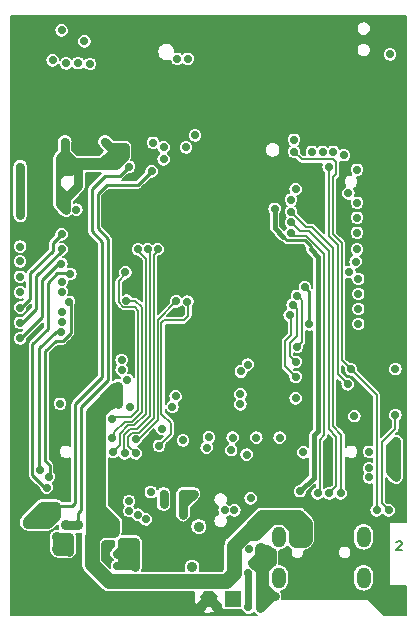
<source format=gbr>
G04 #@! TF.GenerationSoftware,KiCad,Pcbnew,5.1.0-rc2-unknown-036be7d~80~ubuntu16.04.1*
G04 #@! TF.CreationDate,2022-02-25T15:09:56+02:00*
G04 #@! TF.ProjectId,USB-gLINK_Rev_D,5553422d-674c-4494-9e4b-5f5265765f44,D*
G04 #@! TF.SameCoordinates,Original*
G04 #@! TF.FileFunction,Copper,L2,Inr*
G04 #@! TF.FilePolarity,Positive*
%FSLAX46Y46*%
G04 Gerber Fmt 4.6, Leading zero omitted, Abs format (unit mm)*
G04 Created by KiCad (PCBNEW 5.1.0-rc2-unknown-036be7d~80~ubuntu16.04.1) date 2022-02-25 15:09:56*
%MOMM*%
%LPD*%
G04 APERTURE LIST*
%ADD10C,0.190500*%
%ADD11O,1.200000X1.800000*%
%ADD12C,1.400000*%
%ADD13R,1.400000X1.400000*%
%ADD14C,0.700000*%
%ADD15C,0.900000*%
%ADD16C,0.762000*%
%ADD17C,0.609600*%
%ADD18C,0.254000*%
%ADD19C,0.406400*%
%ADD20C,0.203200*%
%ADD21C,1.270000*%
%ADD22C,1.016000*%
%ADD23C,0.914400*%
%ADD24C,0.157480*%
%ADD25C,0.127000*%
G04 APERTURE END LIST*
D10*
X159421285Y-95286285D02*
X159457571Y-95250000D01*
X159530142Y-95213714D01*
X159711571Y-95213714D01*
X159784142Y-95250000D01*
X159820428Y-95286285D01*
X159856714Y-95358857D01*
X159856714Y-95431428D01*
X159820428Y-95540285D01*
X159385000Y-95975714D01*
X159856714Y-95975714D01*
D11*
X149435000Y-98294000D03*
X149435000Y-94824000D03*
X156635000Y-94824000D03*
X156635000Y-98294000D03*
D12*
X143525240Y-100058220D03*
D13*
X145554700Y-100055680D03*
D14*
X138201400Y-93345000D03*
X136779000Y-91795600D03*
X136779000Y-92633800D03*
X137515600Y-92938600D03*
D15*
X142110798Y-97384209D03*
D14*
X136779000Y-63500000D03*
X130556000Y-92202000D03*
X130556000Y-93091000D03*
X129921000Y-93726000D03*
X129032000Y-93726000D03*
X128143000Y-93726000D03*
D15*
X142697200Y-93980000D03*
D14*
X139835903Y-52696097D03*
X138802097Y-53856903D03*
D15*
X138683992Y-100711000D03*
X132080000Y-97536000D03*
X132080000Y-98806000D03*
D14*
X132080000Y-100838000D03*
X133858000Y-100838000D03*
X132969000Y-100838000D03*
X133858000Y-99314000D03*
X132969000Y-99314000D03*
X154432000Y-93091000D03*
X154432000Y-92075000D03*
X155067000Y-93726000D03*
X155067000Y-94488000D03*
X155067000Y-95250000D03*
X153923998Y-96266000D03*
X153035000Y-96266000D03*
X152019000Y-96266000D03*
X153035000Y-97282000D03*
X154051000Y-97282000D03*
X155067000Y-97282000D03*
X151003000Y-97282000D03*
X152019000Y-97282000D03*
X155067000Y-98298000D03*
X154051000Y-98298000D03*
X153035000Y-98298000D03*
X151003000Y-98298000D03*
X152019000Y-98298000D03*
X139827000Y-100838000D03*
X140843000Y-100838000D03*
X143129000Y-92265500D03*
X143129000Y-93027500D03*
X144018000Y-94234000D03*
X144018000Y-95026990D03*
D15*
X143383000Y-97384209D03*
X134874000Y-95509510D03*
D14*
X127635000Y-87630000D03*
X127635000Y-86741000D03*
X127635000Y-88519000D03*
X127635000Y-89408000D03*
X135763000Y-78105000D03*
X132080000Y-82169000D03*
X131572000Y-81661000D03*
X131191000Y-81026000D03*
X133482212Y-61879990D03*
X132593212Y-59436000D03*
X133477000Y-59436000D03*
X131699000Y-59436000D03*
X134366000Y-59436000D03*
X135191500Y-59436000D03*
X136398000Y-59436000D03*
X136398000Y-60198000D03*
X129667000Y-60198000D03*
X128727200Y-59309000D03*
X129565400Y-59302474D03*
X142748000Y-67056000D03*
X145415000Y-67056000D03*
X131191000Y-78994000D03*
X132207000Y-78105000D03*
X147701000Y-64008000D03*
X135001000Y-52832000D03*
X135001000Y-51562000D03*
X136779000Y-51562000D03*
X137795000Y-51562000D03*
X137795000Y-52578000D03*
X139827000Y-51562000D03*
X140741400Y-52705000D03*
X140741400Y-51562000D03*
X143002000Y-51562000D03*
X143002000Y-52705000D03*
X145872200Y-51536600D03*
X150368000Y-51562000D03*
X149352000Y-51562000D03*
X153416000Y-52705000D03*
X152400000Y-52705000D03*
X153416000Y-51562000D03*
X152400000Y-51562000D03*
X155448000Y-51562000D03*
X154432000Y-51562000D03*
X157861000Y-51562000D03*
X155448000Y-52705000D03*
X157861000Y-52705000D03*
X156718000Y-52705000D03*
X157861000Y-53848000D03*
X155448000Y-53848000D03*
X153416000Y-53848000D03*
X154432000Y-53848000D03*
X152400000Y-53848000D03*
X151384000Y-53848000D03*
X148336000Y-53848000D03*
X147193000Y-53848000D03*
X146177000Y-53848000D03*
X145034000Y-53848000D03*
X147193000Y-54864000D03*
X146177000Y-54864000D03*
X146177000Y-55880000D03*
X147193000Y-55880000D03*
X148336000Y-54864000D03*
X148336000Y-55880000D03*
X149225000Y-55880000D03*
X152019000Y-55880000D03*
X153416000Y-55880000D03*
X154432000Y-55880000D03*
X155448000Y-55880000D03*
X156718000Y-55880000D03*
X157861000Y-55880000D03*
X157988000Y-56769000D03*
X157988000Y-58547000D03*
X157988000Y-59436000D03*
X157988000Y-60325000D03*
X155575000Y-86487000D03*
X153543000Y-87630000D03*
X156210000Y-86995000D03*
X159321500Y-83566000D03*
X155829000Y-85725000D03*
X155829000Y-83185000D03*
X155829000Y-91186000D03*
X143891000Y-90995500D03*
X159321500Y-82804000D03*
X141761765Y-67026235D03*
X139954000Y-67056000D03*
X135826500Y-68834000D03*
X136652000Y-68834000D03*
X141605000Y-68659957D03*
X146431000Y-67056000D03*
X145334985Y-69168015D03*
X146431000Y-69167957D03*
X147574000Y-61468000D03*
X147574000Y-62738000D03*
X146304000Y-61468000D03*
X146304000Y-62738000D03*
X145034000Y-61468000D03*
X145034000Y-62738000D03*
X143764000Y-61468000D03*
X143764000Y-62738000D03*
X142494000Y-62738000D03*
X141351000Y-62738000D03*
X141224000Y-70358000D03*
X145034000Y-70358000D03*
X148844000Y-70358000D03*
X143764000Y-70358000D03*
X150058994Y-70358000D03*
X146304000Y-70358000D03*
X142494000Y-70358000D03*
X147574000Y-70358000D03*
X155829000Y-62738000D03*
X145034000Y-71501000D03*
X143764000Y-71501000D03*
X146304000Y-71501000D03*
X142494000Y-71501000D03*
X141224000Y-71501000D03*
X150058994Y-71501000D03*
X151328994Y-70358000D03*
X151328994Y-71501000D03*
X135699500Y-71501000D03*
X135890000Y-70485000D03*
X136652000Y-70485000D03*
X135890000Y-75819000D03*
X142494000Y-75819000D03*
X143764000Y-75819000D03*
X145034000Y-75819000D03*
X141478000Y-77978000D03*
X141478000Y-79121000D03*
X149225000Y-76962000D03*
X147193000Y-76962000D03*
X144145000Y-80264000D03*
X142748000Y-80264000D03*
X142748000Y-83439000D03*
X148082000Y-80264000D03*
X150861737Y-82169000D03*
X148209000Y-76962000D03*
X145034000Y-74866511D03*
X143764000Y-74866511D03*
X143129000Y-90995500D03*
X143510000Y-91630500D03*
X155194000Y-66929000D03*
X155194000Y-68199000D03*
X136779000Y-75947001D03*
X140589000Y-77978000D03*
X140589000Y-79121000D03*
X141478000Y-80264000D03*
X140589000Y-81915000D03*
X149479000Y-91440000D03*
X153543000Y-92075000D03*
X153543000Y-93091000D03*
X143764000Y-92646500D03*
X148463000Y-91440000D03*
X155448000Y-78105000D03*
X155194000Y-69469000D03*
X155448000Y-79375000D03*
X132593212Y-61879990D03*
X138811000Y-60325000D03*
X148209000Y-59817000D03*
X147066000Y-59817000D03*
X148590000Y-63627000D03*
X140589000Y-69215000D03*
D15*
X135763000Y-66040000D03*
D14*
X138557000Y-67056000D03*
X147955000Y-67056000D03*
X127889000Y-59309000D03*
X134874000Y-56261000D03*
X142798800Y-74879200D03*
X141156994Y-75886006D03*
X127558800Y-83185000D03*
D15*
X131445000Y-93853000D03*
X132461000Y-93853000D03*
D14*
X138684000Y-63881000D03*
X138811000Y-61468000D03*
X158877000Y-53975000D03*
X159334200Y-80619600D03*
X155854558Y-84607562D03*
X147066010Y-91567000D03*
X149098000Y-67056000D03*
X151257000Y-90957400D03*
X131064000Y-70485000D03*
X127556800Y-76710000D03*
X131050326Y-71695711D03*
X127558800Y-78028800D03*
X150495000Y-69088000D03*
X152742900Y-91147900D03*
X150495000Y-67310000D03*
X154686000Y-91135200D03*
X150495000Y-68199000D03*
X153720800Y-91135200D03*
X135509000Y-94424500D03*
X134747000Y-93662500D03*
X135509000Y-93662500D03*
X134747000Y-94424500D03*
X150876000Y-95250000D03*
X150876000Y-94488000D03*
X150876000Y-93726000D03*
X151638000Y-93726000D03*
X135884920Y-83573620D03*
X135884920Y-82049620D03*
X135884920Y-82811620D03*
X135128000Y-83439000D03*
D15*
X147955000Y-95885000D03*
D14*
X148844000Y-96964500D03*
X148844000Y-96139000D03*
D15*
X148145500Y-97917000D03*
X148145500Y-98933000D03*
X148145500Y-99949000D03*
D14*
X147828000Y-100838000D03*
X147193000Y-97028000D03*
X149098000Y-99822000D03*
X139700000Y-92075000D03*
X139700000Y-91186000D03*
X141351000Y-91186000D03*
X141351000Y-92075000D03*
X141351000Y-92964000D03*
X142240000Y-91186000D03*
X130937000Y-63881000D03*
X133540500Y-63119000D03*
X132651500Y-63119000D03*
X131762500Y-63119000D03*
X130937000Y-63119000D03*
X131762500Y-63881000D03*
X134493000Y-63119000D03*
X136398000Y-62611000D03*
X136398000Y-61849000D03*
X131445000Y-66294000D03*
X130937000Y-65532000D03*
X131445000Y-67183000D03*
X158877000Y-88265000D03*
X157099000Y-89027000D03*
X159385000Y-88773000D03*
X157099000Y-87630000D03*
X158877000Y-87249000D03*
X159385000Y-87757000D03*
X158877000Y-89281000D03*
X159385000Y-89789000D03*
X157099000Y-89789000D03*
X159385000Y-86741000D03*
X150749000Y-61214000D03*
X134747000Y-61366400D03*
X131343400Y-61366400D03*
X132461000Y-54711600D03*
X132994400Y-52882800D03*
X127558800Y-67614800D03*
X127558800Y-66294000D03*
X127558800Y-65405000D03*
X127558800Y-64465200D03*
X127558800Y-63474600D03*
X159321500Y-84518500D03*
X158750000Y-92583000D03*
X155346400Y-65735200D03*
X156083000Y-66548000D03*
X156083000Y-67818000D03*
X156083000Y-69088000D03*
X156083000Y-70485000D03*
X155956000Y-71526400D03*
X155422600Y-72415400D03*
X139700000Y-61849000D03*
X156083000Y-63754000D03*
X130937000Y-83566000D03*
X139531288Y-85665112D03*
X136855200Y-83794600D03*
X131699000Y-74930000D03*
X129997200Y-89738200D03*
X136621520Y-81534000D03*
X129819400Y-90652600D03*
X131800600Y-72567800D03*
X140446500Y-83820000D03*
X135382000Y-87630000D03*
X137541000Y-70485000D03*
X140716000Y-82929506D03*
X136398000Y-87757000D03*
X138368013Y-70485000D03*
X139207107Y-70469893D03*
X137350500Y-87757000D03*
X131064000Y-75786500D03*
X142367000Y-60833000D03*
X139700000Y-62865000D03*
X132318760Y-67129660D03*
X131064000Y-74073500D03*
X146250204Y-80825796D03*
X156179010Y-72994010D03*
X153670000Y-63500000D03*
X155295600Y-81915000D03*
X156179010Y-74264010D03*
X152273000Y-62230000D03*
X156179010Y-75534010D03*
X154969491Y-62510886D03*
X156179010Y-76804010D03*
X154051000Y-62230000D03*
X157734000Y-92583000D03*
X145428430Y-87489570D03*
X150749000Y-62230000D03*
X141605000Y-61849000D03*
X138633200Y-91033600D03*
X155575000Y-80645000D03*
X153162000Y-62230000D03*
X150876008Y-83089488D03*
X143543020Y-86400640D03*
X149534880Y-86426040D03*
X135356600Y-84836000D03*
X136471660Y-72438260D03*
X147548600Y-86436200D03*
X145542000Y-86436200D03*
X127558800Y-70256400D03*
X143344900Y-87279480D03*
X127549800Y-71510000D03*
X141346200Y-86660000D03*
X146735800Y-87858600D03*
X150876000Y-65405000D03*
X151541990Y-87676100D03*
X150495000Y-66294000D03*
X151670230Y-73713632D03*
X131000500Y-77470000D03*
X152019000Y-76835000D03*
X129240280Y-89161620D03*
X151003000Y-74422000D03*
X151003000Y-78740000D03*
X135356600Y-86487000D03*
X136563100Y-74833480D03*
X131064000Y-69215000D03*
X127561400Y-75410000D03*
X150876000Y-80010000D03*
X150622000Y-75184000D03*
X137338817Y-86583010D03*
X140766800Y-74879200D03*
X127558800Y-74117200D03*
X150368000Y-76073000D03*
X150876000Y-81280000D03*
X139319000Y-87122006D03*
X141706600Y-74904600D03*
X127545200Y-72810000D03*
X131064000Y-76613500D03*
X131064000Y-73246500D03*
X146834981Y-80241019D03*
X136144000Y-79850500D03*
X145701500Y-92583000D03*
X136144000Y-80677500D03*
X144874499Y-92583000D03*
D15*
X130683000Y-94869000D03*
X130683000Y-95885000D03*
D14*
X131699000Y-96075500D03*
X131699000Y-94869000D03*
X135763000Y-96266000D03*
X137287000Y-95250000D03*
X137287000Y-96393000D03*
X136715500Y-95821500D03*
X136149238Y-95270124D03*
X135763000Y-97282000D03*
X137287000Y-97383600D03*
X146875500Y-100807010D03*
X146872045Y-97920455D03*
X130302000Y-54483000D03*
X131445000Y-54737000D03*
X133477000Y-54787800D03*
X146939000Y-95885000D03*
X146202400Y-83598500D03*
X146202400Y-82771500D03*
X140843000Y-54356000D03*
X141732000Y-54356000D03*
X131064000Y-51943000D03*
D16*
X129413000Y-92202000D02*
X130556000Y-92202000D01*
X129921000Y-93726000D02*
X129032000Y-93726000D01*
X129032000Y-93726000D02*
X128143000Y-93726000D01*
X128905000Y-92710000D02*
X129413000Y-92202000D01*
X128143000Y-93472000D02*
X128905000Y-92710000D01*
X128143000Y-93726000D02*
X128143000Y-93472000D01*
D17*
X129159000Y-92710000D02*
X128143000Y-93726000D01*
X129794000Y-92710000D02*
X129159000Y-92710000D01*
X129413000Y-92329000D02*
X129794000Y-92710000D01*
X129413000Y-92202000D02*
X129413000Y-92329000D01*
D16*
X130429000Y-92964000D02*
X130556000Y-93091000D01*
X128905000Y-92964000D02*
X130429000Y-92964000D01*
X128143000Y-93726000D02*
X128905000Y-92964000D01*
X130556000Y-92202000D02*
X130556000Y-93091000D01*
X129921000Y-93726000D02*
X130556000Y-93091000D01*
D18*
X136017000Y-64262000D02*
X136779000Y-63500000D01*
X134747000Y-64262000D02*
X136017000Y-64262000D01*
X133604000Y-65405000D02*
X134747000Y-64262000D01*
X133604000Y-68961000D02*
X133604000Y-65405000D01*
X134493000Y-69850000D02*
X133604000Y-68961000D01*
X134493000Y-81280000D02*
X134493000Y-69850000D01*
X131953000Y-92202000D02*
X132207000Y-91948000D01*
X132207000Y-91948000D02*
X132207000Y-83566000D01*
X130556000Y-92202000D02*
X131953000Y-92202000D01*
X132207000Y-83566000D02*
X134493000Y-81280000D01*
D16*
X131191000Y-81280000D02*
X132080000Y-82169000D01*
X131191000Y-81026000D02*
X131191000Y-81280000D01*
X131191000Y-78994000D02*
X131191000Y-81026000D01*
X131572000Y-81661000D02*
X131572000Y-79375000D01*
X131572000Y-79375000D02*
X131191000Y-78994000D01*
D17*
X131953000Y-78359000D02*
X132207000Y-78105000D01*
X131953000Y-82042000D02*
X131953000Y-78359000D01*
D16*
X132080000Y-82169000D02*
X131953000Y-82042000D01*
X132461000Y-93853000D02*
X131445000Y-93853000D01*
D18*
X134874000Y-65024000D02*
X137541000Y-65024000D01*
X137541000Y-65024000D02*
X138684000Y-63881000D01*
X134112000Y-65786000D02*
X134874000Y-65024000D01*
X135001000Y-69596000D02*
X134112000Y-68707000D01*
X132715000Y-92583000D02*
X132715000Y-83820000D01*
X132715000Y-83820000D02*
X135001000Y-81534000D01*
X134112000Y-68707000D02*
X134112000Y-65786000D01*
X135001000Y-81534000D02*
X135001000Y-69596000D01*
X132461000Y-93853000D02*
X132461000Y-92837000D01*
X132461000Y-92837000D02*
X132715000Y-92583000D01*
X149796500Y-69405500D02*
X150114000Y-69723000D01*
X150114000Y-69723000D02*
X151638000Y-69723000D01*
X152146000Y-70231000D02*
X152146000Y-70485000D01*
X151638000Y-69723000D02*
X152146000Y-70231000D01*
D19*
X149098000Y-68707000D02*
X149796500Y-69405500D01*
X149098000Y-67056000D02*
X149098000Y-68707000D01*
X152781000Y-71120000D02*
X152146000Y-70485000D01*
X152400000Y-89814400D02*
X152400000Y-86233000D01*
X151257000Y-90957400D02*
X152400000Y-89814400D01*
X152400000Y-86233000D02*
X152781000Y-85852000D01*
X152781000Y-85852000D02*
X152781000Y-71120000D01*
D18*
X131064000Y-70612000D02*
X131064000Y-70485000D01*
X128905000Y-72771000D02*
X131064000Y-70612000D01*
X128905000Y-75501500D02*
X128905000Y-72771000D01*
X127556800Y-76710000D02*
X127696500Y-76710000D01*
X127696500Y-76710000D02*
X128905000Y-75501500D01*
X130793089Y-71695711D02*
X131050326Y-71695711D01*
X129413000Y-73075800D02*
X130793089Y-71695711D01*
X129413000Y-76238451D02*
X129413000Y-73075800D01*
X127622651Y-78028800D02*
X129413000Y-76238451D01*
X127558800Y-78028800D02*
X127622651Y-78028800D01*
D20*
X151765000Y-69342000D02*
X150749000Y-69342000D01*
X153289000Y-70866000D02*
X151765000Y-69342000D01*
X152742900Y-91147900D02*
X152908000Y-90982800D01*
X150749000Y-69342000D02*
X150495000Y-69088000D01*
X152908000Y-90982800D02*
X152908000Y-86614000D01*
X152908000Y-86614000D02*
X153289000Y-86233000D01*
X153289000Y-86233000D02*
X153289000Y-70866000D01*
X152273000Y-68580000D02*
X151765000Y-68580000D01*
X154686000Y-91135200D02*
X154746500Y-91074700D01*
X154051000Y-70358000D02*
X152273000Y-68580000D01*
X154746500Y-91074700D02*
X154746500Y-86166500D01*
X154746500Y-86166500D02*
X154051000Y-85471000D01*
X151765000Y-68580000D02*
X150495000Y-67310000D01*
X154051000Y-85471000D02*
X154051000Y-70358000D01*
X151257000Y-68961000D02*
X150495000Y-68199000D01*
X152019000Y-68961000D02*
X151257000Y-68961000D01*
X153670000Y-70612000D02*
X152019000Y-68961000D01*
X153720800Y-91135200D02*
X154305000Y-90551000D01*
X154305000Y-90551000D02*
X154305000Y-86360000D01*
X154305000Y-86360000D02*
X153670000Y-85725000D01*
X153670000Y-85725000D02*
X153670000Y-70612000D01*
D21*
X150876000Y-93726000D02*
X150311990Y-93161990D01*
X150876000Y-93726000D02*
X151638000Y-93726000D01*
X151638000Y-93726000D02*
X151638000Y-94996000D01*
X150876000Y-95081999D02*
X150876000Y-93726000D01*
X151638000Y-94996000D02*
X151552001Y-95081999D01*
X151552001Y-95081999D02*
X150876000Y-95081999D01*
X151073990Y-93161990D02*
X150311990Y-93161990D01*
X151638000Y-93726000D02*
X151073990Y-93161990D01*
D22*
X134747000Y-93662500D02*
X135509000Y-93662500D01*
D23*
X135509000Y-93662500D02*
X135509000Y-94424500D01*
D22*
X134556500Y-93662500D02*
X134747000Y-93662500D01*
X133604000Y-94805500D02*
X133604000Y-94615000D01*
X133604000Y-94615000D02*
X134556500Y-93662500D01*
D23*
X135509000Y-94424500D02*
X134366000Y-94424500D01*
D22*
X134366000Y-94424500D02*
X133604000Y-95186500D01*
D23*
X134747000Y-93662500D02*
X134747000Y-94424500D01*
X135509000Y-93662500D02*
X135509000Y-94424500D01*
X135509000Y-94424500D02*
X134747000Y-94424500D01*
D22*
X135509000Y-93662500D02*
X135128000Y-93281500D01*
X134747000Y-93662500D02*
X135128000Y-93281500D01*
X149168990Y-93161990D02*
X149027010Y-93161990D01*
D21*
X150311990Y-93161990D02*
X149168990Y-93161990D01*
X149168990Y-93161990D02*
X148074510Y-93161990D01*
D22*
X147542250Y-94646750D02*
X146589750Y-94646750D01*
D21*
X148074510Y-93161990D02*
X146589750Y-94646750D01*
D22*
X149027010Y-93161990D02*
X148336000Y-93853000D01*
X148336000Y-93853000D02*
X147542250Y-94646750D01*
X149803990Y-93161990D02*
X149168990Y-93161990D01*
X150876000Y-94234000D02*
X150670010Y-94028010D01*
X150876000Y-94488000D02*
X150876000Y-94234000D01*
X149930990Y-93288990D02*
X149803990Y-93161990D01*
X150670010Y-94028010D02*
X150670010Y-94012443D01*
X150670010Y-94012443D02*
X149946557Y-93288990D01*
X149946557Y-93288990D02*
X149930990Y-93288990D01*
D21*
X133604000Y-97155000D02*
X133604000Y-94805500D01*
X135045219Y-98596219D02*
X133604000Y-97155000D01*
X145669000Y-95567500D02*
X145669000Y-97917000D01*
X144992321Y-98593679D02*
X144245099Y-98593679D01*
X146589750Y-94646750D02*
X145669000Y-95567500D01*
X145669000Y-97917000D02*
X144992321Y-98593679D01*
X144245099Y-98593679D02*
X144242559Y-98596219D01*
X144242559Y-98596219D02*
X135045219Y-98596219D01*
D22*
X135128000Y-83439000D02*
X135128000Y-82806540D01*
X135755380Y-82811620D02*
X135128000Y-83439000D01*
D16*
X135884920Y-82811620D02*
X135755380Y-82811620D01*
X135755380Y-82049620D02*
X135884920Y-82049620D01*
D22*
X135750300Y-83439000D02*
X135128000Y-83439000D01*
D16*
X135884920Y-83573620D02*
X135750300Y-83439000D01*
X135884920Y-83573620D02*
X135884920Y-82049620D01*
D21*
X134162800Y-92506800D02*
X135128000Y-93472000D01*
X134162800Y-84277200D02*
X134162800Y-92506800D01*
X135001000Y-83439000D02*
X134162800Y-84277200D01*
X135128000Y-83439000D02*
X135001000Y-83439000D01*
D22*
X133604000Y-84302600D02*
X135610600Y-82296000D01*
X133604000Y-94869000D02*
X133604000Y-84302600D01*
X134747000Y-93726000D02*
X133604000Y-94869000D01*
X134747000Y-93662500D02*
X134747000Y-93726000D01*
X148145500Y-99949000D02*
X148145500Y-97917000D01*
X148145500Y-96075500D02*
X147955000Y-95885000D01*
X148145500Y-97917000D02*
X148145500Y-96075500D01*
D16*
X148272500Y-99822000D02*
X148145500Y-99949000D01*
X149098000Y-99822000D02*
X148272500Y-99822000D01*
X148145500Y-100520500D02*
X147828000Y-100838000D01*
X148145500Y-99949000D02*
X148145500Y-100520500D01*
X148844000Y-99822000D02*
X149098000Y-99822000D01*
X147828000Y-100838000D02*
X148844000Y-99822000D01*
X147828000Y-97599500D02*
X148145500Y-97917000D01*
X147828000Y-100838000D02*
X147828000Y-97599500D01*
X148082000Y-97917000D02*
X147193000Y-97028000D01*
X148145500Y-97917000D02*
X148082000Y-97917000D01*
X148844000Y-96964500D02*
X148844000Y-96139000D01*
X147193000Y-97028000D02*
X147542999Y-96678001D01*
X147955000Y-96266000D02*
X147859750Y-96361250D01*
X147542999Y-96678001D02*
X147859750Y-96361250D01*
X147955000Y-95885000D02*
X147955000Y-96266000D01*
X147859750Y-96361250D02*
X148145500Y-96075500D01*
D22*
X147955000Y-95885000D02*
X147924001Y-95915999D01*
X147924001Y-95915999D02*
X147924001Y-96357801D01*
D16*
X158877000Y-87249000D02*
X158877000Y-89281000D01*
X158877000Y-89281000D02*
X159385000Y-89789000D01*
X159385000Y-89789000D02*
X159385000Y-86741000D01*
X159385000Y-86741000D02*
X158877000Y-87249000D01*
X130937000Y-63881000D02*
X131762500Y-63881000D01*
X131762500Y-63881000D02*
X131762500Y-63119000D01*
X131762500Y-63119000D02*
X130937000Y-63119000D01*
X131762500Y-63881000D02*
X131889500Y-63881000D01*
X131762500Y-63119000D02*
X134493000Y-63119000D01*
X132524500Y-63373000D02*
X132461000Y-63309500D01*
X131889500Y-63881000D02*
X132461000Y-63309500D01*
X132461000Y-63309500D02*
X132651500Y-63119000D01*
X135001000Y-63373000D02*
X132524500Y-63373000D01*
X139700000Y-91186000D02*
X139700000Y-92075000D01*
X141351000Y-91186000D02*
X141351000Y-92964000D01*
X141351000Y-91186000D02*
X142240000Y-91186000D01*
X142240000Y-91186000D02*
X141351000Y-92075000D01*
X130937000Y-65532000D02*
X130937000Y-65786000D01*
X131445000Y-66294000D02*
X131445000Y-67183000D01*
X130937000Y-66675000D02*
X131445000Y-67183000D01*
X130937000Y-65532000D02*
X130937000Y-66675000D01*
D19*
X130937000Y-65532000D02*
X130746500Y-65341500D01*
X130746500Y-64071500D02*
X130937000Y-63881000D01*
X130823026Y-64325500D02*
X130746500Y-64325500D01*
X131267526Y-63881000D02*
X130823026Y-64325500D01*
X131762500Y-63881000D02*
X131267526Y-63881000D01*
X130746500Y-64325500D02*
X130746500Y-64071500D01*
X131445000Y-65786000D02*
X130746500Y-65087500D01*
X131445000Y-66294000D02*
X131445000Y-65786000D01*
X130746500Y-65341500D02*
X130746500Y-65087500D01*
X130746500Y-65087500D02*
X130746500Y-64325500D01*
D16*
X135636000Y-63373000D02*
X135001000Y-63373000D01*
X136398000Y-62611000D02*
X135636000Y-63373000D01*
X131318000Y-66167000D02*
X131445000Y-66294000D01*
X130937000Y-65786000D02*
X131318000Y-66167000D01*
X131445000Y-66167000D02*
X131318000Y-66167000D01*
X132461000Y-65151000D02*
X131445000Y-66167000D01*
X132461000Y-63309500D02*
X132461000Y-65151000D01*
X130937000Y-62738000D02*
X130937000Y-63881000D01*
X131318000Y-62357000D02*
X130937000Y-62738000D01*
X132080000Y-63119000D02*
X131318000Y-62357000D01*
X132651500Y-63119000D02*
X132080000Y-63119000D01*
X131318000Y-61391800D02*
X131343400Y-61366400D01*
X131318000Y-62357000D02*
X131318000Y-61391800D01*
X136398000Y-61976000D02*
X136398000Y-61849000D01*
X136398000Y-61849000D02*
X136398000Y-62611000D01*
X135001000Y-63373000D02*
X136398000Y-61976000D01*
X134493000Y-63119000D02*
X135496300Y-62115700D01*
X135509000Y-61849000D02*
X135369300Y-61988700D01*
X136398000Y-61849000D02*
X135509000Y-61849000D01*
X135369300Y-61988700D02*
X134747000Y-61366400D01*
X135496300Y-62115700D02*
X135369300Y-61988700D01*
X148145500Y-97599500D02*
X148145500Y-97917000D01*
X148780500Y-96964500D02*
X148145500Y-97599500D01*
X148844000Y-96964500D02*
X148780500Y-96964500D01*
X148145500Y-98996500D02*
X148145500Y-98933000D01*
X148971000Y-99822000D02*
X148145500Y-98996500D01*
X149098000Y-99822000D02*
X148971000Y-99822000D01*
X148082000Y-95758000D02*
X147955000Y-95885000D01*
D17*
X148463000Y-95758000D02*
X148082000Y-95758000D01*
X148844000Y-96139000D02*
X148463000Y-95758000D01*
D16*
X127558800Y-65405000D02*
X127558800Y-67614800D01*
X127558800Y-63474600D02*
X127558800Y-65405000D01*
D20*
X159321500Y-85661500D02*
X159321500Y-84518500D01*
X158165800Y-86817200D02*
X159321500Y-85661500D01*
X158165800Y-91998800D02*
X158165800Y-86817200D01*
X158750000Y-92583000D02*
X158165800Y-91998800D01*
D18*
X131826000Y-75057000D02*
X131699000Y-74930000D01*
X131165600Y-78232000D02*
X131826000Y-77571600D01*
X129997200Y-89738200D02*
X130048000Y-89687400D01*
X130556000Y-78232000D02*
X131165600Y-78232000D01*
X130048000Y-88773000D02*
X129667000Y-88392000D01*
X129667000Y-79121000D02*
X130556000Y-78232000D01*
X130048000Y-89687400D02*
X130048000Y-88773000D01*
X131826000Y-77571600D02*
X131826000Y-75057000D01*
X129667000Y-88392000D02*
X129667000Y-79121000D01*
X128600200Y-89611200D02*
X129641600Y-90652600D01*
X129921000Y-77216000D02*
X128600200Y-78536800D01*
X129641600Y-90652600D02*
X129819400Y-90652600D01*
X131749800Y-72517000D02*
X130708400Y-72517000D01*
X131800600Y-72567800D02*
X131749800Y-72517000D01*
X129921000Y-73304400D02*
X129921000Y-77216000D01*
X128600200Y-78536800D02*
X128600200Y-89611200D01*
X130708400Y-72517000D02*
X129921000Y-73304400D01*
D24*
X137541000Y-70612000D02*
X137541000Y-70485000D01*
X138201400Y-84429600D02*
X138201400Y-71272400D01*
X137236200Y-85394800D02*
X138201400Y-84429600D01*
X135382000Y-87630000D02*
X135991600Y-87020400D01*
X138201400Y-71272400D02*
X137541000Y-70612000D01*
X135991600Y-87020400D02*
X135991600Y-86080600D01*
X135991600Y-86080600D02*
X136677400Y-85394800D01*
X136677400Y-85394800D02*
X137236200Y-85394800D01*
X138531600Y-70648587D02*
X138368013Y-70485000D01*
X138531600Y-84607400D02*
X138531600Y-70648587D01*
X137439400Y-85699600D02*
X138531600Y-84607400D01*
X136398000Y-87757000D02*
X136347200Y-87706200D01*
X136347200Y-87706200D02*
X136347200Y-86207600D01*
X136347200Y-86207600D02*
X136855200Y-85699600D01*
X136855200Y-85699600D02*
X137439400Y-85699600D01*
X137033000Y-86004400D02*
X136702800Y-86334600D01*
X137642600Y-86004400D02*
X137033000Y-86004400D01*
X139207107Y-70469893D02*
X139207107Y-70596893D01*
X136702800Y-87109300D02*
X137350500Y-87757000D01*
X138861800Y-70942200D02*
X138861800Y-84785200D01*
X136702800Y-86334600D02*
X136702800Y-87109300D01*
X139207107Y-70596893D02*
X138861800Y-70942200D01*
X138861800Y-84785200D02*
X137642600Y-86004400D01*
D20*
X153670000Y-69372830D02*
X153670000Y-63500000D01*
X154432000Y-70134830D02*
X153670000Y-69372830D01*
X154432000Y-81051400D02*
X154432000Y-70134830D01*
X155295600Y-81915000D02*
X154432000Y-81051400D01*
X157759400Y-82829400D02*
X157759400Y-92557600D01*
X157759400Y-92557600D02*
X157734000Y-92583000D01*
X155575000Y-80645000D02*
X157759400Y-82829400D01*
X151384000Y-62865000D02*
X150749000Y-62230000D01*
X154305000Y-63119000D02*
X154051000Y-62865000D01*
X154305000Y-64135000D02*
X154305000Y-63119000D01*
X154051000Y-64389000D02*
X154305000Y-64135000D01*
X155575000Y-80645000D02*
X154813000Y-79883000D01*
X154051000Y-62865000D02*
X151384000Y-62865000D01*
X154813000Y-79883000D02*
X154813000Y-69977000D01*
X154813000Y-69977000D02*
X154051000Y-69215000D01*
X154051000Y-69215000D02*
X154051000Y-64389000D01*
D24*
X135483600Y-84709000D02*
X135356600Y-84836000D01*
X136906000Y-84709000D02*
X135483600Y-84709000D01*
X137541000Y-84074000D02*
X136906000Y-84709000D01*
X137256010Y-75391251D02*
X137541000Y-75676241D01*
X135890000Y-74980800D02*
X136300451Y-75391251D01*
X137541000Y-75676241D02*
X137541000Y-84074000D01*
X135890000Y-73178824D02*
X135890000Y-74980800D01*
X136300451Y-75391251D02*
X137256010Y-75391251D01*
X136471660Y-72438260D02*
X136471660Y-72597164D01*
X136471660Y-72597164D02*
X135890000Y-73178824D01*
D18*
X152019000Y-74062402D02*
X152019000Y-76835000D01*
X151670230Y-73713632D02*
X152019000Y-74062402D01*
X129159000Y-78867000D02*
X130556000Y-77470000D01*
X129159000Y-89080340D02*
X129159000Y-78867000D01*
X130556000Y-77470000D02*
X131000500Y-77470000D01*
X129240280Y-89161620D02*
X129159000Y-89080340D01*
D20*
X151384000Y-74803000D02*
X151003000Y-74422000D01*
X151384000Y-78359000D02*
X151384000Y-74803000D01*
X151003000Y-78740000D02*
X151384000Y-78359000D01*
D24*
X137871200Y-75387200D02*
X137871200Y-84251800D01*
X137871200Y-84251800D02*
X137029926Y-85093074D01*
X137029926Y-85093074D02*
X136394926Y-85093074D01*
X136563100Y-74833480D02*
X137317480Y-74833480D01*
X137317480Y-74833480D02*
X137871200Y-75387200D01*
X135509000Y-85979000D02*
X135509000Y-86334600D01*
X136394926Y-85093074D02*
X135509000Y-85979000D01*
X135509000Y-86334600D02*
X135356600Y-86487000D01*
D18*
X130302000Y-69977000D02*
X131064000Y-69215000D01*
X128397000Y-72517000D02*
X130302000Y-70612000D01*
X128397000Y-74649903D02*
X128397000Y-72517000D01*
X130302000Y-70612000D02*
X130302000Y-69977000D01*
X127561400Y-75410000D02*
X127636903Y-75410000D01*
X127636903Y-75410000D02*
X128397000Y-74649903D01*
D20*
X150972002Y-75534002D02*
X150972002Y-77785828D01*
X150622000Y-75184000D02*
X150972002Y-75534002D01*
X150368011Y-79502011D02*
X150368011Y-78389819D01*
X150876000Y-80010000D02*
X150368011Y-79502011D01*
X150368011Y-78389819D02*
X150972002Y-77785828D01*
D24*
X137434827Y-86487000D02*
X137338817Y-86583010D01*
X137668000Y-86487000D02*
X137434827Y-86487000D01*
X139192000Y-76454000D02*
X139192000Y-84963000D01*
X140766800Y-74879200D02*
X139192000Y-76454000D01*
X139192000Y-84963000D02*
X137668000Y-86487000D01*
D20*
X150495000Y-76200000D02*
X150495000Y-77724000D01*
X150368000Y-76073000D02*
X150495000Y-76200000D01*
X149987000Y-78232000D02*
X149987000Y-80391000D01*
X150495000Y-77724000D02*
X149987000Y-78232000D01*
X150876000Y-81280000D02*
X149987000Y-80391000D01*
D24*
X139319000Y-87122000D02*
X139319000Y-87122006D01*
X140335000Y-86106000D02*
X139319000Y-87122000D01*
X140335000Y-85217000D02*
X140335000Y-86106000D01*
X139522200Y-84404200D02*
X140335000Y-85217000D01*
X139776200Y-76504800D02*
X139522200Y-76758800D01*
X141706600Y-74904600D02*
X141808200Y-75006200D01*
X141808200Y-75006200D02*
X141808200Y-76123800D01*
X141808200Y-76123800D02*
X141427200Y-76504800D01*
X139522200Y-76758800D02*
X139522200Y-84404200D01*
X141427200Y-76504800D02*
X139776200Y-76504800D01*
D16*
X130810000Y-94869000D02*
X130683000Y-94996000D01*
X130683000Y-94996000D02*
X130683000Y-96012000D01*
X131635500Y-96012000D02*
X131699000Y-96075500D01*
X131699000Y-94869000D02*
X131699000Y-96075500D01*
X131191000Y-96012000D02*
X131635500Y-96012000D01*
X131191000Y-94869000D02*
X131191000Y-96012000D01*
X130683000Y-96012000D02*
X131191000Y-96012000D01*
X131699000Y-94869000D02*
X131191000Y-94869000D01*
X131191000Y-94869000D02*
X130810000Y-94869000D01*
X136144000Y-96393000D02*
X137287000Y-96393000D01*
X137287000Y-95250000D02*
X136715500Y-95821500D01*
X136144000Y-96887974D02*
X136144000Y-96393000D01*
X136157026Y-96901000D02*
X136144000Y-96887974D01*
X137287000Y-96393000D02*
X137287000Y-95250000D01*
X136169362Y-95250000D02*
X136149238Y-95270124D01*
X137287000Y-95250000D02*
X136169362Y-95250000D01*
D17*
X135776026Y-97282000D02*
X135763000Y-97282000D01*
X136157026Y-96901000D02*
X135776026Y-97282000D01*
X137185400Y-97282000D02*
X137287000Y-97383600D01*
X135763000Y-97282000D02*
X137185400Y-97282000D01*
D16*
X137287000Y-97383600D02*
X137287000Y-96393000D01*
X136804400Y-96901000D02*
X137287000Y-97383600D01*
X136157026Y-96901000D02*
X136804400Y-96901000D01*
X136149238Y-95879762D02*
X135763000Y-96266000D01*
X136149238Y-95270124D02*
X136149238Y-95879762D01*
D17*
X146872045Y-100803555D02*
X146875500Y-100807010D01*
X146872045Y-97920455D02*
X146872045Y-100803555D01*
D25*
G36*
X160261300Y-93535500D02*
G01*
X158877000Y-93535500D01*
X158864612Y-93536720D01*
X158852700Y-93540334D01*
X158841721Y-93546202D01*
X158832099Y-93554099D01*
X158824202Y-93563721D01*
X158818334Y-93574700D01*
X158814720Y-93586612D01*
X158813500Y-93599000D01*
X158813500Y-98933000D01*
X158814720Y-98945388D01*
X158818334Y-98957300D01*
X158824202Y-98968279D01*
X158832099Y-98977901D01*
X158841721Y-98985798D01*
X158852700Y-98991666D01*
X158864612Y-98995280D01*
X158877000Y-98996500D01*
X160261300Y-98996500D01*
X160261300Y-101460300D01*
X158405076Y-101460300D01*
X157137060Y-100192285D01*
X157124734Y-100177266D01*
X157064786Y-100128067D01*
X156996391Y-100091510D01*
X156922179Y-100068997D01*
X156864333Y-100063300D01*
X156864322Y-100063300D01*
X156845000Y-100061397D01*
X156825678Y-100063300D01*
X149701646Y-100063300D01*
X149736327Y-99948971D01*
X149748833Y-99822000D01*
X149736327Y-99695029D01*
X149699291Y-99572937D01*
X149639148Y-99460417D01*
X149624267Y-99442285D01*
X149768276Y-99398600D01*
X149918842Y-99318121D01*
X150050814Y-99209814D01*
X150159121Y-99077842D01*
X150239600Y-98927276D01*
X150289159Y-98763903D01*
X150301700Y-98636572D01*
X150301700Y-97951429D01*
X155768300Y-97951429D01*
X155768300Y-98636572D01*
X155780841Y-98763903D01*
X155830400Y-98927276D01*
X155910880Y-99077842D01*
X156019187Y-99209814D01*
X156151159Y-99318121D01*
X156301725Y-99398600D01*
X156465098Y-99448159D01*
X156635000Y-99464893D01*
X156804903Y-99448159D01*
X156968276Y-99398600D01*
X157118842Y-99318121D01*
X157250814Y-99209814D01*
X157359121Y-99077842D01*
X157439600Y-98927276D01*
X157489159Y-98763903D01*
X157501700Y-98636572D01*
X157501700Y-97951428D01*
X157489159Y-97824097D01*
X157439600Y-97660724D01*
X157359121Y-97510158D01*
X157250814Y-97378186D01*
X157118841Y-97269879D01*
X156968275Y-97189400D01*
X156804902Y-97139841D01*
X156635000Y-97123107D01*
X156465097Y-97139841D01*
X156301724Y-97189400D01*
X156151158Y-97269879D01*
X156019186Y-97378186D01*
X155910879Y-97510159D01*
X155830400Y-97660725D01*
X155780841Y-97824098D01*
X155768300Y-97951429D01*
X150301700Y-97951429D01*
X150301700Y-97951428D01*
X150289159Y-97824097D01*
X150239600Y-97660724D01*
X150159121Y-97510158D01*
X150050814Y-97378186D01*
X149918841Y-97269879D01*
X149768275Y-97189400D01*
X149604902Y-97139841D01*
X149471636Y-97126715D01*
X149482327Y-97091471D01*
X149494833Y-96964500D01*
X149491700Y-96932691D01*
X149491700Y-96107191D01*
X149482327Y-96012029D01*
X149475907Y-95990864D01*
X149604903Y-95978159D01*
X149768276Y-95928600D01*
X149918842Y-95848121D01*
X150050814Y-95739814D01*
X150150096Y-95618839D01*
X150187740Y-95664709D01*
X150235317Y-95722682D01*
X150372619Y-95835362D01*
X150517397Y-95912747D01*
X150490078Y-95978700D01*
X150468300Y-96088185D01*
X150468300Y-96199815D01*
X150490078Y-96309300D01*
X150532797Y-96412433D01*
X150594815Y-96505250D01*
X150673750Y-96584185D01*
X150766567Y-96646203D01*
X150869700Y-96688922D01*
X150979185Y-96710700D01*
X151090815Y-96710700D01*
X151200300Y-96688922D01*
X151303433Y-96646203D01*
X151396250Y-96584185D01*
X151475185Y-96505250D01*
X151537203Y-96412433D01*
X151579922Y-96309300D01*
X151601700Y-96199815D01*
X151601700Y-96088185D01*
X154468300Y-96088185D01*
X154468300Y-96199815D01*
X154490078Y-96309300D01*
X154532797Y-96412433D01*
X154594815Y-96505250D01*
X154673750Y-96584185D01*
X154766567Y-96646203D01*
X154869700Y-96688922D01*
X154979185Y-96710700D01*
X155090815Y-96710700D01*
X155200300Y-96688922D01*
X155303433Y-96646203D01*
X155396250Y-96584185D01*
X155475185Y-96505250D01*
X155537203Y-96412433D01*
X155579922Y-96309300D01*
X155601700Y-96199815D01*
X155601700Y-96088185D01*
X155579922Y-95978700D01*
X155537203Y-95875567D01*
X155475185Y-95782750D01*
X155396250Y-95703815D01*
X155303433Y-95641797D01*
X155200300Y-95599078D01*
X155090815Y-95577300D01*
X154979185Y-95577300D01*
X154869700Y-95599078D01*
X154766567Y-95641797D01*
X154673750Y-95703815D01*
X154594815Y-95782750D01*
X154532797Y-95875567D01*
X154490078Y-95978700D01*
X154468300Y-96088185D01*
X151601700Y-96088185D01*
X151581212Y-95985184D01*
X151596288Y-95983699D01*
X151728765Y-95970651D01*
X151898736Y-95919091D01*
X152055382Y-95835362D01*
X152192684Y-95722682D01*
X152220925Y-95688270D01*
X152244271Y-95664924D01*
X152278683Y-95636683D01*
X152391363Y-95499381D01*
X152475092Y-95342735D01*
X152526652Y-95172764D01*
X152539700Y-95040287D01*
X152544062Y-94996000D01*
X152539700Y-94951713D01*
X152539700Y-94481429D01*
X155768300Y-94481429D01*
X155768300Y-95166572D01*
X155780841Y-95293903D01*
X155830400Y-95457276D01*
X155910880Y-95607842D01*
X156019187Y-95739814D01*
X156151159Y-95848121D01*
X156301725Y-95928600D01*
X156465098Y-95978159D01*
X156635000Y-95994893D01*
X156804903Y-95978159D01*
X156968276Y-95928600D01*
X157118842Y-95848121D01*
X157250814Y-95739814D01*
X157359121Y-95607842D01*
X157439600Y-95457276D01*
X157489159Y-95293903D01*
X157501700Y-95166572D01*
X157501700Y-94481428D01*
X157489159Y-94354097D01*
X157439600Y-94190724D01*
X157359121Y-94040158D01*
X157250814Y-93908186D01*
X157118841Y-93799879D01*
X156968275Y-93719400D01*
X156804902Y-93669841D01*
X156635000Y-93653107D01*
X156465097Y-93669841D01*
X156301724Y-93719400D01*
X156151158Y-93799879D01*
X156019186Y-93908186D01*
X155910879Y-94040159D01*
X155830400Y-94190725D01*
X155780841Y-94354098D01*
X155768300Y-94481429D01*
X152539700Y-94481429D01*
X152539700Y-93770287D01*
X152544062Y-93726000D01*
X152526652Y-93549236D01*
X152475092Y-93379265D01*
X152391363Y-93222619D01*
X152278683Y-93085317D01*
X152244276Y-93057080D01*
X151742913Y-92555718D01*
X151714673Y-92521307D01*
X151577371Y-92408627D01*
X151420725Y-92324898D01*
X151250754Y-92273338D01*
X151118277Y-92260290D01*
X151073990Y-92255928D01*
X151029703Y-92260290D01*
X150356277Y-92260290D01*
X150311990Y-92255928D01*
X150267703Y-92260290D01*
X148118797Y-92260290D01*
X148074510Y-92255928D01*
X148005348Y-92262740D01*
X147897746Y-92273338D01*
X147727775Y-92324898D01*
X147571129Y-92408627D01*
X147433827Y-92521307D01*
X147405595Y-92555708D01*
X145983472Y-93977833D01*
X145983467Y-93977837D01*
X145062729Y-94898576D01*
X145028317Y-94926817D01*
X144915637Y-95064120D01*
X144838472Y-95208485D01*
X144831908Y-95220766D01*
X144780348Y-95390737D01*
X144762938Y-95567500D01*
X144767300Y-95611788D01*
X144767301Y-97543503D01*
X144618825Y-97691979D01*
X144289385Y-97691979D01*
X144245098Y-97687617D01*
X144175022Y-97694519D01*
X142758014Y-97694519D01*
X142799956Y-97593263D01*
X142827498Y-97454798D01*
X142827498Y-97313620D01*
X142799956Y-97175155D01*
X142745929Y-97044724D01*
X142667495Y-96927339D01*
X142567668Y-96827512D01*
X142450283Y-96749078D01*
X142319852Y-96695051D01*
X142181387Y-96667509D01*
X142040209Y-96667509D01*
X141901744Y-96695051D01*
X141771313Y-96749078D01*
X141653928Y-96827512D01*
X141554101Y-96927339D01*
X141475667Y-97044724D01*
X141421640Y-97175155D01*
X141394098Y-97313620D01*
X141394098Y-97454798D01*
X141421640Y-97593263D01*
X141463582Y-97694519D01*
X137855228Y-97694519D01*
X137888291Y-97632663D01*
X137925327Y-97510571D01*
X137934700Y-97415409D01*
X137934700Y-97415398D01*
X137937832Y-97383599D01*
X137934700Y-97351800D01*
X137934700Y-96424808D01*
X137937833Y-96393000D01*
X137934700Y-96361191D01*
X137934700Y-95281809D01*
X137937833Y-95250000D01*
X137925327Y-95123029D01*
X137888291Y-95000937D01*
X137828148Y-94888417D01*
X137747208Y-94789792D01*
X137648583Y-94708852D01*
X137536063Y-94648709D01*
X137413971Y-94611673D01*
X137318809Y-94602300D01*
X137287000Y-94599167D01*
X137255192Y-94602300D01*
X136211538Y-94602300D01*
X136222425Y-94566409D01*
X136232900Y-94460056D01*
X136236402Y-94424500D01*
X136232900Y-94388944D01*
X136232900Y-93944879D01*
X136272490Y-93814368D01*
X136287448Y-93662500D01*
X136272490Y-93510632D01*
X136228192Y-93364601D01*
X136156256Y-93230017D01*
X136059446Y-93112054D01*
X136029879Y-93087789D01*
X135702696Y-92760605D01*
X135678445Y-92731055D01*
X135648895Y-92706804D01*
X135648888Y-92706797D01*
X135588134Y-92656938D01*
X135064500Y-92133305D01*
X135064500Y-91734860D01*
X136162300Y-91734860D01*
X136162300Y-91856340D01*
X136185999Y-91975485D01*
X136232488Y-92087717D01*
X136299978Y-92188723D01*
X136325955Y-92214700D01*
X136299978Y-92240677D01*
X136232488Y-92341683D01*
X136185999Y-92453915D01*
X136162300Y-92573060D01*
X136162300Y-92694540D01*
X136185999Y-92813685D01*
X136232488Y-92925917D01*
X136299978Y-93026923D01*
X136385877Y-93112822D01*
X136486883Y-93180312D01*
X136599115Y-93226801D01*
X136718260Y-93250500D01*
X136839740Y-93250500D01*
X136958885Y-93226801D01*
X136966209Y-93223767D01*
X136969088Y-93230717D01*
X137036578Y-93331723D01*
X137122477Y-93417622D01*
X137223483Y-93485112D01*
X137335715Y-93531601D01*
X137454860Y-93555300D01*
X137576340Y-93555300D01*
X137617598Y-93547093D01*
X137654888Y-93637117D01*
X137722378Y-93738123D01*
X137808277Y-93824022D01*
X137909283Y-93891512D01*
X138021515Y-93938001D01*
X138140660Y-93961700D01*
X138262140Y-93961700D01*
X138381285Y-93938001D01*
X138450305Y-93909411D01*
X141980500Y-93909411D01*
X141980500Y-94050589D01*
X142008042Y-94189054D01*
X142062069Y-94319485D01*
X142140503Y-94436870D01*
X142240330Y-94536697D01*
X142357715Y-94615131D01*
X142488146Y-94669158D01*
X142626611Y-94696700D01*
X142767789Y-94696700D01*
X142906254Y-94669158D01*
X143036685Y-94615131D01*
X143154070Y-94536697D01*
X143253897Y-94436870D01*
X143332331Y-94319485D01*
X143386358Y-94189054D01*
X143413900Y-94050589D01*
X143413900Y-93909411D01*
X143386358Y-93770946D01*
X143332331Y-93640515D01*
X143253897Y-93523130D01*
X143154070Y-93423303D01*
X143036685Y-93344869D01*
X142906254Y-93290842D01*
X142767789Y-93263300D01*
X142626611Y-93263300D01*
X142488146Y-93290842D01*
X142357715Y-93344869D01*
X142240330Y-93423303D01*
X142140503Y-93523130D01*
X142062069Y-93640515D01*
X142008042Y-93770946D01*
X141980500Y-93909411D01*
X138450305Y-93909411D01*
X138493517Y-93891512D01*
X138594523Y-93824022D01*
X138680422Y-93738123D01*
X138747912Y-93637117D01*
X138794401Y-93524885D01*
X138818100Y-93405740D01*
X138818100Y-93284260D01*
X138794401Y-93165115D01*
X138747912Y-93052883D01*
X138680422Y-92951877D01*
X138594523Y-92865978D01*
X138493517Y-92798488D01*
X138381285Y-92751999D01*
X138262140Y-92728300D01*
X138140660Y-92728300D01*
X138099402Y-92736507D01*
X138062112Y-92646483D01*
X137994622Y-92545477D01*
X137908723Y-92459578D01*
X137807717Y-92392088D01*
X137695485Y-92345599D01*
X137576340Y-92321900D01*
X137454860Y-92321900D01*
X137335715Y-92345599D01*
X137328391Y-92348633D01*
X137325512Y-92341683D01*
X137258022Y-92240677D01*
X137232045Y-92214700D01*
X137258022Y-92188723D01*
X137325512Y-92087717D01*
X137372001Y-91975485D01*
X137395700Y-91856340D01*
X137395700Y-91734860D01*
X137372001Y-91615715D01*
X137325512Y-91503483D01*
X137258022Y-91402477D01*
X137172123Y-91316578D01*
X137071117Y-91249088D01*
X136958885Y-91202599D01*
X136839740Y-91178900D01*
X136718260Y-91178900D01*
X136599115Y-91202599D01*
X136486883Y-91249088D01*
X136385877Y-91316578D01*
X136299978Y-91402477D01*
X136232488Y-91503483D01*
X136185999Y-91615715D01*
X136162300Y-91734860D01*
X135064500Y-91734860D01*
X135064500Y-90972860D01*
X138016500Y-90972860D01*
X138016500Y-91094340D01*
X138040199Y-91213485D01*
X138086688Y-91325717D01*
X138154178Y-91426723D01*
X138240077Y-91512622D01*
X138341083Y-91580112D01*
X138453315Y-91626601D01*
X138572460Y-91650300D01*
X138693940Y-91650300D01*
X138813085Y-91626601D01*
X138925317Y-91580112D01*
X139026323Y-91512622D01*
X139052300Y-91486645D01*
X139052300Y-92106809D01*
X139061674Y-92201971D01*
X139098710Y-92324063D01*
X139158853Y-92436583D01*
X139239793Y-92535208D01*
X139338418Y-92616148D01*
X139450938Y-92676291D01*
X139573030Y-92713327D01*
X139700000Y-92725833D01*
X139826971Y-92713327D01*
X139949063Y-92676291D01*
X140061583Y-92616148D01*
X140160208Y-92535208D01*
X140241148Y-92436583D01*
X140301291Y-92324063D01*
X140338327Y-92201971D01*
X140347700Y-92106809D01*
X140347700Y-91186000D01*
X140700167Y-91186000D01*
X140703300Y-91217809D01*
X140703300Y-92043194D01*
X140700168Y-92075000D01*
X140703301Y-92106806D01*
X140703301Y-92995809D01*
X140712674Y-93090971D01*
X140749710Y-93213063D01*
X140809853Y-93325583D01*
X140890793Y-93424208D01*
X140989418Y-93505148D01*
X141101938Y-93565291D01*
X141224030Y-93602327D01*
X141351000Y-93614833D01*
X141477971Y-93602327D01*
X141600063Y-93565291D01*
X141712583Y-93505148D01*
X141811208Y-93424208D01*
X141892148Y-93325583D01*
X141952291Y-93213063D01*
X141989327Y-93090971D01*
X141998700Y-92995809D01*
X141998700Y-92343285D01*
X142675503Y-91666483D01*
X142700208Y-91646208D01*
X142719862Y-91622260D01*
X143909300Y-91622260D01*
X143909300Y-91743740D01*
X143932999Y-91862885D01*
X143979488Y-91975117D01*
X144046978Y-92076123D01*
X144132877Y-92162022D01*
X144233883Y-92229512D01*
X144339705Y-92273346D01*
X144327987Y-92290883D01*
X144281498Y-92403115D01*
X144257799Y-92522260D01*
X144257799Y-92643740D01*
X144281498Y-92762885D01*
X144327987Y-92875117D01*
X144339705Y-92892654D01*
X144233883Y-92936488D01*
X144132877Y-93003978D01*
X144046978Y-93089877D01*
X143979488Y-93190883D01*
X143932999Y-93303115D01*
X143909300Y-93422260D01*
X143909300Y-93543740D01*
X143932999Y-93662885D01*
X143979488Y-93775117D01*
X144046978Y-93876123D01*
X144132877Y-93962022D01*
X144233883Y-94029512D01*
X144346115Y-94076001D01*
X144465260Y-94099700D01*
X144586740Y-94099700D01*
X144705885Y-94076001D01*
X144818117Y-94029512D01*
X144919123Y-93962022D01*
X145005022Y-93876123D01*
X145072512Y-93775117D01*
X145119001Y-93662885D01*
X145142700Y-93543740D01*
X145142700Y-93422260D01*
X145119001Y-93303115D01*
X145072512Y-93190883D01*
X145060794Y-93173346D01*
X145166616Y-93129512D01*
X145267622Y-93062022D01*
X145288000Y-93041645D01*
X145308377Y-93062022D01*
X145409383Y-93129512D01*
X145521615Y-93176001D01*
X145640760Y-93199700D01*
X145762240Y-93199700D01*
X145881385Y-93176001D01*
X145993617Y-93129512D01*
X146094623Y-93062022D01*
X146180522Y-92976123D01*
X146248012Y-92875117D01*
X146294501Y-92762885D01*
X146318200Y-92643740D01*
X146318200Y-92522260D01*
X146294501Y-92403115D01*
X146248012Y-92290883D01*
X146180522Y-92189877D01*
X146094623Y-92103978D01*
X145993617Y-92036488D01*
X145881385Y-91989999D01*
X145762240Y-91966300D01*
X145640760Y-91966300D01*
X145521615Y-91989999D01*
X145409383Y-92036488D01*
X145308377Y-92103978D01*
X145288000Y-92124356D01*
X145267622Y-92103978D01*
X145166616Y-92036488D01*
X145060794Y-91992654D01*
X145072512Y-91975117D01*
X145119001Y-91862885D01*
X145142700Y-91743740D01*
X145142700Y-91622260D01*
X145119627Y-91506260D01*
X146449310Y-91506260D01*
X146449310Y-91627740D01*
X146473009Y-91746885D01*
X146519498Y-91859117D01*
X146586988Y-91960123D01*
X146672887Y-92046022D01*
X146773893Y-92113512D01*
X146886125Y-92160001D01*
X147005270Y-92183700D01*
X147126750Y-92183700D01*
X147245895Y-92160001D01*
X147358127Y-92113512D01*
X147459133Y-92046022D01*
X147545032Y-91960123D01*
X147612522Y-91859117D01*
X147659011Y-91746885D01*
X147682710Y-91627740D01*
X147682710Y-91506260D01*
X147659011Y-91387115D01*
X147612522Y-91274883D01*
X147545032Y-91173877D01*
X147459133Y-91087978D01*
X147358127Y-91020488D01*
X147245895Y-90973999D01*
X147126750Y-90950300D01*
X147005270Y-90950300D01*
X146886125Y-90973999D01*
X146773893Y-91020488D01*
X146672887Y-91087978D01*
X146586988Y-91173877D01*
X146519498Y-91274883D01*
X146473009Y-91387115D01*
X146449310Y-91506260D01*
X145119627Y-91506260D01*
X145119001Y-91503115D01*
X145072512Y-91390883D01*
X145005022Y-91289877D01*
X144919123Y-91203978D01*
X144818117Y-91136488D01*
X144705885Y-91089999D01*
X144586740Y-91066300D01*
X144465260Y-91066300D01*
X144346115Y-91089999D01*
X144233883Y-91136488D01*
X144132877Y-91203978D01*
X144046978Y-91289877D01*
X143979488Y-91390883D01*
X143932999Y-91503115D01*
X143909300Y-91622260D01*
X142719862Y-91622260D01*
X142722483Y-91619067D01*
X142781147Y-91547584D01*
X142791443Y-91528323D01*
X142841291Y-91435063D01*
X142851176Y-91402477D01*
X142878327Y-91312972D01*
X142882628Y-91269300D01*
X142890833Y-91186000D01*
X142878327Y-91059029D01*
X142841291Y-90936937D01*
X142781148Y-90824417D01*
X142700208Y-90725792D01*
X142601583Y-90644852D01*
X142489063Y-90584709D01*
X142366971Y-90547673D01*
X142271809Y-90538300D01*
X142271801Y-90538300D01*
X142240000Y-90535168D01*
X142208199Y-90538300D01*
X141382808Y-90538300D01*
X141351000Y-90535167D01*
X141319191Y-90538300D01*
X141224029Y-90547673D01*
X141101937Y-90584709D01*
X140989417Y-90644852D01*
X140890792Y-90725792D01*
X140809852Y-90824417D01*
X140749709Y-90936937D01*
X140712673Y-91059029D01*
X140700167Y-91186000D01*
X140347700Y-91186000D01*
X140347700Y-91154191D01*
X140338327Y-91059029D01*
X140301291Y-90936937D01*
X140241148Y-90824417D01*
X140160208Y-90725792D01*
X140061582Y-90644852D01*
X139949062Y-90584709D01*
X139826970Y-90547673D01*
X139700000Y-90535167D01*
X139573029Y-90547673D01*
X139450937Y-90584709D01*
X139338417Y-90644852D01*
X139239792Y-90725792D01*
X139195545Y-90779707D01*
X139179712Y-90741483D01*
X139112222Y-90640477D01*
X139026323Y-90554578D01*
X138925317Y-90487088D01*
X138813085Y-90440599D01*
X138693940Y-90416900D01*
X138572460Y-90416900D01*
X138453315Y-90440599D01*
X138341083Y-90487088D01*
X138240077Y-90554578D01*
X138154178Y-90640477D01*
X138086688Y-90741483D01*
X138040199Y-90853715D01*
X138016500Y-90972860D01*
X135064500Y-90972860D01*
X135064500Y-88159552D01*
X135089883Y-88176512D01*
X135202115Y-88223001D01*
X135321260Y-88246700D01*
X135442740Y-88246700D01*
X135561885Y-88223001D01*
X135674117Y-88176512D01*
X135775123Y-88109022D01*
X135846667Y-88037478D01*
X135851488Y-88049117D01*
X135918978Y-88150123D01*
X136004877Y-88236022D01*
X136105883Y-88303512D01*
X136218115Y-88350001D01*
X136337260Y-88373700D01*
X136458740Y-88373700D01*
X136577885Y-88350001D01*
X136690117Y-88303512D01*
X136791123Y-88236022D01*
X136874250Y-88152895D01*
X136957377Y-88236022D01*
X137058383Y-88303512D01*
X137170615Y-88350001D01*
X137289760Y-88373700D01*
X137411240Y-88373700D01*
X137530385Y-88350001D01*
X137642617Y-88303512D01*
X137743623Y-88236022D01*
X137829522Y-88150123D01*
X137897012Y-88049117D01*
X137943501Y-87936885D01*
X137967200Y-87817740D01*
X137967200Y-87696260D01*
X137943501Y-87577115D01*
X137897012Y-87464883D01*
X137829522Y-87363877D01*
X137743623Y-87277978D01*
X137642617Y-87210488D01*
X137539043Y-87167585D01*
X137630934Y-87129522D01*
X137731940Y-87062032D01*
X137817839Y-86976133D01*
X137885329Y-86875127D01*
X137931818Y-86762895D01*
X137944528Y-86698997D01*
X138915100Y-85728426D01*
X138938287Y-85844997D01*
X138984776Y-85957229D01*
X139052266Y-86058235D01*
X139138165Y-86144134D01*
X139239171Y-86211624D01*
X139351403Y-86258113D01*
X139470548Y-86281812D01*
X139592028Y-86281812D01*
X139690187Y-86262287D01*
X139435982Y-86516493D01*
X139379740Y-86505306D01*
X139258260Y-86505306D01*
X139139115Y-86529005D01*
X139026883Y-86575494D01*
X138925877Y-86642984D01*
X138839978Y-86728883D01*
X138772488Y-86829889D01*
X138725999Y-86942121D01*
X138702300Y-87061266D01*
X138702300Y-87182746D01*
X138725999Y-87301891D01*
X138772488Y-87414123D01*
X138839978Y-87515129D01*
X138925877Y-87601028D01*
X139026883Y-87668518D01*
X139139115Y-87715007D01*
X139258260Y-87738706D01*
X139379740Y-87738706D01*
X139498885Y-87715007D01*
X139611117Y-87668518D01*
X139712123Y-87601028D01*
X139798022Y-87515129D01*
X139865512Y-87414123D01*
X139912001Y-87301891D01*
X139935700Y-87182746D01*
X139935700Y-87061266D01*
X139924511Y-87005014D01*
X140330265Y-86599260D01*
X140729500Y-86599260D01*
X140729500Y-86720740D01*
X140753199Y-86839885D01*
X140799688Y-86952117D01*
X140867178Y-87053123D01*
X140953077Y-87139022D01*
X141054083Y-87206512D01*
X141166315Y-87253001D01*
X141285460Y-87276700D01*
X141406940Y-87276700D01*
X141526085Y-87253001D01*
X141608796Y-87218740D01*
X142728200Y-87218740D01*
X142728200Y-87340220D01*
X142751899Y-87459365D01*
X142798388Y-87571597D01*
X142865878Y-87672603D01*
X142951777Y-87758502D01*
X143052783Y-87825992D01*
X143165015Y-87872481D01*
X143284160Y-87896180D01*
X143405640Y-87896180D01*
X143524785Y-87872481D01*
X143637017Y-87825992D01*
X143738023Y-87758502D01*
X143823922Y-87672603D01*
X143891412Y-87571597D01*
X143937901Y-87459365D01*
X143943974Y-87428830D01*
X144811730Y-87428830D01*
X144811730Y-87550310D01*
X144835429Y-87669455D01*
X144881918Y-87781687D01*
X144949408Y-87882693D01*
X145035307Y-87968592D01*
X145136313Y-88036082D01*
X145248545Y-88082571D01*
X145367690Y-88106270D01*
X145489170Y-88106270D01*
X145608315Y-88082571D01*
X145720547Y-88036082D01*
X145821553Y-87968592D01*
X145907452Y-87882693D01*
X145964135Y-87797860D01*
X146119100Y-87797860D01*
X146119100Y-87919340D01*
X146142799Y-88038485D01*
X146189288Y-88150717D01*
X146256778Y-88251723D01*
X146342677Y-88337622D01*
X146443683Y-88405112D01*
X146555915Y-88451601D01*
X146675060Y-88475300D01*
X146796540Y-88475300D01*
X146915685Y-88451601D01*
X147027917Y-88405112D01*
X147128923Y-88337622D01*
X147214822Y-88251723D01*
X147282312Y-88150717D01*
X147328801Y-88038485D01*
X147352500Y-87919340D01*
X147352500Y-87797860D01*
X147328801Y-87678715D01*
X147282312Y-87566483D01*
X147214822Y-87465477D01*
X147128923Y-87379578D01*
X147027917Y-87312088D01*
X146915685Y-87265599D01*
X146796540Y-87241900D01*
X146675060Y-87241900D01*
X146555915Y-87265599D01*
X146443683Y-87312088D01*
X146342677Y-87379578D01*
X146256778Y-87465477D01*
X146189288Y-87566483D01*
X146142799Y-87678715D01*
X146119100Y-87797860D01*
X145964135Y-87797860D01*
X145974942Y-87781687D01*
X146021431Y-87669455D01*
X146045130Y-87550310D01*
X146045130Y-87428830D01*
X146021431Y-87309685D01*
X145974942Y-87197453D01*
X145907452Y-87096447D01*
X145821553Y-87010548D01*
X145800644Y-86996577D01*
X145834117Y-86982712D01*
X145935123Y-86915222D01*
X146021022Y-86829323D01*
X146088512Y-86728317D01*
X146135001Y-86616085D01*
X146158700Y-86496940D01*
X146158700Y-86375460D01*
X146931900Y-86375460D01*
X146931900Y-86496940D01*
X146955599Y-86616085D01*
X147002088Y-86728317D01*
X147069578Y-86829323D01*
X147155477Y-86915222D01*
X147256483Y-86982712D01*
X147368715Y-87029201D01*
X147487860Y-87052900D01*
X147609340Y-87052900D01*
X147728485Y-87029201D01*
X147840717Y-86982712D01*
X147941723Y-86915222D01*
X148027622Y-86829323D01*
X148095112Y-86728317D01*
X148141601Y-86616085D01*
X148165300Y-86496940D01*
X148165300Y-86375460D01*
X148163280Y-86365300D01*
X148918180Y-86365300D01*
X148918180Y-86486780D01*
X148941879Y-86605925D01*
X148988368Y-86718157D01*
X149055858Y-86819163D01*
X149141757Y-86905062D01*
X149242763Y-86972552D01*
X149354995Y-87019041D01*
X149474140Y-87042740D01*
X149595620Y-87042740D01*
X149714765Y-87019041D01*
X149826997Y-86972552D01*
X149928003Y-86905062D01*
X150013902Y-86819163D01*
X150081392Y-86718157D01*
X150127881Y-86605925D01*
X150151580Y-86486780D01*
X150151580Y-86365300D01*
X150127881Y-86246155D01*
X150081392Y-86133923D01*
X150013902Y-86032917D01*
X149928003Y-85947018D01*
X149826997Y-85879528D01*
X149714765Y-85833039D01*
X149595620Y-85809340D01*
X149474140Y-85809340D01*
X149354995Y-85833039D01*
X149242763Y-85879528D01*
X149141757Y-85947018D01*
X149055858Y-86032917D01*
X148988368Y-86133923D01*
X148941879Y-86246155D01*
X148918180Y-86365300D01*
X148163280Y-86365300D01*
X148141601Y-86256315D01*
X148095112Y-86144083D01*
X148027622Y-86043077D01*
X147941723Y-85957178D01*
X147840717Y-85889688D01*
X147728485Y-85843199D01*
X147609340Y-85819500D01*
X147487860Y-85819500D01*
X147368715Y-85843199D01*
X147256483Y-85889688D01*
X147155477Y-85957178D01*
X147069578Y-86043077D01*
X147002088Y-86144083D01*
X146955599Y-86256315D01*
X146931900Y-86375460D01*
X146158700Y-86375460D01*
X146135001Y-86256315D01*
X146088512Y-86144083D01*
X146021022Y-86043077D01*
X145935123Y-85957178D01*
X145834117Y-85889688D01*
X145721885Y-85843199D01*
X145602740Y-85819500D01*
X145481260Y-85819500D01*
X145362115Y-85843199D01*
X145249883Y-85889688D01*
X145148877Y-85957178D01*
X145062978Y-86043077D01*
X144995488Y-86144083D01*
X144948999Y-86256315D01*
X144925300Y-86375460D01*
X144925300Y-86496940D01*
X144948999Y-86616085D01*
X144995488Y-86728317D01*
X145062978Y-86829323D01*
X145148877Y-86915222D01*
X145169786Y-86929193D01*
X145136313Y-86943058D01*
X145035307Y-87010548D01*
X144949408Y-87096447D01*
X144881918Y-87197453D01*
X144835429Y-87309685D01*
X144811730Y-87428830D01*
X143943974Y-87428830D01*
X143961600Y-87340220D01*
X143961600Y-87218740D01*
X143937901Y-87099595D01*
X143891412Y-86987363D01*
X143855467Y-86933568D01*
X143936143Y-86879662D01*
X144022042Y-86793763D01*
X144089532Y-86692757D01*
X144136021Y-86580525D01*
X144159720Y-86461380D01*
X144159720Y-86339900D01*
X144136021Y-86220755D01*
X144089532Y-86108523D01*
X144022042Y-86007517D01*
X143936143Y-85921618D01*
X143835137Y-85854128D01*
X143722905Y-85807639D01*
X143603760Y-85783940D01*
X143482280Y-85783940D01*
X143363135Y-85807639D01*
X143250903Y-85854128D01*
X143149897Y-85921618D01*
X143063998Y-86007517D01*
X142996508Y-86108523D01*
X142950019Y-86220755D01*
X142926320Y-86339900D01*
X142926320Y-86461380D01*
X142950019Y-86580525D01*
X142996508Y-86692757D01*
X143032453Y-86746552D01*
X142951777Y-86800458D01*
X142865878Y-86886357D01*
X142798388Y-86987363D01*
X142751899Y-87099595D01*
X142728200Y-87218740D01*
X141608796Y-87218740D01*
X141638317Y-87206512D01*
X141739323Y-87139022D01*
X141825222Y-87053123D01*
X141892712Y-86952117D01*
X141939201Y-86839885D01*
X141962900Y-86720740D01*
X141962900Y-86599260D01*
X141939201Y-86480115D01*
X141892712Y-86367883D01*
X141825222Y-86266877D01*
X141739323Y-86180978D01*
X141638317Y-86113488D01*
X141526085Y-86066999D01*
X141406940Y-86043300D01*
X141285460Y-86043300D01*
X141166315Y-86066999D01*
X141054083Y-86113488D01*
X140953077Y-86180978D01*
X140867178Y-86266877D01*
X140799688Y-86367883D01*
X140753199Y-86480115D01*
X140729500Y-86599260D01*
X140330265Y-86599260D01*
X140567263Y-86362263D01*
X140580445Y-86351445D01*
X140623612Y-86298845D01*
X140655689Y-86238834D01*
X140675441Y-86173718D01*
X140680440Y-86122965D01*
X140682111Y-86106000D01*
X140680440Y-86089035D01*
X140680440Y-85233965D01*
X140682111Y-85217000D01*
X140675441Y-85149282D01*
X140655689Y-85084166D01*
X140623612Y-85024155D01*
X140591259Y-84984733D01*
X140580444Y-84971555D01*
X140567267Y-84960741D01*
X139867640Y-84261115D01*
X139867640Y-84034024D01*
X139899988Y-84112117D01*
X139967478Y-84213123D01*
X140053377Y-84299022D01*
X140154383Y-84366512D01*
X140266615Y-84413001D01*
X140385760Y-84436700D01*
X140507240Y-84436700D01*
X140626385Y-84413001D01*
X140738617Y-84366512D01*
X140839623Y-84299022D01*
X140925522Y-84213123D01*
X140993012Y-84112117D01*
X141039501Y-83999885D01*
X141063200Y-83880740D01*
X141063200Y-83759260D01*
X141039501Y-83640115D01*
X140993012Y-83527883D01*
X140969144Y-83492162D01*
X141008117Y-83476018D01*
X141109123Y-83408528D01*
X141195022Y-83322629D01*
X141262512Y-83221623D01*
X141309001Y-83109391D01*
X141332700Y-82990246D01*
X141332700Y-82868766D01*
X141309001Y-82749621D01*
X141292904Y-82710760D01*
X145585700Y-82710760D01*
X145585700Y-82832240D01*
X145609399Y-82951385D01*
X145655888Y-83063617D01*
X145723378Y-83164623D01*
X145743755Y-83185000D01*
X145723378Y-83205377D01*
X145655888Y-83306383D01*
X145609399Y-83418615D01*
X145585700Y-83537760D01*
X145585700Y-83659240D01*
X145609399Y-83778385D01*
X145655888Y-83890617D01*
X145723378Y-83991623D01*
X145809277Y-84077522D01*
X145910283Y-84145012D01*
X146022515Y-84191501D01*
X146141660Y-84215200D01*
X146263140Y-84215200D01*
X146382285Y-84191501D01*
X146494517Y-84145012D01*
X146595523Y-84077522D01*
X146681422Y-83991623D01*
X146748912Y-83890617D01*
X146795401Y-83778385D01*
X146819100Y-83659240D01*
X146819100Y-83537760D01*
X146795401Y-83418615D01*
X146748912Y-83306383D01*
X146681422Y-83205377D01*
X146661045Y-83185000D01*
X146681422Y-83164623D01*
X146748912Y-83063617D01*
X146763355Y-83028748D01*
X150259308Y-83028748D01*
X150259308Y-83150228D01*
X150283007Y-83269373D01*
X150329496Y-83381605D01*
X150396986Y-83482611D01*
X150482885Y-83568510D01*
X150583891Y-83636000D01*
X150696123Y-83682489D01*
X150815268Y-83706188D01*
X150936748Y-83706188D01*
X151055893Y-83682489D01*
X151168125Y-83636000D01*
X151269131Y-83568510D01*
X151355030Y-83482611D01*
X151422520Y-83381605D01*
X151469009Y-83269373D01*
X151492708Y-83150228D01*
X151492708Y-83028748D01*
X151469009Y-82909603D01*
X151422520Y-82797371D01*
X151355030Y-82696365D01*
X151269131Y-82610466D01*
X151168125Y-82542976D01*
X151055893Y-82496487D01*
X150936748Y-82472788D01*
X150815268Y-82472788D01*
X150696123Y-82496487D01*
X150583891Y-82542976D01*
X150482885Y-82610466D01*
X150396986Y-82696365D01*
X150329496Y-82797371D01*
X150283007Y-82909603D01*
X150259308Y-83028748D01*
X146763355Y-83028748D01*
X146795401Y-82951385D01*
X146819100Y-82832240D01*
X146819100Y-82710760D01*
X146795401Y-82591615D01*
X146748912Y-82479383D01*
X146681422Y-82378377D01*
X146595523Y-82292478D01*
X146494517Y-82224988D01*
X146382285Y-82178499D01*
X146263140Y-82154800D01*
X146141660Y-82154800D01*
X146022515Y-82178499D01*
X145910283Y-82224988D01*
X145809277Y-82292478D01*
X145723378Y-82378377D01*
X145655888Y-82479383D01*
X145609399Y-82591615D01*
X145585700Y-82710760D01*
X141292904Y-82710760D01*
X141262512Y-82637389D01*
X141195022Y-82536383D01*
X141109123Y-82450484D01*
X141008117Y-82382994D01*
X140895885Y-82336505D01*
X140776740Y-82312806D01*
X140655260Y-82312806D01*
X140536115Y-82336505D01*
X140423883Y-82382994D01*
X140322877Y-82450484D01*
X140236978Y-82536383D01*
X140169488Y-82637389D01*
X140122999Y-82749621D01*
X140099300Y-82868766D01*
X140099300Y-82990246D01*
X140122999Y-83109391D01*
X140169488Y-83221623D01*
X140193356Y-83257344D01*
X140154383Y-83273488D01*
X140053377Y-83340978D01*
X139967478Y-83426877D01*
X139899988Y-83527883D01*
X139867640Y-83605976D01*
X139867640Y-80765056D01*
X145633504Y-80765056D01*
X145633504Y-80886536D01*
X145657203Y-81005681D01*
X145703692Y-81117913D01*
X145771182Y-81218919D01*
X145857081Y-81304818D01*
X145958087Y-81372308D01*
X146070319Y-81418797D01*
X146189464Y-81442496D01*
X146310944Y-81442496D01*
X146430089Y-81418797D01*
X146542321Y-81372308D01*
X146643327Y-81304818D01*
X146729226Y-81218919D01*
X146796716Y-81117913D01*
X146843205Y-81005681D01*
X146866904Y-80886536D01*
X146866904Y-80857719D01*
X146895721Y-80857719D01*
X147014866Y-80834020D01*
X147127098Y-80787531D01*
X147228104Y-80720041D01*
X147314003Y-80634142D01*
X147381493Y-80533136D01*
X147427982Y-80420904D01*
X147451681Y-80301759D01*
X147451681Y-80180279D01*
X147427982Y-80061134D01*
X147381493Y-79948902D01*
X147314003Y-79847896D01*
X147228104Y-79761997D01*
X147127098Y-79694507D01*
X147014866Y-79648018D01*
X146895721Y-79624319D01*
X146774241Y-79624319D01*
X146655096Y-79648018D01*
X146542864Y-79694507D01*
X146441858Y-79761997D01*
X146355959Y-79847896D01*
X146288469Y-79948902D01*
X146241980Y-80061134D01*
X146218281Y-80180279D01*
X146218281Y-80209096D01*
X146189464Y-80209096D01*
X146070319Y-80232795D01*
X145958087Y-80279284D01*
X145857081Y-80346774D01*
X145771182Y-80432673D01*
X145703692Y-80533679D01*
X145657203Y-80645911D01*
X145633504Y-80765056D01*
X139867640Y-80765056D01*
X139867640Y-76901885D01*
X139919286Y-76850240D01*
X141410235Y-76850240D01*
X141427200Y-76851911D01*
X141444165Y-76850240D01*
X141494918Y-76845241D01*
X141560034Y-76825489D01*
X141620045Y-76793412D01*
X141672645Y-76750245D01*
X141683467Y-76737058D01*
X142040463Y-76380063D01*
X142053645Y-76369245D01*
X142096812Y-76316645D01*
X142128889Y-76256634D01*
X142148641Y-76191518D01*
X142151620Y-76161273D01*
X142155311Y-76123801D01*
X142153640Y-76106836D01*
X142153640Y-75329705D01*
X142185622Y-75297723D01*
X142253112Y-75196717D01*
X142299601Y-75084485D01*
X142323300Y-74965340D01*
X142323300Y-74843860D01*
X142299601Y-74724715D01*
X142253112Y-74612483D01*
X142185622Y-74511477D01*
X142099723Y-74425578D01*
X141998717Y-74358088D01*
X141886485Y-74311599D01*
X141767340Y-74287900D01*
X141645860Y-74287900D01*
X141526715Y-74311599D01*
X141414483Y-74358088D01*
X141313477Y-74425578D01*
X141248688Y-74490367D01*
X141245822Y-74486077D01*
X141159923Y-74400178D01*
X141058917Y-74332688D01*
X140946685Y-74286199D01*
X140827540Y-74262500D01*
X140706060Y-74262500D01*
X140586915Y-74286199D01*
X140474683Y-74332688D01*
X140373677Y-74400178D01*
X140287778Y-74486077D01*
X140220288Y-74587083D01*
X140173799Y-74699315D01*
X140150100Y-74818460D01*
X140150100Y-74939940D01*
X140161288Y-74996186D01*
X139207240Y-75950235D01*
X139207240Y-71086593D01*
X139267847Y-71086593D01*
X139386992Y-71062894D01*
X139499224Y-71016405D01*
X139600230Y-70948915D01*
X139686129Y-70863016D01*
X139753619Y-70762010D01*
X139800108Y-70649778D01*
X139823807Y-70530633D01*
X139823807Y-70409153D01*
X139800108Y-70290008D01*
X139753619Y-70177776D01*
X139686129Y-70076770D01*
X139600230Y-69990871D01*
X139499224Y-69923381D01*
X139386992Y-69876892D01*
X139267847Y-69853193D01*
X139146367Y-69853193D01*
X139027222Y-69876892D01*
X138914990Y-69923381D01*
X138813984Y-69990871D01*
X138780007Y-70024849D01*
X138761136Y-70005978D01*
X138660130Y-69938488D01*
X138547898Y-69891999D01*
X138428753Y-69868300D01*
X138307273Y-69868300D01*
X138188128Y-69891999D01*
X138075896Y-69938488D01*
X137974890Y-70005978D01*
X137954507Y-70026362D01*
X137934123Y-70005978D01*
X137833117Y-69938488D01*
X137720885Y-69891999D01*
X137601740Y-69868300D01*
X137480260Y-69868300D01*
X137361115Y-69891999D01*
X137248883Y-69938488D01*
X137147877Y-70005978D01*
X137061978Y-70091877D01*
X136994488Y-70192883D01*
X136947999Y-70305115D01*
X136924300Y-70424260D01*
X136924300Y-70545740D01*
X136947999Y-70664885D01*
X136994488Y-70777117D01*
X137061978Y-70878123D01*
X137147877Y-70964022D01*
X137248883Y-71031512D01*
X137361115Y-71078001D01*
X137480260Y-71101700D01*
X137542175Y-71101700D01*
X137855961Y-71415487D01*
X137855961Y-74883435D01*
X137573747Y-74601222D01*
X137562925Y-74588035D01*
X137510325Y-74544868D01*
X137450314Y-74512791D01*
X137385198Y-74493039D01*
X137334445Y-74488040D01*
X137317480Y-74486369D01*
X137300515Y-74488040D01*
X137073983Y-74488040D01*
X137042122Y-74440357D01*
X136956223Y-74354458D01*
X136855217Y-74286968D01*
X136742985Y-74240479D01*
X136623840Y-74216780D01*
X136502360Y-74216780D01*
X136383215Y-74240479D01*
X136270983Y-74286968D01*
X136235440Y-74310717D01*
X136235440Y-73321909D01*
X136502390Y-73054960D01*
X136532400Y-73054960D01*
X136651545Y-73031261D01*
X136763777Y-72984772D01*
X136864783Y-72917282D01*
X136950682Y-72831383D01*
X137018172Y-72730377D01*
X137064661Y-72618145D01*
X137088360Y-72499000D01*
X137088360Y-72377520D01*
X137064661Y-72258375D01*
X137018172Y-72146143D01*
X136950682Y-72045137D01*
X136864783Y-71959238D01*
X136763777Y-71891748D01*
X136651545Y-71845259D01*
X136532400Y-71821560D01*
X136410920Y-71821560D01*
X136291775Y-71845259D01*
X136179543Y-71891748D01*
X136078537Y-71959238D01*
X135992638Y-72045137D01*
X135925148Y-72146143D01*
X135878659Y-72258375D01*
X135854960Y-72377520D01*
X135854960Y-72499000D01*
X135878659Y-72618145D01*
X135903114Y-72677184D01*
X135657738Y-72922561D01*
X135644555Y-72933380D01*
X135601388Y-72985980D01*
X135576736Y-73032100D01*
X135569311Y-73045991D01*
X135549559Y-73111107D01*
X135542889Y-73178824D01*
X135544560Y-73195789D01*
X135544561Y-74963825D01*
X135542889Y-74980800D01*
X135549559Y-75048517D01*
X135569311Y-75113633D01*
X135569312Y-75113634D01*
X135601389Y-75173645D01*
X135644556Y-75226245D01*
X135657738Y-75237063D01*
X136044188Y-75623514D01*
X136055006Y-75636696D01*
X136107606Y-75679863D01*
X136167617Y-75711940D01*
X136228843Y-75730512D01*
X136232733Y-75731692D01*
X136300450Y-75738362D01*
X136317415Y-75736691D01*
X137112925Y-75736691D01*
X137195560Y-75819327D01*
X137195561Y-81308342D01*
X137168032Y-81241883D01*
X137100542Y-81140877D01*
X137014643Y-81054978D01*
X136913637Y-80987488D01*
X136801405Y-80940999D01*
X136709905Y-80922799D01*
X136737001Y-80857385D01*
X136760700Y-80738240D01*
X136760700Y-80616760D01*
X136737001Y-80497615D01*
X136690512Y-80385383D01*
X136623022Y-80284377D01*
X136602645Y-80264000D01*
X136623022Y-80243623D01*
X136690512Y-80142617D01*
X136737001Y-80030385D01*
X136760700Y-79911240D01*
X136760700Y-79789760D01*
X136737001Y-79670615D01*
X136690512Y-79558383D01*
X136623022Y-79457377D01*
X136537123Y-79371478D01*
X136436117Y-79303988D01*
X136323885Y-79257499D01*
X136204740Y-79233800D01*
X136083260Y-79233800D01*
X135964115Y-79257499D01*
X135851883Y-79303988D01*
X135750877Y-79371478D01*
X135664978Y-79457377D01*
X135597488Y-79558383D01*
X135550999Y-79670615D01*
X135527300Y-79789760D01*
X135527300Y-79911240D01*
X135550999Y-80030385D01*
X135597488Y-80142617D01*
X135664978Y-80243623D01*
X135685355Y-80264000D01*
X135664978Y-80284377D01*
X135597488Y-80385383D01*
X135550999Y-80497615D01*
X135527300Y-80616760D01*
X135527300Y-80738240D01*
X135550999Y-80857385D01*
X135597488Y-80969617D01*
X135664978Y-81070623D01*
X135750877Y-81156522D01*
X135851883Y-81224012D01*
X135964115Y-81270501D01*
X136055615Y-81288701D01*
X136028519Y-81354115D01*
X136016847Y-81412796D01*
X136011891Y-81411293D01*
X135916729Y-81401920D01*
X135884920Y-81398787D01*
X135853112Y-81401920D01*
X135723571Y-81401920D01*
X135628409Y-81411293D01*
X135506317Y-81448329D01*
X135394700Y-81507989D01*
X135394700Y-69615325D01*
X135396603Y-69596000D01*
X135394700Y-69576675D01*
X135394700Y-69576667D01*
X135389003Y-69518821D01*
X135366490Y-69444609D01*
X135329933Y-69376214D01*
X135301853Y-69341999D01*
X135293058Y-69331282D01*
X135293055Y-69331279D01*
X135280734Y-69316266D01*
X135265720Y-69303944D01*
X134505700Y-68543925D01*
X134505700Y-66995260D01*
X148481300Y-66995260D01*
X148481300Y-67116740D01*
X148504999Y-67235885D01*
X148551488Y-67348117D01*
X148618978Y-67449123D01*
X148628100Y-67458245D01*
X148628101Y-68683913D01*
X148625827Y-68707000D01*
X148634900Y-68799116D01*
X148661769Y-68887692D01*
X148661780Y-68887712D01*
X148705403Y-68969325D01*
X148764124Y-69040877D01*
X148782052Y-69055590D01*
X149480548Y-69754087D01*
X149534174Y-69798096D01*
X149615807Y-69841731D01*
X149702146Y-69867922D01*
X149821944Y-69987720D01*
X149834266Y-70002734D01*
X149849279Y-70015055D01*
X149849282Y-70015058D01*
X149857619Y-70021900D01*
X149894214Y-70051933D01*
X149962609Y-70088490D01*
X150036821Y-70111003D01*
X150094667Y-70116700D01*
X150094675Y-70116700D01*
X150114000Y-70118603D01*
X150133325Y-70116700D01*
X151474925Y-70116700D01*
X151698775Y-70340551D01*
X151682900Y-70392884D01*
X151673827Y-70485000D01*
X151682900Y-70577116D01*
X151709769Y-70665692D01*
X151753404Y-70747325D01*
X151797413Y-70800951D01*
X152311101Y-71314640D01*
X152311101Y-73797737D01*
X152298734Y-73782668D01*
X152286930Y-73772981D01*
X152286930Y-73652892D01*
X152263231Y-73533747D01*
X152216742Y-73421515D01*
X152149252Y-73320509D01*
X152063353Y-73234610D01*
X151962347Y-73167120D01*
X151850115Y-73120631D01*
X151730970Y-73096932D01*
X151609490Y-73096932D01*
X151490345Y-73120631D01*
X151378113Y-73167120D01*
X151277107Y-73234610D01*
X151191208Y-73320509D01*
X151123718Y-73421515D01*
X151077229Y-73533747D01*
X151053530Y-73652892D01*
X151053530Y-73774372D01*
X151059682Y-73805300D01*
X150942260Y-73805300D01*
X150823115Y-73828999D01*
X150710883Y-73875488D01*
X150609877Y-73942978D01*
X150523978Y-74028877D01*
X150456488Y-74129883D01*
X150409999Y-74242115D01*
X150386300Y-74361260D01*
X150386300Y-74482740D01*
X150409999Y-74601885D01*
X150410854Y-74603948D01*
X150329883Y-74637488D01*
X150228877Y-74704978D01*
X150142978Y-74790877D01*
X150075488Y-74891883D01*
X150028999Y-75004115D01*
X150005300Y-75123260D01*
X150005300Y-75244740D01*
X150028999Y-75363885D01*
X150075488Y-75476117D01*
X150101934Y-75515697D01*
X150075883Y-75526488D01*
X149974877Y-75593978D01*
X149888978Y-75679877D01*
X149821488Y-75780883D01*
X149774999Y-75893115D01*
X149751300Y-76012260D01*
X149751300Y-76133740D01*
X149774999Y-76252885D01*
X149821488Y-76365117D01*
X149888978Y-76466123D01*
X149974877Y-76552022D01*
X150075883Y-76619512D01*
X150126700Y-76640562D01*
X150126701Y-77571444D01*
X149739363Y-77958783D01*
X149725313Y-77970314D01*
X149713783Y-77984363D01*
X149713779Y-77984367D01*
X149699981Y-78001180D01*
X149679288Y-78026394D01*
X149645089Y-78090377D01*
X149635102Y-78123300D01*
X149625210Y-78155910D01*
X149624029Y-78159802D01*
X149618700Y-78213908D01*
X149618700Y-78213915D01*
X149616919Y-78232000D01*
X149618700Y-78250085D01*
X149618701Y-80372905D01*
X149616919Y-80391000D01*
X149624029Y-80463199D01*
X149645090Y-80532624D01*
X149679289Y-80596607D01*
X149684537Y-80603001D01*
X149713779Y-80638633D01*
X149713784Y-80638638D01*
X149725314Y-80652687D01*
X149739363Y-80664217D01*
X150265124Y-81189979D01*
X150259300Y-81219260D01*
X150259300Y-81340740D01*
X150282999Y-81459885D01*
X150329488Y-81572117D01*
X150396978Y-81673123D01*
X150482877Y-81759022D01*
X150583883Y-81826512D01*
X150696115Y-81873001D01*
X150815260Y-81896700D01*
X150936740Y-81896700D01*
X151055885Y-81873001D01*
X151168117Y-81826512D01*
X151269123Y-81759022D01*
X151355022Y-81673123D01*
X151422512Y-81572117D01*
X151469001Y-81459885D01*
X151492700Y-81340740D01*
X151492700Y-81219260D01*
X151469001Y-81100115D01*
X151422512Y-80987883D01*
X151355022Y-80886877D01*
X151269123Y-80800978D01*
X151168117Y-80733488D01*
X151055885Y-80686999D01*
X150936740Y-80663300D01*
X150815260Y-80663300D01*
X150785979Y-80669124D01*
X150725750Y-80608896D01*
X150815260Y-80626700D01*
X150936740Y-80626700D01*
X151055885Y-80603001D01*
X151168117Y-80556512D01*
X151269123Y-80489022D01*
X151355022Y-80403123D01*
X151422512Y-80302117D01*
X151469001Y-80189885D01*
X151492700Y-80070740D01*
X151492700Y-79949260D01*
X151469001Y-79830115D01*
X151422512Y-79717883D01*
X151355022Y-79616877D01*
X151269123Y-79530978D01*
X151168117Y-79463488D01*
X151055885Y-79416999D01*
X150936740Y-79393300D01*
X150815260Y-79393300D01*
X150785979Y-79399124D01*
X150736311Y-79349457D01*
X150736311Y-79297045D01*
X150823115Y-79333001D01*
X150942260Y-79356700D01*
X151063740Y-79356700D01*
X151182885Y-79333001D01*
X151295117Y-79286512D01*
X151396123Y-79219022D01*
X151482022Y-79133123D01*
X151549512Y-79032117D01*
X151596001Y-78919885D01*
X151619700Y-78800740D01*
X151619700Y-78679260D01*
X151613876Y-78649979D01*
X151631642Y-78632213D01*
X151645686Y-78620687D01*
X151657213Y-78606642D01*
X151657220Y-78606635D01*
X151691711Y-78564608D01*
X151691712Y-78564607D01*
X151725911Y-78500624D01*
X151741910Y-78447883D01*
X151746971Y-78431200D01*
X151750606Y-78394290D01*
X151752300Y-78377093D01*
X151752300Y-78377086D01*
X151754081Y-78359001D01*
X151752300Y-78340916D01*
X151752300Y-77392040D01*
X151839115Y-77428001D01*
X151958260Y-77451700D01*
X152079740Y-77451700D01*
X152198885Y-77428001D01*
X152311101Y-77381519D01*
X152311100Y-85657361D01*
X152084052Y-85884410D01*
X152066124Y-85899123D01*
X152007403Y-85970675D01*
X151982060Y-86018089D01*
X151963769Y-86052308D01*
X151936900Y-86140884D01*
X151927827Y-86233000D01*
X151930101Y-86256087D01*
X151930101Y-87193729D01*
X151834107Y-87129588D01*
X151721875Y-87083099D01*
X151602730Y-87059400D01*
X151481250Y-87059400D01*
X151362105Y-87083099D01*
X151249873Y-87129588D01*
X151148867Y-87197078D01*
X151062968Y-87282977D01*
X150995478Y-87383983D01*
X150948989Y-87496215D01*
X150925290Y-87615360D01*
X150925290Y-87736840D01*
X150948989Y-87855985D01*
X150995478Y-87968217D01*
X151062968Y-88069223D01*
X151148867Y-88155122D01*
X151249873Y-88222612D01*
X151362105Y-88269101D01*
X151481250Y-88292800D01*
X151602730Y-88292800D01*
X151721875Y-88269101D01*
X151834107Y-88222612D01*
X151930100Y-88158471D01*
X151930100Y-89619761D01*
X151209162Y-90340700D01*
X151196260Y-90340700D01*
X151077115Y-90364399D01*
X150964883Y-90410888D01*
X150863877Y-90478378D01*
X150777978Y-90564277D01*
X150710488Y-90665283D01*
X150663999Y-90777515D01*
X150640300Y-90896660D01*
X150640300Y-91018140D01*
X150663999Y-91137285D01*
X150710488Y-91249517D01*
X150777978Y-91350523D01*
X150863877Y-91436422D01*
X150964883Y-91503912D01*
X151077115Y-91550401D01*
X151196260Y-91574100D01*
X151317740Y-91574100D01*
X151436885Y-91550401D01*
X151549117Y-91503912D01*
X151650123Y-91436422D01*
X151736022Y-91350523D01*
X151803512Y-91249517D01*
X151850001Y-91137285D01*
X151873700Y-91018140D01*
X151873700Y-91005238D01*
X152539700Y-90339239D01*
X152539700Y-90564557D01*
X152450783Y-90601388D01*
X152349777Y-90668878D01*
X152263878Y-90754777D01*
X152196388Y-90855783D01*
X152149899Y-90968015D01*
X152126200Y-91087160D01*
X152126200Y-91208640D01*
X152149899Y-91327785D01*
X152196388Y-91440017D01*
X152263878Y-91541023D01*
X152349777Y-91626922D01*
X152450783Y-91694412D01*
X152563015Y-91740901D01*
X152682160Y-91764600D01*
X152803640Y-91764600D01*
X152922785Y-91740901D01*
X153035017Y-91694412D01*
X153136023Y-91626922D01*
X153221922Y-91541023D01*
X153236093Y-91519815D01*
X153241778Y-91528323D01*
X153327677Y-91614222D01*
X153428683Y-91681712D01*
X153540915Y-91728201D01*
X153660060Y-91751900D01*
X153781540Y-91751900D01*
X153900685Y-91728201D01*
X154012917Y-91681712D01*
X154113923Y-91614222D01*
X154199822Y-91528323D01*
X154203400Y-91522968D01*
X154206978Y-91528323D01*
X154292877Y-91614222D01*
X154393883Y-91681712D01*
X154506115Y-91728201D01*
X154625260Y-91751900D01*
X154746740Y-91751900D01*
X154865885Y-91728201D01*
X154978117Y-91681712D01*
X155079123Y-91614222D01*
X155165022Y-91528323D01*
X155232512Y-91427317D01*
X155279001Y-91315085D01*
X155302700Y-91195940D01*
X155302700Y-91074460D01*
X155279001Y-90955315D01*
X155232512Y-90843083D01*
X155165022Y-90742077D01*
X155114800Y-90691855D01*
X155114800Y-88041945D01*
X155181877Y-88109022D01*
X155282883Y-88176512D01*
X155395115Y-88223001D01*
X155514260Y-88246700D01*
X155635740Y-88246700D01*
X155754885Y-88223001D01*
X155867117Y-88176512D01*
X155968123Y-88109022D01*
X156054022Y-88023123D01*
X156121512Y-87922117D01*
X156168001Y-87809885D01*
X156191700Y-87690740D01*
X156191700Y-87569260D01*
X156168001Y-87450115D01*
X156121512Y-87337883D01*
X156054022Y-87236877D01*
X155968123Y-87150978D01*
X155867117Y-87083488D01*
X155754885Y-87036999D01*
X155635740Y-87013300D01*
X155514260Y-87013300D01*
X155395115Y-87036999D01*
X155282883Y-87083488D01*
X155181877Y-87150978D01*
X155114800Y-87218055D01*
X155114800Y-86184585D01*
X155116581Y-86166500D01*
X155114800Y-86148415D01*
X155114800Y-86148407D01*
X155109471Y-86094301D01*
X155088411Y-86024876D01*
X155054212Y-85960893D01*
X155029356Y-85930607D01*
X155019721Y-85918866D01*
X155019717Y-85918862D01*
X155008187Y-85904813D01*
X154994138Y-85893283D01*
X154419300Y-85318446D01*
X154419300Y-84546822D01*
X155237858Y-84546822D01*
X155237858Y-84668302D01*
X155261557Y-84787447D01*
X155308046Y-84899679D01*
X155375536Y-85000685D01*
X155461435Y-85086584D01*
X155562441Y-85154074D01*
X155674673Y-85200563D01*
X155793818Y-85224262D01*
X155915298Y-85224262D01*
X156034443Y-85200563D01*
X156146675Y-85154074D01*
X156247681Y-85086584D01*
X156333580Y-85000685D01*
X156401070Y-84899679D01*
X156447559Y-84787447D01*
X156471258Y-84668302D01*
X156471258Y-84546822D01*
X156447559Y-84427677D01*
X156401070Y-84315445D01*
X156333580Y-84214439D01*
X156247681Y-84128540D01*
X156146675Y-84061050D01*
X156034443Y-84014561D01*
X155915298Y-83990862D01*
X155793818Y-83990862D01*
X155674673Y-84014561D01*
X155562441Y-84061050D01*
X155461435Y-84128540D01*
X155375536Y-84214439D01*
X155308046Y-84315445D01*
X155261557Y-84427677D01*
X155237858Y-84546822D01*
X154419300Y-84546822D01*
X154419300Y-81559554D01*
X154684724Y-81824979D01*
X154678900Y-81854260D01*
X154678900Y-81975740D01*
X154702599Y-82094885D01*
X154749088Y-82207117D01*
X154816578Y-82308123D01*
X154902477Y-82394022D01*
X155003483Y-82461512D01*
X155115715Y-82508001D01*
X155234860Y-82531700D01*
X155356340Y-82531700D01*
X155475485Y-82508001D01*
X155587717Y-82461512D01*
X155688723Y-82394022D01*
X155774622Y-82308123D01*
X155842112Y-82207117D01*
X155888601Y-82094885D01*
X155912300Y-81975740D01*
X155912300Y-81854260D01*
X155888601Y-81735115D01*
X155842112Y-81622883D01*
X155774622Y-81521877D01*
X155688723Y-81435978D01*
X155587717Y-81368488D01*
X155475485Y-81321999D01*
X155356340Y-81298300D01*
X155234860Y-81298300D01*
X155205579Y-81304124D01*
X154800300Y-80898846D01*
X154800300Y-80391154D01*
X154964124Y-80554979D01*
X154958300Y-80584260D01*
X154958300Y-80705740D01*
X154981999Y-80824885D01*
X155028488Y-80937117D01*
X155095978Y-81038123D01*
X155181877Y-81124022D01*
X155282883Y-81191512D01*
X155395115Y-81238001D01*
X155514260Y-81261700D01*
X155635740Y-81261700D01*
X155665021Y-81255876D01*
X157391100Y-82981955D01*
X157391100Y-87083481D01*
X157278885Y-87036999D01*
X157159740Y-87013300D01*
X157038260Y-87013300D01*
X156919115Y-87036999D01*
X156806883Y-87083488D01*
X156705877Y-87150978D01*
X156619978Y-87236877D01*
X156552488Y-87337883D01*
X156505999Y-87450115D01*
X156482300Y-87569260D01*
X156482300Y-87690740D01*
X156505999Y-87809885D01*
X156552488Y-87922117D01*
X156619978Y-88023123D01*
X156705877Y-88109022D01*
X156806883Y-88176512D01*
X156919115Y-88223001D01*
X157038260Y-88246700D01*
X157159740Y-88246700D01*
X157278885Y-88223001D01*
X157391101Y-88176519D01*
X157391101Y-88480481D01*
X157278885Y-88433999D01*
X157159740Y-88410300D01*
X157038260Y-88410300D01*
X156919115Y-88433999D01*
X156806883Y-88480488D01*
X156705877Y-88547978D01*
X156619978Y-88633877D01*
X156552488Y-88734883D01*
X156505999Y-88847115D01*
X156482300Y-88966260D01*
X156482300Y-89087740D01*
X156505999Y-89206885D01*
X156552488Y-89319117D01*
X156611878Y-89408000D01*
X156552488Y-89496883D01*
X156505999Y-89609115D01*
X156482300Y-89728260D01*
X156482300Y-89849740D01*
X156505999Y-89968885D01*
X156552488Y-90081117D01*
X156619978Y-90182123D01*
X156705877Y-90268022D01*
X156806883Y-90335512D01*
X156919115Y-90382001D01*
X157038260Y-90405700D01*
X157159740Y-90405700D01*
X157278885Y-90382001D01*
X157391101Y-90335519D01*
X157391101Y-92070419D01*
X157340877Y-92103978D01*
X157254978Y-92189877D01*
X157187488Y-92290883D01*
X157140999Y-92403115D01*
X157117300Y-92522260D01*
X157117300Y-92643740D01*
X157140999Y-92762885D01*
X157187488Y-92875117D01*
X157254978Y-92976123D01*
X157340877Y-93062022D01*
X157441883Y-93129512D01*
X157554115Y-93176001D01*
X157673260Y-93199700D01*
X157794740Y-93199700D01*
X157913885Y-93176001D01*
X158026117Y-93129512D01*
X158127123Y-93062022D01*
X158213022Y-92976123D01*
X158242000Y-92932754D01*
X158270978Y-92976123D01*
X158356877Y-93062022D01*
X158457883Y-93129512D01*
X158570115Y-93176001D01*
X158689260Y-93199700D01*
X158810740Y-93199700D01*
X158929885Y-93176001D01*
X159042117Y-93129512D01*
X159143123Y-93062022D01*
X159229022Y-92976123D01*
X159296512Y-92875117D01*
X159343001Y-92762885D01*
X159366700Y-92643740D01*
X159366700Y-92522260D01*
X159343001Y-92403115D01*
X159296512Y-92290883D01*
X159229022Y-92189877D01*
X159143123Y-92103978D01*
X159042117Y-92036488D01*
X158929885Y-91989999D01*
X158810740Y-91966300D01*
X158689260Y-91966300D01*
X158659979Y-91972124D01*
X158534100Y-91846246D01*
X158534100Y-89854085D01*
X158904522Y-90224509D01*
X158924792Y-90249208D01*
X158949491Y-90269478D01*
X158949498Y-90269485D01*
X159013600Y-90322091D01*
X159023417Y-90330148D01*
X159135937Y-90390291D01*
X159258029Y-90427327D01*
X159385000Y-90439833D01*
X159511970Y-90427327D01*
X159634062Y-90390291D01*
X159746582Y-90330148D01*
X159845208Y-90249208D01*
X159926148Y-90150583D01*
X159986291Y-90038063D01*
X160023327Y-89915971D01*
X160032700Y-89820809D01*
X160032700Y-89820798D01*
X160035832Y-89788999D01*
X160032700Y-89757200D01*
X160032700Y-86772800D01*
X160035832Y-86741001D01*
X160032700Y-86709202D01*
X160032700Y-86709191D01*
X160023327Y-86614029D01*
X159986291Y-86491937D01*
X159926148Y-86379417D01*
X159845208Y-86280792D01*
X159746583Y-86199852D01*
X159634063Y-86139709D01*
X159511971Y-86102673D01*
X159411116Y-86092739D01*
X159569142Y-85934713D01*
X159583186Y-85923187D01*
X159594713Y-85909142D01*
X159594721Y-85909134D01*
X159619018Y-85879528D01*
X159629212Y-85867107D01*
X159663195Y-85803529D01*
X159663411Y-85803125D01*
X159684471Y-85733699D01*
X159686235Y-85715788D01*
X159689800Y-85679593D01*
X159689800Y-85679585D01*
X159691581Y-85661500D01*
X159689800Y-85643415D01*
X159689800Y-85014108D01*
X159714623Y-84997522D01*
X159800522Y-84911623D01*
X159868012Y-84810617D01*
X159914501Y-84698385D01*
X159938200Y-84579240D01*
X159938200Y-84457760D01*
X159914501Y-84338615D01*
X159868012Y-84226383D01*
X159800522Y-84125377D01*
X159714623Y-84039478D01*
X159613617Y-83971988D01*
X159501385Y-83925499D01*
X159382240Y-83901800D01*
X159260760Y-83901800D01*
X159141615Y-83925499D01*
X159029383Y-83971988D01*
X158928377Y-84039478D01*
X158842478Y-84125377D01*
X158774988Y-84226383D01*
X158728499Y-84338615D01*
X158704800Y-84457760D01*
X158704800Y-84579240D01*
X158728499Y-84698385D01*
X158774988Y-84810617D01*
X158842478Y-84911623D01*
X158928377Y-84997522D01*
X158953201Y-85014109D01*
X158953200Y-85508945D01*
X158127700Y-86334446D01*
X158127700Y-82847485D01*
X158129481Y-82829399D01*
X158127700Y-82811314D01*
X158127700Y-82811307D01*
X158122371Y-82757201D01*
X158101311Y-82687776D01*
X158067112Y-82623793D01*
X158049151Y-82601908D01*
X158032621Y-82581766D01*
X158032613Y-82581758D01*
X158021086Y-82567713D01*
X158007042Y-82556187D01*
X156185876Y-80735021D01*
X156191700Y-80705740D01*
X156191700Y-80584260D01*
X156186648Y-80558860D01*
X158717500Y-80558860D01*
X158717500Y-80680340D01*
X158741199Y-80799485D01*
X158787688Y-80911717D01*
X158855178Y-81012723D01*
X158941077Y-81098622D01*
X159042083Y-81166112D01*
X159154315Y-81212601D01*
X159273460Y-81236300D01*
X159394940Y-81236300D01*
X159514085Y-81212601D01*
X159626317Y-81166112D01*
X159727323Y-81098622D01*
X159813222Y-81012723D01*
X159880712Y-80911717D01*
X159927201Y-80799485D01*
X159950900Y-80680340D01*
X159950900Y-80558860D01*
X159927201Y-80439715D01*
X159880712Y-80327483D01*
X159813222Y-80226477D01*
X159727323Y-80140578D01*
X159626317Y-80073088D01*
X159514085Y-80026599D01*
X159394940Y-80002900D01*
X159273460Y-80002900D01*
X159154315Y-80026599D01*
X159042083Y-80073088D01*
X158941077Y-80140578D01*
X158855178Y-80226477D01*
X158787688Y-80327483D01*
X158741199Y-80439715D01*
X158717500Y-80558860D01*
X156186648Y-80558860D01*
X156168001Y-80465115D01*
X156121512Y-80352883D01*
X156054022Y-80251877D01*
X155968123Y-80165978D01*
X155867117Y-80098488D01*
X155754885Y-80051999D01*
X155635740Y-80028300D01*
X155514260Y-80028300D01*
X155484979Y-80034124D01*
X155181300Y-79730446D01*
X155181300Y-76743270D01*
X155562310Y-76743270D01*
X155562310Y-76864750D01*
X155586009Y-76983895D01*
X155632498Y-77096127D01*
X155699988Y-77197133D01*
X155785887Y-77283032D01*
X155886893Y-77350522D01*
X155999125Y-77397011D01*
X156118270Y-77420710D01*
X156239750Y-77420710D01*
X156358895Y-77397011D01*
X156471127Y-77350522D01*
X156572133Y-77283032D01*
X156658032Y-77197133D01*
X156725522Y-77096127D01*
X156772011Y-76983895D01*
X156795710Y-76864750D01*
X156795710Y-76743270D01*
X156772011Y-76624125D01*
X156725522Y-76511893D01*
X156658032Y-76410887D01*
X156572133Y-76324988D01*
X156471127Y-76257498D01*
X156358895Y-76211009D01*
X156239750Y-76187310D01*
X156118270Y-76187310D01*
X155999125Y-76211009D01*
X155886893Y-76257498D01*
X155785887Y-76324988D01*
X155699988Y-76410887D01*
X155632498Y-76511893D01*
X155586009Y-76624125D01*
X155562310Y-76743270D01*
X155181300Y-76743270D01*
X155181300Y-75473270D01*
X155562310Y-75473270D01*
X155562310Y-75594750D01*
X155586009Y-75713895D01*
X155632498Y-75826127D01*
X155699988Y-75927133D01*
X155785887Y-76013032D01*
X155886893Y-76080522D01*
X155999125Y-76127011D01*
X156118270Y-76150710D01*
X156239750Y-76150710D01*
X156358895Y-76127011D01*
X156471127Y-76080522D01*
X156572133Y-76013032D01*
X156658032Y-75927133D01*
X156725522Y-75826127D01*
X156772011Y-75713895D01*
X156795710Y-75594750D01*
X156795710Y-75473270D01*
X156772011Y-75354125D01*
X156725522Y-75241893D01*
X156658032Y-75140887D01*
X156572133Y-75054988D01*
X156471127Y-74987498D01*
X156358895Y-74941009D01*
X156239750Y-74917310D01*
X156118270Y-74917310D01*
X155999125Y-74941009D01*
X155886893Y-74987498D01*
X155785887Y-75054988D01*
X155699988Y-75140887D01*
X155632498Y-75241893D01*
X155586009Y-75354125D01*
X155562310Y-75473270D01*
X155181300Y-75473270D01*
X155181300Y-74203270D01*
X155562310Y-74203270D01*
X155562310Y-74324750D01*
X155586009Y-74443895D01*
X155632498Y-74556127D01*
X155699988Y-74657133D01*
X155785887Y-74743032D01*
X155886893Y-74810522D01*
X155999125Y-74857011D01*
X156118270Y-74880710D01*
X156239750Y-74880710D01*
X156358895Y-74857011D01*
X156471127Y-74810522D01*
X156572133Y-74743032D01*
X156658032Y-74657133D01*
X156725522Y-74556127D01*
X156772011Y-74443895D01*
X156795710Y-74324750D01*
X156795710Y-74203270D01*
X156772011Y-74084125D01*
X156725522Y-73971893D01*
X156658032Y-73870887D01*
X156572133Y-73784988D01*
X156471127Y-73717498D01*
X156358895Y-73671009D01*
X156239750Y-73647310D01*
X156118270Y-73647310D01*
X155999125Y-73671009D01*
X155886893Y-73717498D01*
X155785887Y-73784988D01*
X155699988Y-73870887D01*
X155632498Y-73971893D01*
X155586009Y-74084125D01*
X155562310Y-74203270D01*
X155181300Y-74203270D01*
X155181300Y-72982962D01*
X155242715Y-73008401D01*
X155361860Y-73032100D01*
X155483340Y-73032100D01*
X155562310Y-73016392D01*
X155562310Y-73054750D01*
X155586009Y-73173895D01*
X155632498Y-73286127D01*
X155699988Y-73387133D01*
X155785887Y-73473032D01*
X155886893Y-73540522D01*
X155999125Y-73587011D01*
X156118270Y-73610710D01*
X156239750Y-73610710D01*
X156358895Y-73587011D01*
X156471127Y-73540522D01*
X156572133Y-73473032D01*
X156658032Y-73387133D01*
X156725522Y-73286127D01*
X156772011Y-73173895D01*
X156795710Y-73054750D01*
X156795710Y-72933270D01*
X156772011Y-72814125D01*
X156725522Y-72701893D01*
X156658032Y-72600887D01*
X156572133Y-72514988D01*
X156471127Y-72447498D01*
X156358895Y-72401009D01*
X156239750Y-72377310D01*
X156118270Y-72377310D01*
X156039300Y-72393018D01*
X156039300Y-72354660D01*
X156015601Y-72235515D01*
X155977321Y-72143100D01*
X156016740Y-72143100D01*
X156135885Y-72119401D01*
X156248117Y-72072912D01*
X156349123Y-72005422D01*
X156435022Y-71919523D01*
X156502512Y-71818517D01*
X156549001Y-71706285D01*
X156572700Y-71587140D01*
X156572700Y-71465660D01*
X156549001Y-71346515D01*
X156502512Y-71234283D01*
X156435022Y-71133277D01*
X156349123Y-71047378D01*
X156344412Y-71044231D01*
X156375117Y-71031512D01*
X156476123Y-70964022D01*
X156562022Y-70878123D01*
X156629512Y-70777117D01*
X156676001Y-70664885D01*
X156699700Y-70545740D01*
X156699700Y-70424260D01*
X156676001Y-70305115D01*
X156629512Y-70192883D01*
X156562022Y-70091877D01*
X156476123Y-70005978D01*
X156375117Y-69938488D01*
X156262885Y-69891999D01*
X156143740Y-69868300D01*
X156022260Y-69868300D01*
X155903115Y-69891999D01*
X155790883Y-69938488D01*
X155689877Y-70005978D01*
X155603978Y-70091877D01*
X155536488Y-70192883D01*
X155489999Y-70305115D01*
X155466300Y-70424260D01*
X155466300Y-70545740D01*
X155489999Y-70664885D01*
X155536488Y-70777117D01*
X155603978Y-70878123D01*
X155689877Y-70964022D01*
X155694588Y-70967169D01*
X155663883Y-70979888D01*
X155562877Y-71047378D01*
X155476978Y-71133277D01*
X155409488Y-71234283D01*
X155362999Y-71346515D01*
X155339300Y-71465660D01*
X155339300Y-71587140D01*
X155362999Y-71706285D01*
X155401279Y-71798700D01*
X155361860Y-71798700D01*
X155242715Y-71822399D01*
X155181300Y-71847838D01*
X155181300Y-69995085D01*
X155183081Y-69977000D01*
X155181300Y-69958915D01*
X155181300Y-69958907D01*
X155175971Y-69904801D01*
X155166368Y-69873143D01*
X155154911Y-69835375D01*
X155136098Y-69800179D01*
X155120712Y-69771393D01*
X155091502Y-69735801D01*
X155086221Y-69729366D01*
X155086217Y-69729362D01*
X155074687Y-69715313D01*
X155060638Y-69703783D01*
X154419300Y-69062446D01*
X154419300Y-69027260D01*
X155466300Y-69027260D01*
X155466300Y-69148740D01*
X155489999Y-69267885D01*
X155536488Y-69380117D01*
X155603978Y-69481123D01*
X155689877Y-69567022D01*
X155790883Y-69634512D01*
X155903115Y-69681001D01*
X156022260Y-69704700D01*
X156143740Y-69704700D01*
X156262885Y-69681001D01*
X156375117Y-69634512D01*
X156476123Y-69567022D01*
X156562022Y-69481123D01*
X156629512Y-69380117D01*
X156676001Y-69267885D01*
X156699700Y-69148740D01*
X156699700Y-69027260D01*
X156676001Y-68908115D01*
X156629512Y-68795883D01*
X156562022Y-68694877D01*
X156476123Y-68608978D01*
X156375117Y-68541488D01*
X156262885Y-68494999D01*
X156143740Y-68471300D01*
X156022260Y-68471300D01*
X155903115Y-68494999D01*
X155790883Y-68541488D01*
X155689877Y-68608978D01*
X155603978Y-68694877D01*
X155536488Y-68795883D01*
X155489999Y-68908115D01*
X155466300Y-69027260D01*
X154419300Y-69027260D01*
X154419300Y-67757260D01*
X155466300Y-67757260D01*
X155466300Y-67878740D01*
X155489999Y-67997885D01*
X155536488Y-68110117D01*
X155603978Y-68211123D01*
X155689877Y-68297022D01*
X155790883Y-68364512D01*
X155903115Y-68411001D01*
X156022260Y-68434700D01*
X156143740Y-68434700D01*
X156262885Y-68411001D01*
X156375117Y-68364512D01*
X156476123Y-68297022D01*
X156562022Y-68211123D01*
X156629512Y-68110117D01*
X156676001Y-67997885D01*
X156699700Y-67878740D01*
X156699700Y-67757260D01*
X156676001Y-67638115D01*
X156629512Y-67525883D01*
X156562022Y-67424877D01*
X156476123Y-67338978D01*
X156375117Y-67271488D01*
X156262885Y-67224999D01*
X156143740Y-67201300D01*
X156022260Y-67201300D01*
X155903115Y-67224999D01*
X155790883Y-67271488D01*
X155689877Y-67338978D01*
X155603978Y-67424877D01*
X155536488Y-67525883D01*
X155489999Y-67638115D01*
X155466300Y-67757260D01*
X154419300Y-67757260D01*
X154419300Y-65674460D01*
X154729700Y-65674460D01*
X154729700Y-65795940D01*
X154753399Y-65915085D01*
X154799888Y-66027317D01*
X154867378Y-66128323D01*
X154953277Y-66214222D01*
X155054283Y-66281712D01*
X155166515Y-66328201D01*
X155285660Y-66351900D01*
X155407140Y-66351900D01*
X155504759Y-66332483D01*
X155489999Y-66368115D01*
X155466300Y-66487260D01*
X155466300Y-66608740D01*
X155489999Y-66727885D01*
X155536488Y-66840117D01*
X155603978Y-66941123D01*
X155689877Y-67027022D01*
X155790883Y-67094512D01*
X155903115Y-67141001D01*
X156022260Y-67164700D01*
X156143740Y-67164700D01*
X156262885Y-67141001D01*
X156375117Y-67094512D01*
X156476123Y-67027022D01*
X156562022Y-66941123D01*
X156629512Y-66840117D01*
X156676001Y-66727885D01*
X156699700Y-66608740D01*
X156699700Y-66487260D01*
X156676001Y-66368115D01*
X156629512Y-66255883D01*
X156562022Y-66154877D01*
X156476123Y-66068978D01*
X156375117Y-66001488D01*
X156262885Y-65954999D01*
X156143740Y-65931300D01*
X156022260Y-65931300D01*
X155924641Y-65950717D01*
X155939401Y-65915085D01*
X155963100Y-65795940D01*
X155963100Y-65674460D01*
X155939401Y-65555315D01*
X155892912Y-65443083D01*
X155825422Y-65342077D01*
X155819557Y-65336212D01*
X155867117Y-65316512D01*
X155968123Y-65249022D01*
X156054022Y-65163123D01*
X156121512Y-65062117D01*
X156168001Y-64949885D01*
X156191700Y-64830740D01*
X156191700Y-64709260D01*
X156168001Y-64590115D01*
X156121512Y-64477883D01*
X156054022Y-64376877D01*
X156047845Y-64370700D01*
X156143740Y-64370700D01*
X156262885Y-64347001D01*
X156375117Y-64300512D01*
X156476123Y-64233022D01*
X156562022Y-64147123D01*
X156629512Y-64046117D01*
X156676001Y-63933885D01*
X156699700Y-63814740D01*
X156699700Y-63693260D01*
X156676001Y-63574115D01*
X156629512Y-63461883D01*
X156562022Y-63360877D01*
X156476123Y-63274978D01*
X156375117Y-63207488D01*
X156262885Y-63160999D01*
X156143740Y-63137300D01*
X156022260Y-63137300D01*
X155903115Y-63160999D01*
X155790883Y-63207488D01*
X155689877Y-63274978D01*
X155603978Y-63360877D01*
X155536488Y-63461883D01*
X155489999Y-63574115D01*
X155466300Y-63693260D01*
X155466300Y-63814740D01*
X155489999Y-63933885D01*
X155536488Y-64046117D01*
X155603978Y-64147123D01*
X155610155Y-64153300D01*
X155514260Y-64153300D01*
X155395115Y-64176999D01*
X155282883Y-64223488D01*
X155181877Y-64290978D01*
X155095978Y-64376877D01*
X155028488Y-64477883D01*
X154981999Y-64590115D01*
X154958300Y-64709260D01*
X154958300Y-64830740D01*
X154981999Y-64949885D01*
X155028488Y-65062117D01*
X155095978Y-65163123D01*
X155101843Y-65168988D01*
X155054283Y-65188688D01*
X154953277Y-65256178D01*
X154867378Y-65342077D01*
X154799888Y-65443083D01*
X154753399Y-65555315D01*
X154729700Y-65674460D01*
X154419300Y-65674460D01*
X154419300Y-64541554D01*
X154552637Y-64408217D01*
X154566686Y-64396687D01*
X154582945Y-64376877D01*
X154612711Y-64340608D01*
X154612712Y-64340607D01*
X154646911Y-64276624D01*
X154667971Y-64207199D01*
X154673300Y-64153093D01*
X154673300Y-64153086D01*
X154675081Y-64135001D01*
X154673300Y-64116916D01*
X154673300Y-63137084D01*
X154675081Y-63118999D01*
X154673300Y-63100914D01*
X154673300Y-63100907D01*
X154668426Y-63051419D01*
X154677374Y-63057398D01*
X154789606Y-63103887D01*
X154908751Y-63127586D01*
X155030231Y-63127586D01*
X155149376Y-63103887D01*
X155261608Y-63057398D01*
X155362614Y-62989908D01*
X155448513Y-62904009D01*
X155516003Y-62803003D01*
X155562492Y-62690771D01*
X155586191Y-62571626D01*
X155586191Y-62450146D01*
X155562492Y-62331001D01*
X155516003Y-62218769D01*
X155448513Y-62117763D01*
X155362614Y-62031864D01*
X155261608Y-61964374D01*
X155149376Y-61917885D01*
X155030231Y-61894186D01*
X154908751Y-61894186D01*
X154789606Y-61917885D01*
X154677374Y-61964374D01*
X154623419Y-62000426D01*
X154597512Y-61937883D01*
X154530022Y-61836877D01*
X154444123Y-61750978D01*
X154343117Y-61683488D01*
X154230885Y-61636999D01*
X154111740Y-61613300D01*
X153990260Y-61613300D01*
X153871115Y-61636999D01*
X153758883Y-61683488D01*
X153657877Y-61750978D01*
X153606500Y-61802355D01*
X153555123Y-61750978D01*
X153454117Y-61683488D01*
X153341885Y-61636999D01*
X153222740Y-61613300D01*
X153101260Y-61613300D01*
X152982115Y-61636999D01*
X152869883Y-61683488D01*
X152768877Y-61750978D01*
X152717500Y-61802355D01*
X152666123Y-61750978D01*
X152565117Y-61683488D01*
X152452885Y-61636999D01*
X152333740Y-61613300D01*
X152212260Y-61613300D01*
X152093115Y-61636999D01*
X151980883Y-61683488D01*
X151879877Y-61750978D01*
X151793978Y-61836877D01*
X151726488Y-61937883D01*
X151679999Y-62050115D01*
X151656300Y-62169260D01*
X151656300Y-62290740D01*
X151679999Y-62409885D01*
X151715960Y-62496700D01*
X151536555Y-62496700D01*
X151359876Y-62320021D01*
X151365700Y-62290740D01*
X151365700Y-62169260D01*
X151342001Y-62050115D01*
X151295512Y-61937883D01*
X151228022Y-61836877D01*
X151142123Y-61750978D01*
X151098754Y-61722000D01*
X151142123Y-61693022D01*
X151228022Y-61607123D01*
X151295512Y-61506117D01*
X151342001Y-61393885D01*
X151365700Y-61274740D01*
X151365700Y-61153260D01*
X151342001Y-61034115D01*
X151295512Y-60921883D01*
X151228022Y-60820877D01*
X151142123Y-60734978D01*
X151041117Y-60667488D01*
X150928885Y-60620999D01*
X150809740Y-60597300D01*
X150688260Y-60597300D01*
X150569115Y-60620999D01*
X150456883Y-60667488D01*
X150355877Y-60734978D01*
X150269978Y-60820877D01*
X150202488Y-60921883D01*
X150155999Y-61034115D01*
X150132300Y-61153260D01*
X150132300Y-61274740D01*
X150155999Y-61393885D01*
X150202488Y-61506117D01*
X150269978Y-61607123D01*
X150355877Y-61693022D01*
X150399246Y-61722000D01*
X150355877Y-61750978D01*
X150269978Y-61836877D01*
X150202488Y-61937883D01*
X150155999Y-62050115D01*
X150132300Y-62169260D01*
X150132300Y-62290740D01*
X150155999Y-62409885D01*
X150202488Y-62522117D01*
X150269978Y-62623123D01*
X150355877Y-62709022D01*
X150456883Y-62776512D01*
X150569115Y-62823001D01*
X150688260Y-62846700D01*
X150809740Y-62846700D01*
X150839021Y-62840876D01*
X151110783Y-63112638D01*
X151122313Y-63126687D01*
X151136362Y-63138217D01*
X151136366Y-63138221D01*
X151153179Y-63152019D01*
X151178393Y-63172712D01*
X151212979Y-63191198D01*
X151242375Y-63206911D01*
X151310908Y-63227700D01*
X151311801Y-63227971D01*
X151365907Y-63233300D01*
X151365915Y-63233300D01*
X151384000Y-63235081D01*
X151402085Y-63233300D01*
X153112960Y-63233300D01*
X153076999Y-63320115D01*
X153053300Y-63439260D01*
X153053300Y-63560740D01*
X153076999Y-63679885D01*
X153123488Y-63792117D01*
X153190978Y-63893123D01*
X153276877Y-63979022D01*
X153301701Y-63995609D01*
X153301700Y-69087846D01*
X152546220Y-68332366D01*
X152534687Y-68318313D01*
X152478607Y-68272288D01*
X152414624Y-68238089D01*
X152345199Y-68217029D01*
X152291093Y-68211700D01*
X152291085Y-68211700D01*
X152273000Y-68209919D01*
X152254915Y-68211700D01*
X151917554Y-68211700D01*
X151105876Y-67400022D01*
X151111700Y-67370740D01*
X151111700Y-67249260D01*
X151088001Y-67130115D01*
X151041512Y-67017883D01*
X150974022Y-66916877D01*
X150888123Y-66830978D01*
X150844754Y-66802000D01*
X150888123Y-66773022D01*
X150974022Y-66687123D01*
X151041512Y-66586117D01*
X151088001Y-66473885D01*
X151111700Y-66354740D01*
X151111700Y-66233260D01*
X151088001Y-66114115D01*
X151041512Y-66001883D01*
X151040909Y-66000980D01*
X151055885Y-65998001D01*
X151168117Y-65951512D01*
X151269123Y-65884022D01*
X151355022Y-65798123D01*
X151422512Y-65697117D01*
X151469001Y-65584885D01*
X151492700Y-65465740D01*
X151492700Y-65344260D01*
X151469001Y-65225115D01*
X151422512Y-65112883D01*
X151355022Y-65011877D01*
X151269123Y-64925978D01*
X151168117Y-64858488D01*
X151055885Y-64811999D01*
X150936740Y-64788300D01*
X150815260Y-64788300D01*
X150696115Y-64811999D01*
X150583883Y-64858488D01*
X150482877Y-64925978D01*
X150396978Y-65011877D01*
X150329488Y-65112883D01*
X150282999Y-65225115D01*
X150259300Y-65344260D01*
X150259300Y-65465740D01*
X150282999Y-65584885D01*
X150329488Y-65697117D01*
X150330091Y-65698020D01*
X150315115Y-65700999D01*
X150202883Y-65747488D01*
X150101877Y-65814978D01*
X150015978Y-65900877D01*
X149948488Y-66001883D01*
X149901999Y-66114115D01*
X149878300Y-66233260D01*
X149878300Y-66354740D01*
X149901999Y-66473885D01*
X149948488Y-66586117D01*
X150015978Y-66687123D01*
X150101877Y-66773022D01*
X150145246Y-66802000D01*
X150101877Y-66830978D01*
X150015978Y-66916877D01*
X149948488Y-67017883D01*
X149901999Y-67130115D01*
X149878300Y-67249260D01*
X149878300Y-67370740D01*
X149901999Y-67489885D01*
X149948488Y-67602117D01*
X150015978Y-67703123D01*
X150067355Y-67754500D01*
X150015978Y-67805877D01*
X149948488Y-67906883D01*
X149901999Y-68019115D01*
X149878300Y-68138260D01*
X149878300Y-68259740D01*
X149901999Y-68378885D01*
X149948488Y-68491117D01*
X150015978Y-68592123D01*
X150067355Y-68643500D01*
X150015978Y-68694877D01*
X149948488Y-68795883D01*
X149920058Y-68864519D01*
X149567900Y-68512362D01*
X149567900Y-67458245D01*
X149577022Y-67449123D01*
X149644512Y-67348117D01*
X149691001Y-67235885D01*
X149714700Y-67116740D01*
X149714700Y-66995260D01*
X149691001Y-66876115D01*
X149644512Y-66763883D01*
X149577022Y-66662877D01*
X149491123Y-66576978D01*
X149390117Y-66509488D01*
X149277885Y-66462999D01*
X149158740Y-66439300D01*
X149037260Y-66439300D01*
X148918115Y-66462999D01*
X148805883Y-66509488D01*
X148704877Y-66576978D01*
X148618978Y-66662877D01*
X148551488Y-66763883D01*
X148504999Y-66876115D01*
X148481300Y-66995260D01*
X134505700Y-66995260D01*
X134505700Y-65949075D01*
X135037076Y-65417700D01*
X137521678Y-65417700D01*
X137541000Y-65419603D01*
X137560322Y-65417700D01*
X137560333Y-65417700D01*
X137618179Y-65412003D01*
X137692391Y-65389490D01*
X137760786Y-65352933D01*
X137820734Y-65303734D01*
X137833060Y-65288715D01*
X138624076Y-64497700D01*
X138744740Y-64497700D01*
X138863885Y-64474001D01*
X138976117Y-64427512D01*
X139077123Y-64360022D01*
X139163022Y-64274123D01*
X139230512Y-64173117D01*
X139277001Y-64060885D01*
X139300700Y-63941740D01*
X139300700Y-63820260D01*
X139277001Y-63701115D01*
X139230512Y-63588883D01*
X139163022Y-63487877D01*
X139077123Y-63401978D01*
X138976117Y-63334488D01*
X138863885Y-63287999D01*
X138744740Y-63264300D01*
X138623260Y-63264300D01*
X138504115Y-63287999D01*
X138391883Y-63334488D01*
X138290877Y-63401978D01*
X138204978Y-63487877D01*
X138137488Y-63588883D01*
X138090999Y-63701115D01*
X138067300Y-63820260D01*
X138067300Y-63940924D01*
X137377925Y-64630300D01*
X136159128Y-64630300D01*
X136168391Y-64627490D01*
X136236786Y-64590933D01*
X136296734Y-64541734D01*
X136309060Y-64526715D01*
X136719076Y-64116700D01*
X136839740Y-64116700D01*
X136958885Y-64093001D01*
X137071117Y-64046512D01*
X137172123Y-63979022D01*
X137258022Y-63893123D01*
X137325512Y-63792117D01*
X137372001Y-63679885D01*
X137395700Y-63560740D01*
X137395700Y-63439260D01*
X137372001Y-63320115D01*
X137325512Y-63207883D01*
X137258022Y-63106877D01*
X137172123Y-63020978D01*
X137071117Y-62953488D01*
X136971427Y-62912194D01*
X136999291Y-62860063D01*
X137030428Y-62757417D01*
X137036327Y-62737972D01*
X137037765Y-62723375D01*
X137045700Y-62642809D01*
X137045700Y-62642801D01*
X137048832Y-62611000D01*
X137045700Y-62579199D01*
X137045700Y-62007800D01*
X137048832Y-61976001D01*
X137045700Y-61944202D01*
X137045700Y-61880809D01*
X137048833Y-61849000D01*
X137036327Y-61722029D01*
X136999291Y-61599937D01*
X136939148Y-61487417D01*
X136873365Y-61407260D01*
X138194300Y-61407260D01*
X138194300Y-61528740D01*
X138217999Y-61647885D01*
X138264488Y-61760117D01*
X138331978Y-61861123D01*
X138417877Y-61947022D01*
X138518883Y-62014512D01*
X138631115Y-62061001D01*
X138750260Y-62084700D01*
X138871740Y-62084700D01*
X138990885Y-62061001D01*
X139103117Y-62014512D01*
X139104020Y-62013909D01*
X139106999Y-62028885D01*
X139153488Y-62141117D01*
X139220978Y-62242123D01*
X139306877Y-62328022D01*
X139350246Y-62357000D01*
X139306877Y-62385978D01*
X139220978Y-62471877D01*
X139153488Y-62572883D01*
X139106999Y-62685115D01*
X139083300Y-62804260D01*
X139083300Y-62925740D01*
X139106999Y-63044885D01*
X139153488Y-63157117D01*
X139220978Y-63258123D01*
X139306877Y-63344022D01*
X139407883Y-63411512D01*
X139520115Y-63458001D01*
X139639260Y-63481700D01*
X139760740Y-63481700D01*
X139879885Y-63458001D01*
X139992117Y-63411512D01*
X140093123Y-63344022D01*
X140179022Y-63258123D01*
X140246512Y-63157117D01*
X140293001Y-63044885D01*
X140316700Y-62925740D01*
X140316700Y-62804260D01*
X140293001Y-62685115D01*
X140246512Y-62572883D01*
X140179022Y-62471877D01*
X140093123Y-62385978D01*
X140049754Y-62357000D01*
X140093123Y-62328022D01*
X140179022Y-62242123D01*
X140246512Y-62141117D01*
X140293001Y-62028885D01*
X140316700Y-61909740D01*
X140316700Y-61788260D01*
X140988300Y-61788260D01*
X140988300Y-61909740D01*
X141011999Y-62028885D01*
X141058488Y-62141117D01*
X141125978Y-62242123D01*
X141211877Y-62328022D01*
X141312883Y-62395512D01*
X141425115Y-62442001D01*
X141544260Y-62465700D01*
X141665740Y-62465700D01*
X141784885Y-62442001D01*
X141897117Y-62395512D01*
X141998123Y-62328022D01*
X142084022Y-62242123D01*
X142151512Y-62141117D01*
X142198001Y-62028885D01*
X142204475Y-61996336D01*
X148265300Y-61996336D01*
X148265300Y-62127664D01*
X148290921Y-62256469D01*
X148341178Y-62377801D01*
X148414140Y-62486997D01*
X148507003Y-62579860D01*
X148616199Y-62652822D01*
X148737531Y-62703079D01*
X148866336Y-62728700D01*
X148997664Y-62728700D01*
X149126469Y-62703079D01*
X149247801Y-62652822D01*
X149356997Y-62579860D01*
X149449860Y-62486997D01*
X149522822Y-62377801D01*
X149573079Y-62256469D01*
X149598700Y-62127664D01*
X149598700Y-61996336D01*
X149573079Y-61867531D01*
X149522822Y-61746199D01*
X149449860Y-61637003D01*
X149356997Y-61544140D01*
X149247801Y-61471178D01*
X149126469Y-61420921D01*
X148997664Y-61395300D01*
X148866336Y-61395300D01*
X148737531Y-61420921D01*
X148616199Y-61471178D01*
X148507003Y-61544140D01*
X148414140Y-61637003D01*
X148341178Y-61746199D01*
X148290921Y-61867531D01*
X148265300Y-61996336D01*
X142204475Y-61996336D01*
X142221700Y-61909740D01*
X142221700Y-61788260D01*
X142198001Y-61669115D01*
X142151512Y-61556883D01*
X142084022Y-61455877D01*
X141998123Y-61369978D01*
X141897117Y-61302488D01*
X141784885Y-61255999D01*
X141665740Y-61232300D01*
X141544260Y-61232300D01*
X141425115Y-61255999D01*
X141312883Y-61302488D01*
X141211877Y-61369978D01*
X141125978Y-61455877D01*
X141058488Y-61556883D01*
X141011999Y-61669115D01*
X140988300Y-61788260D01*
X140316700Y-61788260D01*
X140293001Y-61669115D01*
X140246512Y-61556883D01*
X140179022Y-61455877D01*
X140093123Y-61369978D01*
X139992117Y-61302488D01*
X139879885Y-61255999D01*
X139760740Y-61232300D01*
X139639260Y-61232300D01*
X139520115Y-61255999D01*
X139407883Y-61302488D01*
X139406980Y-61303091D01*
X139404001Y-61288115D01*
X139357512Y-61175883D01*
X139290022Y-61074877D01*
X139204123Y-60988978D01*
X139103117Y-60921488D01*
X138990885Y-60874999D01*
X138871740Y-60851300D01*
X138750260Y-60851300D01*
X138631115Y-60874999D01*
X138518883Y-60921488D01*
X138417877Y-60988978D01*
X138331978Y-61074877D01*
X138264488Y-61175883D01*
X138217999Y-61288115D01*
X138194300Y-61407260D01*
X136873365Y-61407260D01*
X136858208Y-61388792D01*
X136759583Y-61307852D01*
X136647063Y-61247709D01*
X136524971Y-61210673D01*
X136429809Y-61201300D01*
X136398000Y-61198167D01*
X136366191Y-61201300D01*
X135540801Y-61201300D01*
X135509000Y-61198168D01*
X135496031Y-61199445D01*
X135182500Y-60885915D01*
X135108583Y-60825253D01*
X135009441Y-60772260D01*
X141750300Y-60772260D01*
X141750300Y-60893740D01*
X141773999Y-61012885D01*
X141820488Y-61125117D01*
X141887978Y-61226123D01*
X141973877Y-61312022D01*
X142074883Y-61379512D01*
X142187115Y-61426001D01*
X142306260Y-61449700D01*
X142427740Y-61449700D01*
X142546885Y-61426001D01*
X142659117Y-61379512D01*
X142760123Y-61312022D01*
X142846022Y-61226123D01*
X142913512Y-61125117D01*
X142960001Y-61012885D01*
X142983700Y-60893740D01*
X142983700Y-60772260D01*
X142960001Y-60653115D01*
X142913512Y-60540883D01*
X142846022Y-60439877D01*
X142760123Y-60353978D01*
X142659117Y-60286488D01*
X142546885Y-60239999D01*
X142427740Y-60216300D01*
X142306260Y-60216300D01*
X142187115Y-60239999D01*
X142074883Y-60286488D01*
X141973877Y-60353978D01*
X141887978Y-60439877D01*
X141820488Y-60540883D01*
X141773999Y-60653115D01*
X141750300Y-60772260D01*
X135009441Y-60772260D01*
X134996062Y-60765109D01*
X134873971Y-60728073D01*
X134747000Y-60715568D01*
X134620029Y-60728073D01*
X134497938Y-60765109D01*
X134385417Y-60825253D01*
X134286792Y-60906192D01*
X134205853Y-61004817D01*
X134145709Y-61117338D01*
X134108673Y-61239429D01*
X134096168Y-61366400D01*
X134108673Y-61493371D01*
X134145709Y-61615462D01*
X134205853Y-61727983D01*
X134266515Y-61801900D01*
X134580314Y-62115700D01*
X134224715Y-62471300D01*
X132683301Y-62471300D01*
X132651500Y-62468168D01*
X132619699Y-62471300D01*
X132348286Y-62471300D01*
X131965700Y-62088715D01*
X131965700Y-61546205D01*
X131981727Y-61493371D01*
X131994232Y-61366401D01*
X131981727Y-61239429D01*
X131944691Y-61117338D01*
X131884547Y-61004817D01*
X131803608Y-60906192D01*
X131704983Y-60825253D01*
X131592462Y-60765109D01*
X131470371Y-60728073D01*
X131343399Y-60715568D01*
X131216429Y-60728073D01*
X131094338Y-60765109D01*
X130981817Y-60825253D01*
X130907900Y-60885915D01*
X130882498Y-60911317D01*
X130857793Y-60931592D01*
X130837518Y-60956297D01*
X130837515Y-60956300D01*
X130776853Y-61030217D01*
X130716709Y-61142738D01*
X130679673Y-61264829D01*
X130667168Y-61391800D01*
X130670301Y-61423611D01*
X130670300Y-62088715D01*
X130501503Y-62257512D01*
X130476792Y-62277792D01*
X130395852Y-62376418D01*
X130356444Y-62450146D01*
X130335709Y-62488938D01*
X130300180Y-62606063D01*
X130298673Y-62611030D01*
X130289300Y-62706192D01*
X130289300Y-62706199D01*
X130286168Y-62738000D01*
X130289300Y-62769802D01*
X130289300Y-63087188D01*
X130286167Y-63119000D01*
X130289300Y-63150812D01*
X130289301Y-63849182D01*
X130286167Y-63881000D01*
X130292804Y-63948383D01*
X130283400Y-63979384D01*
X130274327Y-64071500D01*
X130276600Y-64094577D01*
X130276600Y-64302423D01*
X130274327Y-64325500D01*
X130276601Y-64348587D01*
X130276600Y-65064422D01*
X130274327Y-65087500D01*
X130276600Y-65110576D01*
X130276600Y-65318423D01*
X130274327Y-65341500D01*
X130283400Y-65433616D01*
X130292804Y-65464617D01*
X130289300Y-65500192D01*
X130289300Y-65754197D01*
X130286168Y-65786000D01*
X130289300Y-65817804D01*
X130289301Y-66643189D01*
X130286168Y-66675000D01*
X130298673Y-66801971D01*
X130335709Y-66924062D01*
X130395853Y-67036583D01*
X130456515Y-67110500D01*
X130456518Y-67110503D01*
X130476793Y-67135208D01*
X130501497Y-67155482D01*
X130964526Y-67618513D01*
X130984793Y-67643208D01*
X131009487Y-67663474D01*
X131009498Y-67663485D01*
X131083416Y-67724147D01*
X131083418Y-67724148D01*
X131195938Y-67784291D01*
X131318030Y-67821327D01*
X131445000Y-67833833D01*
X131571971Y-67821327D01*
X131694063Y-67784291D01*
X131806583Y-67724148D01*
X131905208Y-67643208D01*
X131930743Y-67612094D01*
X132026643Y-67676172D01*
X132138875Y-67722661D01*
X132258020Y-67746360D01*
X132379500Y-67746360D01*
X132498645Y-67722661D01*
X132610877Y-67676172D01*
X132711883Y-67608682D01*
X132797782Y-67522783D01*
X132865272Y-67421777D01*
X132911761Y-67309545D01*
X132935460Y-67190400D01*
X132935460Y-67068920D01*
X132911761Y-66949775D01*
X132865272Y-66837543D01*
X132797782Y-66736537D01*
X132711883Y-66650638D01*
X132610877Y-66583148D01*
X132498645Y-66536659D01*
X132379500Y-66512960D01*
X132258020Y-66512960D01*
X132138875Y-66536659D01*
X132092700Y-66555786D01*
X132092700Y-66435285D01*
X132896503Y-65631483D01*
X132921208Y-65611208D01*
X132958549Y-65565709D01*
X133002147Y-65512584D01*
X133008772Y-65500191D01*
X133062291Y-65400063D01*
X133070442Y-65373192D01*
X133099327Y-65277972D01*
X133100415Y-65266927D01*
X133108700Y-65182809D01*
X133108700Y-65182801D01*
X133111832Y-65151000D01*
X133108700Y-65119199D01*
X133108700Y-64020700D01*
X134431524Y-64020700D01*
X133339280Y-65112945D01*
X133324267Y-65125266D01*
X133311946Y-65140279D01*
X133311942Y-65140283D01*
X133275067Y-65185215D01*
X133238510Y-65253610D01*
X133227860Y-65288718D01*
X133215998Y-65327821D01*
X133213831Y-65349825D01*
X133208397Y-65405000D01*
X133210301Y-65424332D01*
X133210300Y-68941677D01*
X133208397Y-68961000D01*
X133210300Y-68980322D01*
X133210300Y-68980332D01*
X133215997Y-69038178D01*
X133238510Y-69112390D01*
X133275067Y-69180785D01*
X133324266Y-69240734D01*
X133339285Y-69253060D01*
X134099301Y-70013077D01*
X134099300Y-81116924D01*
X131942280Y-83273945D01*
X131927267Y-83286266D01*
X131914946Y-83301279D01*
X131914942Y-83301283D01*
X131878067Y-83346215D01*
X131841510Y-83414610D01*
X131827947Y-83459320D01*
X131818998Y-83488821D01*
X131817379Y-83505260D01*
X131811397Y-83566000D01*
X131813301Y-83585333D01*
X131813301Y-87134392D01*
X131737117Y-87083488D01*
X131624885Y-87036999D01*
X131505740Y-87013300D01*
X131384260Y-87013300D01*
X131265115Y-87036999D01*
X131152883Y-87083488D01*
X131051877Y-87150978D01*
X130965978Y-87236877D01*
X130898488Y-87337883D01*
X130851999Y-87450115D01*
X130828300Y-87569260D01*
X130828300Y-87690740D01*
X130851999Y-87809885D01*
X130898488Y-87922117D01*
X130965978Y-88023123D01*
X131051877Y-88109022D01*
X131152883Y-88176512D01*
X131265115Y-88223001D01*
X131384260Y-88246700D01*
X131505740Y-88246700D01*
X131624885Y-88223001D01*
X131737117Y-88176512D01*
X131813300Y-88125608D01*
X131813300Y-91784925D01*
X131789925Y-91808300D01*
X131070790Y-91808300D01*
X131016208Y-91741792D01*
X130917583Y-91660852D01*
X130805063Y-91600709D01*
X130682971Y-91563673D01*
X130587809Y-91554300D01*
X130587808Y-91554300D01*
X130556000Y-91551167D01*
X130524191Y-91554300D01*
X129444798Y-91554300D01*
X129412999Y-91551168D01*
X129381200Y-91554300D01*
X129381191Y-91554300D01*
X129286029Y-91563673D01*
X129163937Y-91600709D01*
X129051417Y-91660852D01*
X129051415Y-91660853D01*
X129051416Y-91660853D01*
X128977498Y-91721515D01*
X128977491Y-91721522D01*
X128952792Y-91741792D01*
X128932521Y-91766492D01*
X128469504Y-92229511D01*
X128469499Y-92229515D01*
X127707498Y-92991517D01*
X127682793Y-93011792D01*
X127601852Y-93110417D01*
X127541709Y-93222937D01*
X127504673Y-93345029D01*
X127495300Y-93440191D01*
X127495300Y-93440199D01*
X127492168Y-93472000D01*
X127495300Y-93503801D01*
X127495300Y-93694191D01*
X127492167Y-93726000D01*
X127504673Y-93852971D01*
X127541709Y-93975063D01*
X127601852Y-94087583D01*
X127682792Y-94186208D01*
X127781417Y-94267148D01*
X127893937Y-94327291D01*
X128016029Y-94364327D01*
X128143000Y-94376833D01*
X128174808Y-94373700D01*
X129889199Y-94373700D01*
X129921000Y-94376832D01*
X129952801Y-94373700D01*
X129952809Y-94373700D01*
X130047971Y-94364327D01*
X130170063Y-94327291D01*
X130282583Y-94267148D01*
X130381208Y-94186208D01*
X130401487Y-94161498D01*
X130728300Y-93834686D01*
X130728300Y-93923589D01*
X130755842Y-94062054D01*
X130796782Y-94160892D01*
X130753589Y-94152300D01*
X130612411Y-94152300D01*
X130473946Y-94179842D01*
X130343515Y-94233869D01*
X130226130Y-94312303D01*
X130126303Y-94412130D01*
X130047869Y-94529515D01*
X129993842Y-94659946D01*
X129966300Y-94798411D01*
X129966300Y-94939589D01*
X129993842Y-95078054D01*
X130035300Y-95178142D01*
X130035301Y-95575857D01*
X129993842Y-95675946D01*
X129966300Y-95814411D01*
X129966300Y-95955589D01*
X129993842Y-96094054D01*
X130047869Y-96224485D01*
X130119295Y-96331382D01*
X130141852Y-96373583D01*
X130222792Y-96472208D01*
X130321417Y-96553148D01*
X130433937Y-96613291D01*
X130556029Y-96650327D01*
X130651191Y-96659700D01*
X130651192Y-96659700D01*
X130683000Y-96662833D01*
X130714809Y-96659700D01*
X131159192Y-96659700D01*
X131191000Y-96662833D01*
X131222809Y-96659700D01*
X131417963Y-96659700D01*
X131436393Y-96669551D01*
X131449938Y-96676791D01*
X131572029Y-96713827D01*
X131583414Y-96714948D01*
X131699000Y-96726333D01*
X131825971Y-96713827D01*
X131948063Y-96676791D01*
X132060583Y-96616648D01*
X132159208Y-96535708D01*
X132240148Y-96437083D01*
X132300291Y-96324563D01*
X132337327Y-96202471D01*
X132346700Y-96107309D01*
X132346700Y-96107301D01*
X132349832Y-96075500D01*
X132346700Y-96043699D01*
X132346700Y-94900809D01*
X132349833Y-94869000D01*
X132344932Y-94819236D01*
X132337327Y-94742029D01*
X132300291Y-94619937D01*
X132259523Y-94543665D01*
X132390411Y-94569700D01*
X132531589Y-94569700D01*
X132670054Y-94542158D01*
X132751896Y-94508258D01*
X132715349Y-94628736D01*
X132702301Y-94761213D01*
X132702300Y-97110712D01*
X132697938Y-97155000D01*
X132706105Y-97237917D01*
X132715348Y-97331763D01*
X132766908Y-97501734D01*
X132850637Y-97658380D01*
X132963317Y-97795683D01*
X132997729Y-97823924D01*
X134376299Y-99202495D01*
X134404536Y-99236902D01*
X134541838Y-99349582D01*
X134698484Y-99433311D01*
X134868455Y-99484871D01*
X135000932Y-99497919D01*
X135000933Y-99497919D01*
X135045218Y-99502281D01*
X135089503Y-99497919D01*
X142279103Y-99497919D01*
X142217908Y-99559114D01*
X142315666Y-99656872D01*
X142262803Y-99861630D01*
X142248707Y-100111697D01*
X142283668Y-100359709D01*
X142325413Y-100497322D01*
X142514464Y-100574021D01*
X143030265Y-100058220D01*
X142859499Y-99887454D01*
X143249033Y-99497919D01*
X143459914Y-99497919D01*
X143525240Y-99563245D01*
X143590566Y-99497919D01*
X143801447Y-99497919D01*
X144190982Y-99887454D01*
X144020215Y-100058220D01*
X144536016Y-100574021D01*
X144586710Y-100553454D01*
X144586710Y-100755680D01*
X144591859Y-100807962D01*
X144607110Y-100858235D01*
X144631874Y-100904567D01*
X144665202Y-100945178D01*
X144705813Y-100978506D01*
X144752145Y-101003270D01*
X144802418Y-101018521D01*
X144854700Y-101023670D01*
X146254700Y-101023670D01*
X146296045Y-101019598D01*
X146328988Y-101099127D01*
X146396478Y-101200133D01*
X146482377Y-101286032D01*
X146583383Y-101353522D01*
X146695615Y-101400011D01*
X146814760Y-101423710D01*
X146936240Y-101423710D01*
X147055385Y-101400011D01*
X147167617Y-101353522D01*
X147268623Y-101286032D01*
X147317603Y-101237052D01*
X147367792Y-101298208D01*
X147466417Y-101379148D01*
X147578937Y-101439291D01*
X147648195Y-101460300D01*
X126758700Y-101460300D01*
X126758700Y-101068996D01*
X143009439Y-101068996D01*
X143086138Y-101258047D01*
X143328650Y-101320657D01*
X143578717Y-101334753D01*
X143826729Y-101299792D01*
X143964342Y-101258047D01*
X144041041Y-101068996D01*
X143525240Y-100553195D01*
X143009439Y-101068996D01*
X126758700Y-101068996D01*
X126758700Y-72749260D01*
X126928500Y-72749260D01*
X126928500Y-72870740D01*
X126952199Y-72989885D01*
X126998688Y-73102117D01*
X127066178Y-73203123D01*
X127152077Y-73289022D01*
X127253083Y-73356512D01*
X127365315Y-73403001D01*
X127484460Y-73426700D01*
X127605940Y-73426700D01*
X127725085Y-73403001D01*
X127837317Y-73356512D01*
X127938323Y-73289022D01*
X128003301Y-73224044D01*
X128003300Y-73689555D01*
X127951923Y-73638178D01*
X127850917Y-73570688D01*
X127738685Y-73524199D01*
X127619540Y-73500500D01*
X127498060Y-73500500D01*
X127378915Y-73524199D01*
X127266683Y-73570688D01*
X127165677Y-73638178D01*
X127079778Y-73724077D01*
X127012288Y-73825083D01*
X126965799Y-73937315D01*
X126942100Y-74056460D01*
X126942100Y-74177940D01*
X126965799Y-74297085D01*
X127012288Y-74409317D01*
X127079778Y-74510323D01*
X127165677Y-74596222D01*
X127266683Y-74663712D01*
X127378915Y-74710201D01*
X127498060Y-74733900D01*
X127619540Y-74733900D01*
X127738685Y-74710201D01*
X127809090Y-74681038D01*
X127684436Y-74805691D01*
X127622140Y-74793300D01*
X127500660Y-74793300D01*
X127381515Y-74816999D01*
X127269283Y-74863488D01*
X127168277Y-74930978D01*
X127082378Y-75016877D01*
X127014888Y-75117883D01*
X126968399Y-75230115D01*
X126944700Y-75349260D01*
X126944700Y-75470740D01*
X126968399Y-75589885D01*
X127014888Y-75702117D01*
X127082378Y-75803123D01*
X127168277Y-75889022D01*
X127269283Y-75956512D01*
X127381515Y-76003001D01*
X127500660Y-76026700D01*
X127622140Y-76026700D01*
X127741285Y-76003001D01*
X127853517Y-75956512D01*
X127954523Y-75889022D01*
X128040422Y-75803123D01*
X128107912Y-75702117D01*
X128154401Y-75589885D01*
X128178100Y-75470740D01*
X128178100Y-75425578D01*
X128511300Y-75092379D01*
X128511300Y-75338424D01*
X127733383Y-76116342D01*
X127617540Y-76093300D01*
X127496060Y-76093300D01*
X127376915Y-76116999D01*
X127264683Y-76163488D01*
X127163677Y-76230978D01*
X127077778Y-76316877D01*
X127010288Y-76417883D01*
X126963799Y-76530115D01*
X126940100Y-76649260D01*
X126940100Y-76770740D01*
X126963799Y-76889885D01*
X127010288Y-77002117D01*
X127077778Y-77103123D01*
X127163677Y-77189022D01*
X127264683Y-77256512D01*
X127376915Y-77303001D01*
X127496060Y-77326700D01*
X127617540Y-77326700D01*
X127736685Y-77303001D01*
X127830560Y-77264116D01*
X127672118Y-77422558D01*
X127619540Y-77412100D01*
X127498060Y-77412100D01*
X127378915Y-77435799D01*
X127266683Y-77482288D01*
X127165677Y-77549778D01*
X127079778Y-77635677D01*
X127012288Y-77736683D01*
X126965799Y-77848915D01*
X126942100Y-77968060D01*
X126942100Y-78089540D01*
X126965799Y-78208685D01*
X127012288Y-78320917D01*
X127079778Y-78421923D01*
X127165677Y-78507822D01*
X127266683Y-78575312D01*
X127378915Y-78621801D01*
X127498060Y-78645500D01*
X127619540Y-78645500D01*
X127738685Y-78621801D01*
X127850917Y-78575312D01*
X127951923Y-78507822D01*
X128037822Y-78421923D01*
X128105312Y-78320917D01*
X128151801Y-78208685D01*
X128175500Y-78089540D01*
X128175500Y-78032726D01*
X129527301Y-76680926D01*
X129527301Y-77052923D01*
X128335485Y-78244740D01*
X128320466Y-78257066D01*
X128271267Y-78317015D01*
X128234710Y-78385410D01*
X128212197Y-78459622D01*
X128206500Y-78517468D01*
X128206500Y-78517478D01*
X128204597Y-78536800D01*
X128206500Y-78556122D01*
X128206501Y-89591867D01*
X128204597Y-89611200D01*
X128212198Y-89688378D01*
X128234710Y-89762590D01*
X128271267Y-89830985D01*
X128308142Y-89875917D01*
X128308146Y-89875921D01*
X128320467Y-89890934D01*
X128335480Y-89903255D01*
X129216887Y-90784663D01*
X129226399Y-90832485D01*
X129272888Y-90944717D01*
X129340378Y-91045723D01*
X129426277Y-91131622D01*
X129527283Y-91199112D01*
X129639515Y-91245601D01*
X129758660Y-91269300D01*
X129880140Y-91269300D01*
X129999285Y-91245601D01*
X130111517Y-91199112D01*
X130212523Y-91131622D01*
X130298422Y-91045723D01*
X130365912Y-90944717D01*
X130412401Y-90832485D01*
X130436100Y-90713340D01*
X130436100Y-90591860D01*
X130412401Y-90472715D01*
X130365912Y-90360483D01*
X130307269Y-90272717D01*
X130390323Y-90217222D01*
X130476222Y-90131323D01*
X130543712Y-90030317D01*
X130590201Y-89918085D01*
X130613900Y-89798940D01*
X130613900Y-89677460D01*
X130590201Y-89558315D01*
X130543712Y-89446083D01*
X130476222Y-89345077D01*
X130441700Y-89310555D01*
X130441700Y-88792322D01*
X130443603Y-88772999D01*
X130441700Y-88753677D01*
X130441700Y-88753667D01*
X130436003Y-88695821D01*
X130413490Y-88621609D01*
X130385167Y-88568619D01*
X130376933Y-88553213D01*
X130340058Y-88508282D01*
X130340055Y-88508279D01*
X130327734Y-88493266D01*
X130312720Y-88480944D01*
X130060700Y-88228925D01*
X130060700Y-83505260D01*
X130320300Y-83505260D01*
X130320300Y-83626740D01*
X130343999Y-83745885D01*
X130390488Y-83858117D01*
X130457978Y-83959123D01*
X130543877Y-84045022D01*
X130644883Y-84112512D01*
X130757115Y-84159001D01*
X130876260Y-84182700D01*
X130997740Y-84182700D01*
X131116885Y-84159001D01*
X131229117Y-84112512D01*
X131330123Y-84045022D01*
X131416022Y-83959123D01*
X131483512Y-83858117D01*
X131530001Y-83745885D01*
X131553700Y-83626740D01*
X131553700Y-83505260D01*
X131530001Y-83386115D01*
X131483512Y-83273883D01*
X131416022Y-83172877D01*
X131330123Y-83086978D01*
X131229117Y-83019488D01*
X131116885Y-82972999D01*
X130997740Y-82949300D01*
X130876260Y-82949300D01*
X130757115Y-82972999D01*
X130644883Y-83019488D01*
X130543877Y-83086978D01*
X130457978Y-83172877D01*
X130390488Y-83273883D01*
X130343999Y-83386115D01*
X130320300Y-83505260D01*
X130060700Y-83505260D01*
X130060700Y-79284075D01*
X130719076Y-78625700D01*
X131146278Y-78625700D01*
X131165600Y-78627603D01*
X131184922Y-78625700D01*
X131184933Y-78625700D01*
X131242779Y-78620003D01*
X131316991Y-78597490D01*
X131385386Y-78560933D01*
X131445334Y-78511734D01*
X131457660Y-78496715D01*
X132090721Y-77863655D01*
X132105734Y-77851334D01*
X132118738Y-77835490D01*
X132154933Y-77791386D01*
X132191490Y-77722991D01*
X132214003Y-77648779D01*
X132217664Y-77611604D01*
X132219700Y-77590933D01*
X132219700Y-77590925D01*
X132221603Y-77571600D01*
X132219700Y-77552275D01*
X132219700Y-75260747D01*
X132245512Y-75222117D01*
X132292001Y-75109885D01*
X132315700Y-74990740D01*
X132315700Y-74869260D01*
X132292001Y-74750115D01*
X132245512Y-74637883D01*
X132178022Y-74536877D01*
X132092123Y-74450978D01*
X131991117Y-74383488D01*
X131878885Y-74336999D01*
X131759740Y-74313300D01*
X131638260Y-74313300D01*
X131631637Y-74314617D01*
X131657001Y-74253385D01*
X131680700Y-74134240D01*
X131680700Y-74012760D01*
X131657001Y-73893615D01*
X131610512Y-73781383D01*
X131543022Y-73680377D01*
X131522645Y-73660000D01*
X131543022Y-73639623D01*
X131610512Y-73538617D01*
X131657001Y-73426385D01*
X131680700Y-73307240D01*
X131680700Y-73185760D01*
X131678002Y-73172196D01*
X131739860Y-73184500D01*
X131861340Y-73184500D01*
X131980485Y-73160801D01*
X132092717Y-73114312D01*
X132193723Y-73046822D01*
X132279622Y-72960923D01*
X132347112Y-72859917D01*
X132393601Y-72747685D01*
X132417300Y-72628540D01*
X132417300Y-72507060D01*
X132393601Y-72387915D01*
X132347112Y-72275683D01*
X132279622Y-72174677D01*
X132193723Y-72088778D01*
X132092717Y-72021288D01*
X131980485Y-71974799D01*
X131861340Y-71951100D01*
X131739860Y-71951100D01*
X131620715Y-71974799D01*
X131598407Y-71984039D01*
X131643327Y-71875596D01*
X131667026Y-71756451D01*
X131667026Y-71634971D01*
X131643327Y-71515826D01*
X131596838Y-71403594D01*
X131529348Y-71302588D01*
X131443449Y-71216689D01*
X131342443Y-71149199D01*
X131230211Y-71102710D01*
X131174937Y-71091715D01*
X131243885Y-71078001D01*
X131356117Y-71031512D01*
X131457123Y-70964022D01*
X131543022Y-70878123D01*
X131610512Y-70777117D01*
X131657001Y-70664885D01*
X131680700Y-70545740D01*
X131680700Y-70424260D01*
X131657001Y-70305115D01*
X131610512Y-70192883D01*
X131543022Y-70091877D01*
X131457123Y-70005978D01*
X131356117Y-69938488D01*
X131243885Y-69891999D01*
X131124740Y-69868300D01*
X131003260Y-69868300D01*
X130958590Y-69877185D01*
X131004076Y-69831700D01*
X131124740Y-69831700D01*
X131243885Y-69808001D01*
X131356117Y-69761512D01*
X131457123Y-69694022D01*
X131543022Y-69608123D01*
X131610512Y-69507117D01*
X131657001Y-69394885D01*
X131680700Y-69275740D01*
X131680700Y-69154260D01*
X131657001Y-69035115D01*
X131610512Y-68922883D01*
X131543022Y-68821877D01*
X131457123Y-68735978D01*
X131356117Y-68668488D01*
X131243885Y-68621999D01*
X131124740Y-68598300D01*
X131003260Y-68598300D01*
X130884115Y-68621999D01*
X130771883Y-68668488D01*
X130670877Y-68735978D01*
X130584978Y-68821877D01*
X130517488Y-68922883D01*
X130470999Y-69035115D01*
X130447300Y-69154260D01*
X130447300Y-69274924D01*
X130037280Y-69684945D01*
X130022267Y-69697266D01*
X130009946Y-69712279D01*
X130009942Y-69712283D01*
X129973067Y-69757215D01*
X129936510Y-69825610D01*
X129923560Y-69868300D01*
X129917567Y-69888058D01*
X129913998Y-69899822D01*
X129906397Y-69977000D01*
X129908301Y-69996332D01*
X129908300Y-70448924D01*
X128132280Y-72224945D01*
X128117267Y-72237266D01*
X128104946Y-72252279D01*
X128104942Y-72252283D01*
X128068067Y-72297215D01*
X128031510Y-72365610D01*
X128017882Y-72410537D01*
X127938323Y-72330978D01*
X127837317Y-72263488D01*
X127725085Y-72216999D01*
X127605940Y-72193300D01*
X127484460Y-72193300D01*
X127365315Y-72216999D01*
X127253083Y-72263488D01*
X127152077Y-72330978D01*
X127066178Y-72416877D01*
X126998688Y-72517883D01*
X126952199Y-72630115D01*
X126928500Y-72749260D01*
X126758700Y-72749260D01*
X126758700Y-71449260D01*
X126933100Y-71449260D01*
X126933100Y-71570740D01*
X126956799Y-71689885D01*
X127003288Y-71802117D01*
X127070778Y-71903123D01*
X127156677Y-71989022D01*
X127257683Y-72056512D01*
X127369915Y-72103001D01*
X127489060Y-72126700D01*
X127610540Y-72126700D01*
X127729685Y-72103001D01*
X127841917Y-72056512D01*
X127942923Y-71989022D01*
X128028822Y-71903123D01*
X128096312Y-71802117D01*
X128142801Y-71689885D01*
X128166500Y-71570740D01*
X128166500Y-71449260D01*
X128142801Y-71330115D01*
X128096312Y-71217883D01*
X128028822Y-71116877D01*
X127942923Y-71030978D01*
X127841917Y-70963488D01*
X127729685Y-70916999D01*
X127610540Y-70893300D01*
X127489060Y-70893300D01*
X127369915Y-70916999D01*
X127257683Y-70963488D01*
X127156677Y-71030978D01*
X127070778Y-71116877D01*
X127003288Y-71217883D01*
X126956799Y-71330115D01*
X126933100Y-71449260D01*
X126758700Y-71449260D01*
X126758700Y-70195660D01*
X126942100Y-70195660D01*
X126942100Y-70317140D01*
X126965799Y-70436285D01*
X127012288Y-70548517D01*
X127079778Y-70649523D01*
X127165677Y-70735422D01*
X127266683Y-70802912D01*
X127378915Y-70849401D01*
X127498060Y-70873100D01*
X127619540Y-70873100D01*
X127738685Y-70849401D01*
X127850917Y-70802912D01*
X127951923Y-70735422D01*
X128037822Y-70649523D01*
X128105312Y-70548517D01*
X128151801Y-70436285D01*
X128175500Y-70317140D01*
X128175500Y-70195660D01*
X128151801Y-70076515D01*
X128105312Y-69964283D01*
X128037822Y-69863277D01*
X127951923Y-69777378D01*
X127850917Y-69709888D01*
X127738685Y-69663399D01*
X127619540Y-69639700D01*
X127498060Y-69639700D01*
X127378915Y-69663399D01*
X127266683Y-69709888D01*
X127165677Y-69777378D01*
X127079778Y-69863277D01*
X127012288Y-69964283D01*
X126965799Y-70076515D01*
X126942100Y-70195660D01*
X126758700Y-70195660D01*
X126758700Y-63442792D01*
X126911100Y-63442792D01*
X126911101Y-65373182D01*
X126911100Y-65373192D01*
X126911101Y-67646609D01*
X126920474Y-67741771D01*
X126957510Y-67863863D01*
X127017653Y-67976383D01*
X127098593Y-68075008D01*
X127197218Y-68155948D01*
X127309738Y-68216091D01*
X127431830Y-68253127D01*
X127558800Y-68265633D01*
X127685771Y-68253127D01*
X127807863Y-68216091D01*
X127920383Y-68155948D01*
X128019008Y-68075008D01*
X128099948Y-67976383D01*
X128160091Y-67863863D01*
X128197127Y-67741771D01*
X128206500Y-67646609D01*
X128206500Y-63442791D01*
X128197127Y-63347629D01*
X128160091Y-63225537D01*
X128099948Y-63113017D01*
X128019008Y-63014392D01*
X127920382Y-62933452D01*
X127807862Y-62873309D01*
X127685770Y-62836273D01*
X127558800Y-62823767D01*
X127431829Y-62836273D01*
X127309737Y-62873309D01*
X127197217Y-62933452D01*
X127098592Y-63014392D01*
X127017652Y-63113018D01*
X126957509Y-63225538D01*
X126920473Y-63347630D01*
X126911100Y-63442792D01*
X126758700Y-63442792D01*
X126758700Y-54422260D01*
X129685300Y-54422260D01*
X129685300Y-54543740D01*
X129708999Y-54662885D01*
X129755488Y-54775117D01*
X129822978Y-54876123D01*
X129908877Y-54962022D01*
X130009883Y-55029512D01*
X130122115Y-55076001D01*
X130241260Y-55099700D01*
X130362740Y-55099700D01*
X130481885Y-55076001D01*
X130594117Y-55029512D01*
X130695123Y-54962022D01*
X130781022Y-54876123D01*
X130829469Y-54803617D01*
X130851999Y-54916885D01*
X130898488Y-55029117D01*
X130965978Y-55130123D01*
X131051877Y-55216022D01*
X131152883Y-55283512D01*
X131265115Y-55330001D01*
X131384260Y-55353700D01*
X131505740Y-55353700D01*
X131624885Y-55330001D01*
X131737117Y-55283512D01*
X131838123Y-55216022D01*
X131924022Y-55130123D01*
X131961486Y-55074054D01*
X131981978Y-55104723D01*
X132067877Y-55190622D01*
X132168883Y-55258112D01*
X132281115Y-55304601D01*
X132400260Y-55328300D01*
X132521740Y-55328300D01*
X132640885Y-55304601D01*
X132753117Y-55258112D01*
X132854123Y-55190622D01*
X132940022Y-55104723D01*
X132943542Y-55099454D01*
X132997978Y-55180923D01*
X133083877Y-55266822D01*
X133184883Y-55334312D01*
X133297115Y-55380801D01*
X133416260Y-55404500D01*
X133537740Y-55404500D01*
X133656885Y-55380801D01*
X133769117Y-55334312D01*
X133870123Y-55266822D01*
X133956022Y-55180923D01*
X134023512Y-55079917D01*
X134070001Y-54967685D01*
X134093700Y-54848540D01*
X134093700Y-54727060D01*
X134070001Y-54607915D01*
X134023512Y-54495683D01*
X133956022Y-54394677D01*
X133870123Y-54308778D01*
X133769117Y-54241288D01*
X133656885Y-54194799D01*
X133537740Y-54171100D01*
X133416260Y-54171100D01*
X133297115Y-54194799D01*
X133184883Y-54241288D01*
X133083877Y-54308778D01*
X132997978Y-54394677D01*
X132994458Y-54399946D01*
X132940022Y-54318477D01*
X132854123Y-54232578D01*
X132753117Y-54165088D01*
X132640885Y-54118599D01*
X132521740Y-54094900D01*
X132400260Y-54094900D01*
X132281115Y-54118599D01*
X132168883Y-54165088D01*
X132067877Y-54232578D01*
X131981978Y-54318477D01*
X131944514Y-54374546D01*
X131924022Y-54343877D01*
X131838123Y-54257978D01*
X131737117Y-54190488D01*
X131624885Y-54143999D01*
X131505740Y-54120300D01*
X131384260Y-54120300D01*
X131265115Y-54143999D01*
X131152883Y-54190488D01*
X131051877Y-54257978D01*
X130965978Y-54343877D01*
X130917531Y-54416383D01*
X130895001Y-54303115D01*
X130848512Y-54190883D01*
X130781022Y-54089877D01*
X130695123Y-54003978D01*
X130594117Y-53936488D01*
X130481885Y-53889999D01*
X130362740Y-53866300D01*
X130241260Y-53866300D01*
X130122115Y-53889999D01*
X130009883Y-53936488D01*
X129908877Y-54003978D01*
X129822978Y-54089877D01*
X129755488Y-54190883D01*
X129708999Y-54303115D01*
X129685300Y-54422260D01*
X126758700Y-54422260D01*
X126758700Y-53686487D01*
X139165300Y-53686487D01*
X139165300Y-53837513D01*
X139194764Y-53985638D01*
X139252559Y-54125169D01*
X139336465Y-54250743D01*
X139443257Y-54357535D01*
X139568831Y-54441441D01*
X139708362Y-54499236D01*
X139856487Y-54528700D01*
X140007513Y-54528700D01*
X140155638Y-54499236D01*
X140236081Y-54465916D01*
X140249999Y-54535885D01*
X140296488Y-54648117D01*
X140363978Y-54749123D01*
X140449877Y-54835022D01*
X140550883Y-54902512D01*
X140663115Y-54949001D01*
X140782260Y-54972700D01*
X140903740Y-54972700D01*
X141022885Y-54949001D01*
X141135117Y-54902512D01*
X141236123Y-54835022D01*
X141287500Y-54783645D01*
X141338877Y-54835022D01*
X141439883Y-54902512D01*
X141552115Y-54949001D01*
X141671260Y-54972700D01*
X141792740Y-54972700D01*
X141911885Y-54949001D01*
X142024117Y-54902512D01*
X142125123Y-54835022D01*
X142211022Y-54749123D01*
X142278512Y-54648117D01*
X142325001Y-54535885D01*
X142348700Y-54416740D01*
X142348700Y-54295260D01*
X142325001Y-54176115D01*
X142278512Y-54063883D01*
X142211022Y-53962877D01*
X142125123Y-53876978D01*
X142024117Y-53809488D01*
X141911885Y-53762999D01*
X141792740Y-53739300D01*
X141671260Y-53739300D01*
X141552115Y-53762999D01*
X141439883Y-53809488D01*
X141338877Y-53876978D01*
X141287500Y-53928355D01*
X141236123Y-53876978D01*
X141135117Y-53809488D01*
X141022885Y-53762999D01*
X140903740Y-53739300D01*
X140782260Y-53739300D01*
X140698700Y-53755921D01*
X140698700Y-53686487D01*
X140670410Y-53544260D01*
X156037801Y-53544260D01*
X156037801Y-53665740D01*
X156061500Y-53784885D01*
X156107989Y-53897117D01*
X156175479Y-53998123D01*
X156261378Y-54084022D01*
X156362384Y-54151512D01*
X156474616Y-54198001D01*
X156593761Y-54221700D01*
X156715241Y-54221700D01*
X156834386Y-54198001D01*
X156946618Y-54151512D01*
X157047624Y-54084022D01*
X157133523Y-53998123D01*
X157189558Y-53914260D01*
X158260300Y-53914260D01*
X158260300Y-54035740D01*
X158283999Y-54154885D01*
X158330488Y-54267117D01*
X158397978Y-54368123D01*
X158483877Y-54454022D01*
X158584883Y-54521512D01*
X158697115Y-54568001D01*
X158816260Y-54591700D01*
X158937740Y-54591700D01*
X159056885Y-54568001D01*
X159169117Y-54521512D01*
X159270123Y-54454022D01*
X159356022Y-54368123D01*
X159423512Y-54267117D01*
X159470001Y-54154885D01*
X159493700Y-54035740D01*
X159493700Y-53914260D01*
X159470001Y-53795115D01*
X159423512Y-53682883D01*
X159356022Y-53581877D01*
X159270123Y-53495978D01*
X159169117Y-53428488D01*
X159056885Y-53381999D01*
X158937740Y-53358300D01*
X158816260Y-53358300D01*
X158697115Y-53381999D01*
X158584883Y-53428488D01*
X158483877Y-53495978D01*
X158397978Y-53581877D01*
X158330488Y-53682883D01*
X158283999Y-53795115D01*
X158260300Y-53914260D01*
X157189558Y-53914260D01*
X157201013Y-53897117D01*
X157247502Y-53784885D01*
X157271201Y-53665740D01*
X157271201Y-53544260D01*
X157247502Y-53425115D01*
X157201013Y-53312883D01*
X157133523Y-53211877D01*
X157047624Y-53125978D01*
X156946618Y-53058488D01*
X156834386Y-53011999D01*
X156715241Y-52988300D01*
X156593761Y-52988300D01*
X156474616Y-53011999D01*
X156362384Y-53058488D01*
X156261378Y-53125978D01*
X156175479Y-53211877D01*
X156107989Y-53312883D01*
X156061500Y-53425115D01*
X156037801Y-53544260D01*
X140670410Y-53544260D01*
X140669236Y-53538362D01*
X140611441Y-53398831D01*
X140527535Y-53273257D01*
X140420743Y-53166465D01*
X140295169Y-53082559D01*
X140155638Y-53024764D01*
X140007513Y-52995300D01*
X139856487Y-52995300D01*
X139708362Y-53024764D01*
X139568831Y-53082559D01*
X139443257Y-53166465D01*
X139336465Y-53273257D01*
X139252559Y-53398831D01*
X139194764Y-53538362D01*
X139165300Y-53686487D01*
X126758700Y-53686487D01*
X126758700Y-52822060D01*
X132377700Y-52822060D01*
X132377700Y-52943540D01*
X132401399Y-53062685D01*
X132447888Y-53174917D01*
X132515378Y-53275923D01*
X132601277Y-53361822D01*
X132702283Y-53429312D01*
X132814515Y-53475801D01*
X132933660Y-53499500D01*
X133055140Y-53499500D01*
X133174285Y-53475801D01*
X133286517Y-53429312D01*
X133387523Y-53361822D01*
X133473422Y-53275923D01*
X133540912Y-53174917D01*
X133587401Y-53062685D01*
X133611100Y-52943540D01*
X133611100Y-52822060D01*
X133587401Y-52702915D01*
X133540912Y-52590683D01*
X133473422Y-52489677D01*
X133387523Y-52403778D01*
X133286517Y-52336288D01*
X133174285Y-52289799D01*
X133055140Y-52266100D01*
X132933660Y-52266100D01*
X132814515Y-52289799D01*
X132702283Y-52336288D01*
X132601277Y-52403778D01*
X132515378Y-52489677D01*
X132447888Y-52590683D01*
X132401399Y-52702915D01*
X132377700Y-52822060D01*
X126758700Y-52822060D01*
X126758700Y-51882260D01*
X130447300Y-51882260D01*
X130447300Y-52003740D01*
X130470999Y-52122885D01*
X130517488Y-52235117D01*
X130584978Y-52336123D01*
X130670877Y-52422022D01*
X130771883Y-52489512D01*
X130884115Y-52536001D01*
X131003260Y-52559700D01*
X131124740Y-52559700D01*
X131243885Y-52536001D01*
X131356117Y-52489512D01*
X131457123Y-52422022D01*
X131543022Y-52336123D01*
X131610512Y-52235117D01*
X131657001Y-52122885D01*
X131680700Y-52003740D01*
X131680700Y-51882260D01*
X131657001Y-51763115D01*
X131649191Y-51744260D01*
X156037801Y-51744260D01*
X156037801Y-51865740D01*
X156061500Y-51984885D01*
X156107989Y-52097117D01*
X156175479Y-52198123D01*
X156261378Y-52284022D01*
X156362384Y-52351512D01*
X156474616Y-52398001D01*
X156593761Y-52421700D01*
X156715241Y-52421700D01*
X156834386Y-52398001D01*
X156946618Y-52351512D01*
X157047624Y-52284022D01*
X157133523Y-52198123D01*
X157201013Y-52097117D01*
X157247502Y-51984885D01*
X157271201Y-51865740D01*
X157271201Y-51744260D01*
X157247502Y-51625115D01*
X157201013Y-51512883D01*
X157133523Y-51411877D01*
X157047624Y-51325978D01*
X156946618Y-51258488D01*
X156834386Y-51211999D01*
X156715241Y-51188300D01*
X156593761Y-51188300D01*
X156474616Y-51211999D01*
X156362384Y-51258488D01*
X156261378Y-51325978D01*
X156175479Y-51411877D01*
X156107989Y-51512883D01*
X156061500Y-51625115D01*
X156037801Y-51744260D01*
X131649191Y-51744260D01*
X131610512Y-51650883D01*
X131543022Y-51549877D01*
X131457123Y-51463978D01*
X131356117Y-51396488D01*
X131243885Y-51349999D01*
X131124740Y-51326300D01*
X131003260Y-51326300D01*
X130884115Y-51349999D01*
X130771883Y-51396488D01*
X130670877Y-51463978D01*
X130584978Y-51549877D01*
X130517488Y-51650883D01*
X130470999Y-51763115D01*
X130447300Y-51882260D01*
X126758700Y-51882260D01*
X126758700Y-50685700D01*
X160261301Y-50685700D01*
X160261300Y-93535500D01*
X160261300Y-93535500D01*
G37*
X160261300Y-93535500D02*
X158877000Y-93535500D01*
X158864612Y-93536720D01*
X158852700Y-93540334D01*
X158841721Y-93546202D01*
X158832099Y-93554099D01*
X158824202Y-93563721D01*
X158818334Y-93574700D01*
X158814720Y-93586612D01*
X158813500Y-93599000D01*
X158813500Y-98933000D01*
X158814720Y-98945388D01*
X158818334Y-98957300D01*
X158824202Y-98968279D01*
X158832099Y-98977901D01*
X158841721Y-98985798D01*
X158852700Y-98991666D01*
X158864612Y-98995280D01*
X158877000Y-98996500D01*
X160261300Y-98996500D01*
X160261300Y-101460300D01*
X158405076Y-101460300D01*
X157137060Y-100192285D01*
X157124734Y-100177266D01*
X157064786Y-100128067D01*
X156996391Y-100091510D01*
X156922179Y-100068997D01*
X156864333Y-100063300D01*
X156864322Y-100063300D01*
X156845000Y-100061397D01*
X156825678Y-100063300D01*
X149701646Y-100063300D01*
X149736327Y-99948971D01*
X149748833Y-99822000D01*
X149736327Y-99695029D01*
X149699291Y-99572937D01*
X149639148Y-99460417D01*
X149624267Y-99442285D01*
X149768276Y-99398600D01*
X149918842Y-99318121D01*
X150050814Y-99209814D01*
X150159121Y-99077842D01*
X150239600Y-98927276D01*
X150289159Y-98763903D01*
X150301700Y-98636572D01*
X150301700Y-97951429D01*
X155768300Y-97951429D01*
X155768300Y-98636572D01*
X155780841Y-98763903D01*
X155830400Y-98927276D01*
X155910880Y-99077842D01*
X156019187Y-99209814D01*
X156151159Y-99318121D01*
X156301725Y-99398600D01*
X156465098Y-99448159D01*
X156635000Y-99464893D01*
X156804903Y-99448159D01*
X156968276Y-99398600D01*
X157118842Y-99318121D01*
X157250814Y-99209814D01*
X157359121Y-99077842D01*
X157439600Y-98927276D01*
X157489159Y-98763903D01*
X157501700Y-98636572D01*
X157501700Y-97951428D01*
X157489159Y-97824097D01*
X157439600Y-97660724D01*
X157359121Y-97510158D01*
X157250814Y-97378186D01*
X157118841Y-97269879D01*
X156968275Y-97189400D01*
X156804902Y-97139841D01*
X156635000Y-97123107D01*
X156465097Y-97139841D01*
X156301724Y-97189400D01*
X156151158Y-97269879D01*
X156019186Y-97378186D01*
X155910879Y-97510159D01*
X155830400Y-97660725D01*
X155780841Y-97824098D01*
X155768300Y-97951429D01*
X150301700Y-97951429D01*
X150301700Y-97951428D01*
X150289159Y-97824097D01*
X150239600Y-97660724D01*
X150159121Y-97510158D01*
X150050814Y-97378186D01*
X149918841Y-97269879D01*
X149768275Y-97189400D01*
X149604902Y-97139841D01*
X149471636Y-97126715D01*
X149482327Y-97091471D01*
X149494833Y-96964500D01*
X149491700Y-96932691D01*
X149491700Y-96107191D01*
X149482327Y-96012029D01*
X149475907Y-95990864D01*
X149604903Y-95978159D01*
X149768276Y-95928600D01*
X149918842Y-95848121D01*
X150050814Y-95739814D01*
X150150096Y-95618839D01*
X150187740Y-95664709D01*
X150235317Y-95722682D01*
X150372619Y-95835362D01*
X150517397Y-95912747D01*
X150490078Y-95978700D01*
X150468300Y-96088185D01*
X150468300Y-96199815D01*
X150490078Y-96309300D01*
X150532797Y-96412433D01*
X150594815Y-96505250D01*
X150673750Y-96584185D01*
X150766567Y-96646203D01*
X150869700Y-96688922D01*
X150979185Y-96710700D01*
X151090815Y-96710700D01*
X151200300Y-96688922D01*
X151303433Y-96646203D01*
X151396250Y-96584185D01*
X151475185Y-96505250D01*
X151537203Y-96412433D01*
X151579922Y-96309300D01*
X151601700Y-96199815D01*
X151601700Y-96088185D01*
X154468300Y-96088185D01*
X154468300Y-96199815D01*
X154490078Y-96309300D01*
X154532797Y-96412433D01*
X154594815Y-96505250D01*
X154673750Y-96584185D01*
X154766567Y-96646203D01*
X154869700Y-96688922D01*
X154979185Y-96710700D01*
X155090815Y-96710700D01*
X155200300Y-96688922D01*
X155303433Y-96646203D01*
X155396250Y-96584185D01*
X155475185Y-96505250D01*
X155537203Y-96412433D01*
X155579922Y-96309300D01*
X155601700Y-96199815D01*
X155601700Y-96088185D01*
X155579922Y-95978700D01*
X155537203Y-95875567D01*
X155475185Y-95782750D01*
X155396250Y-95703815D01*
X155303433Y-95641797D01*
X155200300Y-95599078D01*
X155090815Y-95577300D01*
X154979185Y-95577300D01*
X154869700Y-95599078D01*
X154766567Y-95641797D01*
X154673750Y-95703815D01*
X154594815Y-95782750D01*
X154532797Y-95875567D01*
X154490078Y-95978700D01*
X154468300Y-96088185D01*
X151601700Y-96088185D01*
X151581212Y-95985184D01*
X151596288Y-95983699D01*
X151728765Y-95970651D01*
X151898736Y-95919091D01*
X152055382Y-95835362D01*
X152192684Y-95722682D01*
X152220925Y-95688270D01*
X152244271Y-95664924D01*
X152278683Y-95636683D01*
X152391363Y-95499381D01*
X152475092Y-95342735D01*
X152526652Y-95172764D01*
X152539700Y-95040287D01*
X152544062Y-94996000D01*
X152539700Y-94951713D01*
X152539700Y-94481429D01*
X155768300Y-94481429D01*
X155768300Y-95166572D01*
X155780841Y-95293903D01*
X155830400Y-95457276D01*
X155910880Y-95607842D01*
X156019187Y-95739814D01*
X156151159Y-95848121D01*
X156301725Y-95928600D01*
X156465098Y-95978159D01*
X156635000Y-95994893D01*
X156804903Y-95978159D01*
X156968276Y-95928600D01*
X157118842Y-95848121D01*
X157250814Y-95739814D01*
X157359121Y-95607842D01*
X157439600Y-95457276D01*
X157489159Y-95293903D01*
X157501700Y-95166572D01*
X157501700Y-94481428D01*
X157489159Y-94354097D01*
X157439600Y-94190724D01*
X157359121Y-94040158D01*
X157250814Y-93908186D01*
X157118841Y-93799879D01*
X156968275Y-93719400D01*
X156804902Y-93669841D01*
X156635000Y-93653107D01*
X156465097Y-93669841D01*
X156301724Y-93719400D01*
X156151158Y-93799879D01*
X156019186Y-93908186D01*
X155910879Y-94040159D01*
X155830400Y-94190725D01*
X155780841Y-94354098D01*
X155768300Y-94481429D01*
X152539700Y-94481429D01*
X152539700Y-93770287D01*
X152544062Y-93726000D01*
X152526652Y-93549236D01*
X152475092Y-93379265D01*
X152391363Y-93222619D01*
X152278683Y-93085317D01*
X152244276Y-93057080D01*
X151742913Y-92555718D01*
X151714673Y-92521307D01*
X151577371Y-92408627D01*
X151420725Y-92324898D01*
X151250754Y-92273338D01*
X151118277Y-92260290D01*
X151073990Y-92255928D01*
X151029703Y-92260290D01*
X150356277Y-92260290D01*
X150311990Y-92255928D01*
X150267703Y-92260290D01*
X148118797Y-92260290D01*
X148074510Y-92255928D01*
X148005348Y-92262740D01*
X147897746Y-92273338D01*
X147727775Y-92324898D01*
X147571129Y-92408627D01*
X147433827Y-92521307D01*
X147405595Y-92555708D01*
X145983472Y-93977833D01*
X145983467Y-93977837D01*
X145062729Y-94898576D01*
X145028317Y-94926817D01*
X144915637Y-95064120D01*
X144838472Y-95208485D01*
X144831908Y-95220766D01*
X144780348Y-95390737D01*
X144762938Y-95567500D01*
X144767300Y-95611788D01*
X144767301Y-97543503D01*
X144618825Y-97691979D01*
X144289385Y-97691979D01*
X144245098Y-97687617D01*
X144175022Y-97694519D01*
X142758014Y-97694519D01*
X142799956Y-97593263D01*
X142827498Y-97454798D01*
X142827498Y-97313620D01*
X142799956Y-97175155D01*
X142745929Y-97044724D01*
X142667495Y-96927339D01*
X142567668Y-96827512D01*
X142450283Y-96749078D01*
X142319852Y-96695051D01*
X142181387Y-96667509D01*
X142040209Y-96667509D01*
X141901744Y-96695051D01*
X141771313Y-96749078D01*
X141653928Y-96827512D01*
X141554101Y-96927339D01*
X141475667Y-97044724D01*
X141421640Y-97175155D01*
X141394098Y-97313620D01*
X141394098Y-97454798D01*
X141421640Y-97593263D01*
X141463582Y-97694519D01*
X137855228Y-97694519D01*
X137888291Y-97632663D01*
X137925327Y-97510571D01*
X137934700Y-97415409D01*
X137934700Y-97415398D01*
X137937832Y-97383599D01*
X137934700Y-97351800D01*
X137934700Y-96424808D01*
X137937833Y-96393000D01*
X137934700Y-96361191D01*
X137934700Y-95281809D01*
X137937833Y-95250000D01*
X137925327Y-95123029D01*
X137888291Y-95000937D01*
X137828148Y-94888417D01*
X137747208Y-94789792D01*
X137648583Y-94708852D01*
X137536063Y-94648709D01*
X137413971Y-94611673D01*
X137318809Y-94602300D01*
X137287000Y-94599167D01*
X137255192Y-94602300D01*
X136211538Y-94602300D01*
X136222425Y-94566409D01*
X136232900Y-94460056D01*
X136236402Y-94424500D01*
X136232900Y-94388944D01*
X136232900Y-93944879D01*
X136272490Y-93814368D01*
X136287448Y-93662500D01*
X136272490Y-93510632D01*
X136228192Y-93364601D01*
X136156256Y-93230017D01*
X136059446Y-93112054D01*
X136029879Y-93087789D01*
X135702696Y-92760605D01*
X135678445Y-92731055D01*
X135648895Y-92706804D01*
X135648888Y-92706797D01*
X135588134Y-92656938D01*
X135064500Y-92133305D01*
X135064500Y-91734860D01*
X136162300Y-91734860D01*
X136162300Y-91856340D01*
X136185999Y-91975485D01*
X136232488Y-92087717D01*
X136299978Y-92188723D01*
X136325955Y-92214700D01*
X136299978Y-92240677D01*
X136232488Y-92341683D01*
X136185999Y-92453915D01*
X136162300Y-92573060D01*
X136162300Y-92694540D01*
X136185999Y-92813685D01*
X136232488Y-92925917D01*
X136299978Y-93026923D01*
X136385877Y-93112822D01*
X136486883Y-93180312D01*
X136599115Y-93226801D01*
X136718260Y-93250500D01*
X136839740Y-93250500D01*
X136958885Y-93226801D01*
X136966209Y-93223767D01*
X136969088Y-93230717D01*
X137036578Y-93331723D01*
X137122477Y-93417622D01*
X137223483Y-93485112D01*
X137335715Y-93531601D01*
X137454860Y-93555300D01*
X137576340Y-93555300D01*
X137617598Y-93547093D01*
X137654888Y-93637117D01*
X137722378Y-93738123D01*
X137808277Y-93824022D01*
X137909283Y-93891512D01*
X138021515Y-93938001D01*
X138140660Y-93961700D01*
X138262140Y-93961700D01*
X138381285Y-93938001D01*
X138450305Y-93909411D01*
X141980500Y-93909411D01*
X141980500Y-94050589D01*
X142008042Y-94189054D01*
X142062069Y-94319485D01*
X142140503Y-94436870D01*
X142240330Y-94536697D01*
X142357715Y-94615131D01*
X142488146Y-94669158D01*
X142626611Y-94696700D01*
X142767789Y-94696700D01*
X142906254Y-94669158D01*
X143036685Y-94615131D01*
X143154070Y-94536697D01*
X143253897Y-94436870D01*
X143332331Y-94319485D01*
X143386358Y-94189054D01*
X143413900Y-94050589D01*
X143413900Y-93909411D01*
X143386358Y-93770946D01*
X143332331Y-93640515D01*
X143253897Y-93523130D01*
X143154070Y-93423303D01*
X143036685Y-93344869D01*
X142906254Y-93290842D01*
X142767789Y-93263300D01*
X142626611Y-93263300D01*
X142488146Y-93290842D01*
X142357715Y-93344869D01*
X142240330Y-93423303D01*
X142140503Y-93523130D01*
X142062069Y-93640515D01*
X142008042Y-93770946D01*
X141980500Y-93909411D01*
X138450305Y-93909411D01*
X138493517Y-93891512D01*
X138594523Y-93824022D01*
X138680422Y-93738123D01*
X138747912Y-93637117D01*
X138794401Y-93524885D01*
X138818100Y-93405740D01*
X138818100Y-93284260D01*
X138794401Y-93165115D01*
X138747912Y-93052883D01*
X138680422Y-92951877D01*
X138594523Y-92865978D01*
X138493517Y-92798488D01*
X138381285Y-92751999D01*
X138262140Y-92728300D01*
X138140660Y-92728300D01*
X138099402Y-92736507D01*
X138062112Y-92646483D01*
X137994622Y-92545477D01*
X137908723Y-92459578D01*
X137807717Y-92392088D01*
X137695485Y-92345599D01*
X137576340Y-92321900D01*
X137454860Y-92321900D01*
X137335715Y-92345599D01*
X137328391Y-92348633D01*
X137325512Y-92341683D01*
X137258022Y-92240677D01*
X137232045Y-92214700D01*
X137258022Y-92188723D01*
X137325512Y-92087717D01*
X137372001Y-91975485D01*
X137395700Y-91856340D01*
X137395700Y-91734860D01*
X137372001Y-91615715D01*
X137325512Y-91503483D01*
X137258022Y-91402477D01*
X137172123Y-91316578D01*
X137071117Y-91249088D01*
X136958885Y-91202599D01*
X136839740Y-91178900D01*
X136718260Y-91178900D01*
X136599115Y-91202599D01*
X136486883Y-91249088D01*
X136385877Y-91316578D01*
X136299978Y-91402477D01*
X136232488Y-91503483D01*
X136185999Y-91615715D01*
X136162300Y-91734860D01*
X135064500Y-91734860D01*
X135064500Y-90972860D01*
X138016500Y-90972860D01*
X138016500Y-91094340D01*
X138040199Y-91213485D01*
X138086688Y-91325717D01*
X138154178Y-91426723D01*
X138240077Y-91512622D01*
X138341083Y-91580112D01*
X138453315Y-91626601D01*
X138572460Y-91650300D01*
X138693940Y-91650300D01*
X138813085Y-91626601D01*
X138925317Y-91580112D01*
X139026323Y-91512622D01*
X139052300Y-91486645D01*
X139052300Y-92106809D01*
X139061674Y-92201971D01*
X139098710Y-92324063D01*
X139158853Y-92436583D01*
X139239793Y-92535208D01*
X139338418Y-92616148D01*
X139450938Y-92676291D01*
X139573030Y-92713327D01*
X139700000Y-92725833D01*
X139826971Y-92713327D01*
X139949063Y-92676291D01*
X140061583Y-92616148D01*
X140160208Y-92535208D01*
X140241148Y-92436583D01*
X140301291Y-92324063D01*
X140338327Y-92201971D01*
X140347700Y-92106809D01*
X140347700Y-91186000D01*
X140700167Y-91186000D01*
X140703300Y-91217809D01*
X140703300Y-92043194D01*
X140700168Y-92075000D01*
X140703301Y-92106806D01*
X140703301Y-92995809D01*
X140712674Y-93090971D01*
X140749710Y-93213063D01*
X140809853Y-93325583D01*
X140890793Y-93424208D01*
X140989418Y-93505148D01*
X141101938Y-93565291D01*
X141224030Y-93602327D01*
X141351000Y-93614833D01*
X141477971Y-93602327D01*
X141600063Y-93565291D01*
X141712583Y-93505148D01*
X141811208Y-93424208D01*
X141892148Y-93325583D01*
X141952291Y-93213063D01*
X141989327Y-93090971D01*
X141998700Y-92995809D01*
X141998700Y-92343285D01*
X142675503Y-91666483D01*
X142700208Y-91646208D01*
X142719862Y-91622260D01*
X143909300Y-91622260D01*
X143909300Y-91743740D01*
X143932999Y-91862885D01*
X143979488Y-91975117D01*
X144046978Y-92076123D01*
X144132877Y-92162022D01*
X144233883Y-92229512D01*
X144339705Y-92273346D01*
X144327987Y-92290883D01*
X144281498Y-92403115D01*
X144257799Y-92522260D01*
X144257799Y-92643740D01*
X144281498Y-92762885D01*
X144327987Y-92875117D01*
X144339705Y-92892654D01*
X144233883Y-92936488D01*
X144132877Y-93003978D01*
X144046978Y-93089877D01*
X143979488Y-93190883D01*
X143932999Y-93303115D01*
X143909300Y-93422260D01*
X143909300Y-93543740D01*
X143932999Y-93662885D01*
X143979488Y-93775117D01*
X144046978Y-93876123D01*
X144132877Y-93962022D01*
X144233883Y-94029512D01*
X144346115Y-94076001D01*
X144465260Y-94099700D01*
X144586740Y-94099700D01*
X144705885Y-94076001D01*
X144818117Y-94029512D01*
X144919123Y-93962022D01*
X145005022Y-93876123D01*
X145072512Y-93775117D01*
X145119001Y-93662885D01*
X145142700Y-93543740D01*
X145142700Y-93422260D01*
X145119001Y-93303115D01*
X145072512Y-93190883D01*
X145060794Y-93173346D01*
X145166616Y-93129512D01*
X145267622Y-93062022D01*
X145288000Y-93041645D01*
X145308377Y-93062022D01*
X145409383Y-93129512D01*
X145521615Y-93176001D01*
X145640760Y-93199700D01*
X145762240Y-93199700D01*
X145881385Y-93176001D01*
X145993617Y-93129512D01*
X146094623Y-93062022D01*
X146180522Y-92976123D01*
X146248012Y-92875117D01*
X146294501Y-92762885D01*
X146318200Y-92643740D01*
X146318200Y-92522260D01*
X146294501Y-92403115D01*
X146248012Y-92290883D01*
X146180522Y-92189877D01*
X146094623Y-92103978D01*
X145993617Y-92036488D01*
X145881385Y-91989999D01*
X145762240Y-91966300D01*
X145640760Y-91966300D01*
X145521615Y-91989999D01*
X145409383Y-92036488D01*
X145308377Y-92103978D01*
X145288000Y-92124356D01*
X145267622Y-92103978D01*
X145166616Y-92036488D01*
X145060794Y-91992654D01*
X145072512Y-91975117D01*
X145119001Y-91862885D01*
X145142700Y-91743740D01*
X145142700Y-91622260D01*
X145119627Y-91506260D01*
X146449310Y-91506260D01*
X146449310Y-91627740D01*
X146473009Y-91746885D01*
X146519498Y-91859117D01*
X146586988Y-91960123D01*
X146672887Y-92046022D01*
X146773893Y-92113512D01*
X146886125Y-92160001D01*
X147005270Y-92183700D01*
X147126750Y-92183700D01*
X147245895Y-92160001D01*
X147358127Y-92113512D01*
X147459133Y-92046022D01*
X147545032Y-91960123D01*
X147612522Y-91859117D01*
X147659011Y-91746885D01*
X147682710Y-91627740D01*
X147682710Y-91506260D01*
X147659011Y-91387115D01*
X147612522Y-91274883D01*
X147545032Y-91173877D01*
X147459133Y-91087978D01*
X147358127Y-91020488D01*
X147245895Y-90973999D01*
X147126750Y-90950300D01*
X147005270Y-90950300D01*
X146886125Y-90973999D01*
X146773893Y-91020488D01*
X146672887Y-91087978D01*
X146586988Y-91173877D01*
X146519498Y-91274883D01*
X146473009Y-91387115D01*
X146449310Y-91506260D01*
X145119627Y-91506260D01*
X145119001Y-91503115D01*
X145072512Y-91390883D01*
X145005022Y-91289877D01*
X144919123Y-91203978D01*
X144818117Y-91136488D01*
X144705885Y-91089999D01*
X144586740Y-91066300D01*
X144465260Y-91066300D01*
X144346115Y-91089999D01*
X144233883Y-91136488D01*
X144132877Y-91203978D01*
X144046978Y-91289877D01*
X143979488Y-91390883D01*
X143932999Y-91503115D01*
X143909300Y-91622260D01*
X142719862Y-91622260D01*
X142722483Y-91619067D01*
X142781147Y-91547584D01*
X142791443Y-91528323D01*
X142841291Y-91435063D01*
X142851176Y-91402477D01*
X142878327Y-91312972D01*
X142882628Y-91269300D01*
X142890833Y-91186000D01*
X142878327Y-91059029D01*
X142841291Y-90936937D01*
X142781148Y-90824417D01*
X142700208Y-90725792D01*
X142601583Y-90644852D01*
X142489063Y-90584709D01*
X142366971Y-90547673D01*
X142271809Y-90538300D01*
X142271801Y-90538300D01*
X142240000Y-90535168D01*
X142208199Y-90538300D01*
X141382808Y-90538300D01*
X141351000Y-90535167D01*
X141319191Y-90538300D01*
X141224029Y-90547673D01*
X141101937Y-90584709D01*
X140989417Y-90644852D01*
X140890792Y-90725792D01*
X140809852Y-90824417D01*
X140749709Y-90936937D01*
X140712673Y-91059029D01*
X140700167Y-91186000D01*
X140347700Y-91186000D01*
X140347700Y-91154191D01*
X140338327Y-91059029D01*
X140301291Y-90936937D01*
X140241148Y-90824417D01*
X140160208Y-90725792D01*
X140061582Y-90644852D01*
X139949062Y-90584709D01*
X139826970Y-90547673D01*
X139700000Y-90535167D01*
X139573029Y-90547673D01*
X139450937Y-90584709D01*
X139338417Y-90644852D01*
X139239792Y-90725792D01*
X139195545Y-90779707D01*
X139179712Y-90741483D01*
X139112222Y-90640477D01*
X139026323Y-90554578D01*
X138925317Y-90487088D01*
X138813085Y-90440599D01*
X138693940Y-90416900D01*
X138572460Y-90416900D01*
X138453315Y-90440599D01*
X138341083Y-90487088D01*
X138240077Y-90554578D01*
X138154178Y-90640477D01*
X138086688Y-90741483D01*
X138040199Y-90853715D01*
X138016500Y-90972860D01*
X135064500Y-90972860D01*
X135064500Y-88159552D01*
X135089883Y-88176512D01*
X135202115Y-88223001D01*
X135321260Y-88246700D01*
X135442740Y-88246700D01*
X135561885Y-88223001D01*
X135674117Y-88176512D01*
X135775123Y-88109022D01*
X135846667Y-88037478D01*
X135851488Y-88049117D01*
X135918978Y-88150123D01*
X136004877Y-88236022D01*
X136105883Y-88303512D01*
X136218115Y-88350001D01*
X136337260Y-88373700D01*
X136458740Y-88373700D01*
X136577885Y-88350001D01*
X136690117Y-88303512D01*
X136791123Y-88236022D01*
X136874250Y-88152895D01*
X136957377Y-88236022D01*
X137058383Y-88303512D01*
X137170615Y-88350001D01*
X137289760Y-88373700D01*
X137411240Y-88373700D01*
X137530385Y-88350001D01*
X137642617Y-88303512D01*
X137743623Y-88236022D01*
X137829522Y-88150123D01*
X137897012Y-88049117D01*
X137943501Y-87936885D01*
X137967200Y-87817740D01*
X137967200Y-87696260D01*
X137943501Y-87577115D01*
X137897012Y-87464883D01*
X137829522Y-87363877D01*
X137743623Y-87277978D01*
X137642617Y-87210488D01*
X137539043Y-87167585D01*
X137630934Y-87129522D01*
X137731940Y-87062032D01*
X137817839Y-86976133D01*
X137885329Y-86875127D01*
X137931818Y-86762895D01*
X137944528Y-86698997D01*
X138915100Y-85728426D01*
X138938287Y-85844997D01*
X138984776Y-85957229D01*
X139052266Y-86058235D01*
X139138165Y-86144134D01*
X139239171Y-86211624D01*
X139351403Y-86258113D01*
X139470548Y-86281812D01*
X139592028Y-86281812D01*
X139690187Y-86262287D01*
X139435982Y-86516493D01*
X139379740Y-86505306D01*
X139258260Y-86505306D01*
X139139115Y-86529005D01*
X139026883Y-86575494D01*
X138925877Y-86642984D01*
X138839978Y-86728883D01*
X138772488Y-86829889D01*
X138725999Y-86942121D01*
X138702300Y-87061266D01*
X138702300Y-87182746D01*
X138725999Y-87301891D01*
X138772488Y-87414123D01*
X138839978Y-87515129D01*
X138925877Y-87601028D01*
X139026883Y-87668518D01*
X139139115Y-87715007D01*
X139258260Y-87738706D01*
X139379740Y-87738706D01*
X139498885Y-87715007D01*
X139611117Y-87668518D01*
X139712123Y-87601028D01*
X139798022Y-87515129D01*
X139865512Y-87414123D01*
X139912001Y-87301891D01*
X139935700Y-87182746D01*
X139935700Y-87061266D01*
X139924511Y-87005014D01*
X140330265Y-86599260D01*
X140729500Y-86599260D01*
X140729500Y-86720740D01*
X140753199Y-86839885D01*
X140799688Y-86952117D01*
X140867178Y-87053123D01*
X140953077Y-87139022D01*
X141054083Y-87206512D01*
X141166315Y-87253001D01*
X141285460Y-87276700D01*
X141406940Y-87276700D01*
X141526085Y-87253001D01*
X141608796Y-87218740D01*
X142728200Y-87218740D01*
X142728200Y-87340220D01*
X142751899Y-87459365D01*
X142798388Y-87571597D01*
X142865878Y-87672603D01*
X142951777Y-87758502D01*
X143052783Y-87825992D01*
X143165015Y-87872481D01*
X143284160Y-87896180D01*
X143405640Y-87896180D01*
X143524785Y-87872481D01*
X143637017Y-87825992D01*
X143738023Y-87758502D01*
X143823922Y-87672603D01*
X143891412Y-87571597D01*
X143937901Y-87459365D01*
X143943974Y-87428830D01*
X144811730Y-87428830D01*
X144811730Y-87550310D01*
X144835429Y-87669455D01*
X144881918Y-87781687D01*
X144949408Y-87882693D01*
X145035307Y-87968592D01*
X145136313Y-88036082D01*
X145248545Y-88082571D01*
X145367690Y-88106270D01*
X145489170Y-88106270D01*
X145608315Y-88082571D01*
X145720547Y-88036082D01*
X145821553Y-87968592D01*
X145907452Y-87882693D01*
X145964135Y-87797860D01*
X146119100Y-87797860D01*
X146119100Y-87919340D01*
X146142799Y-88038485D01*
X146189288Y-88150717D01*
X146256778Y-88251723D01*
X146342677Y-88337622D01*
X146443683Y-88405112D01*
X146555915Y-88451601D01*
X146675060Y-88475300D01*
X146796540Y-88475300D01*
X146915685Y-88451601D01*
X147027917Y-88405112D01*
X147128923Y-88337622D01*
X147214822Y-88251723D01*
X147282312Y-88150717D01*
X147328801Y-88038485D01*
X147352500Y-87919340D01*
X147352500Y-87797860D01*
X147328801Y-87678715D01*
X147282312Y-87566483D01*
X147214822Y-87465477D01*
X147128923Y-87379578D01*
X147027917Y-87312088D01*
X146915685Y-87265599D01*
X146796540Y-87241900D01*
X146675060Y-87241900D01*
X146555915Y-87265599D01*
X146443683Y-87312088D01*
X146342677Y-87379578D01*
X146256778Y-87465477D01*
X146189288Y-87566483D01*
X146142799Y-87678715D01*
X146119100Y-87797860D01*
X145964135Y-87797860D01*
X145974942Y-87781687D01*
X146021431Y-87669455D01*
X146045130Y-87550310D01*
X146045130Y-87428830D01*
X146021431Y-87309685D01*
X145974942Y-87197453D01*
X145907452Y-87096447D01*
X145821553Y-87010548D01*
X145800644Y-86996577D01*
X145834117Y-86982712D01*
X145935123Y-86915222D01*
X146021022Y-86829323D01*
X146088512Y-86728317D01*
X146135001Y-86616085D01*
X146158700Y-86496940D01*
X146158700Y-86375460D01*
X146931900Y-86375460D01*
X146931900Y-86496940D01*
X146955599Y-86616085D01*
X147002088Y-86728317D01*
X147069578Y-86829323D01*
X147155477Y-86915222D01*
X147256483Y-86982712D01*
X147368715Y-87029201D01*
X147487860Y-87052900D01*
X147609340Y-87052900D01*
X147728485Y-87029201D01*
X147840717Y-86982712D01*
X147941723Y-86915222D01*
X148027622Y-86829323D01*
X148095112Y-86728317D01*
X148141601Y-86616085D01*
X148165300Y-86496940D01*
X148165300Y-86375460D01*
X148163280Y-86365300D01*
X148918180Y-86365300D01*
X148918180Y-86486780D01*
X148941879Y-86605925D01*
X148988368Y-86718157D01*
X149055858Y-86819163D01*
X149141757Y-86905062D01*
X149242763Y-86972552D01*
X149354995Y-87019041D01*
X149474140Y-87042740D01*
X149595620Y-87042740D01*
X149714765Y-87019041D01*
X149826997Y-86972552D01*
X149928003Y-86905062D01*
X150013902Y-86819163D01*
X150081392Y-86718157D01*
X150127881Y-86605925D01*
X150151580Y-86486780D01*
X150151580Y-86365300D01*
X150127881Y-86246155D01*
X150081392Y-86133923D01*
X150013902Y-86032917D01*
X149928003Y-85947018D01*
X149826997Y-85879528D01*
X149714765Y-85833039D01*
X149595620Y-85809340D01*
X149474140Y-85809340D01*
X149354995Y-85833039D01*
X149242763Y-85879528D01*
X149141757Y-85947018D01*
X149055858Y-86032917D01*
X148988368Y-86133923D01*
X148941879Y-86246155D01*
X148918180Y-86365300D01*
X148163280Y-86365300D01*
X148141601Y-86256315D01*
X148095112Y-86144083D01*
X148027622Y-86043077D01*
X147941723Y-85957178D01*
X147840717Y-85889688D01*
X147728485Y-85843199D01*
X147609340Y-85819500D01*
X147487860Y-85819500D01*
X147368715Y-85843199D01*
X147256483Y-85889688D01*
X147155477Y-85957178D01*
X147069578Y-86043077D01*
X147002088Y-86144083D01*
X146955599Y-86256315D01*
X146931900Y-86375460D01*
X146158700Y-86375460D01*
X146135001Y-86256315D01*
X146088512Y-86144083D01*
X146021022Y-86043077D01*
X145935123Y-85957178D01*
X145834117Y-85889688D01*
X145721885Y-85843199D01*
X145602740Y-85819500D01*
X145481260Y-85819500D01*
X145362115Y-85843199D01*
X145249883Y-85889688D01*
X145148877Y-85957178D01*
X145062978Y-86043077D01*
X144995488Y-86144083D01*
X144948999Y-86256315D01*
X144925300Y-86375460D01*
X144925300Y-86496940D01*
X144948999Y-86616085D01*
X144995488Y-86728317D01*
X145062978Y-86829323D01*
X145148877Y-86915222D01*
X145169786Y-86929193D01*
X145136313Y-86943058D01*
X145035307Y-87010548D01*
X144949408Y-87096447D01*
X144881918Y-87197453D01*
X144835429Y-87309685D01*
X144811730Y-87428830D01*
X143943974Y-87428830D01*
X143961600Y-87340220D01*
X143961600Y-87218740D01*
X143937901Y-87099595D01*
X143891412Y-86987363D01*
X143855467Y-86933568D01*
X143936143Y-86879662D01*
X144022042Y-86793763D01*
X144089532Y-86692757D01*
X144136021Y-86580525D01*
X144159720Y-86461380D01*
X144159720Y-86339900D01*
X144136021Y-86220755D01*
X144089532Y-86108523D01*
X144022042Y-86007517D01*
X143936143Y-85921618D01*
X143835137Y-85854128D01*
X143722905Y-85807639D01*
X143603760Y-85783940D01*
X143482280Y-85783940D01*
X143363135Y-85807639D01*
X143250903Y-85854128D01*
X143149897Y-85921618D01*
X143063998Y-86007517D01*
X142996508Y-86108523D01*
X142950019Y-86220755D01*
X142926320Y-86339900D01*
X142926320Y-86461380D01*
X142950019Y-86580525D01*
X142996508Y-86692757D01*
X143032453Y-86746552D01*
X142951777Y-86800458D01*
X142865878Y-86886357D01*
X142798388Y-86987363D01*
X142751899Y-87099595D01*
X142728200Y-87218740D01*
X141608796Y-87218740D01*
X141638317Y-87206512D01*
X141739323Y-87139022D01*
X141825222Y-87053123D01*
X141892712Y-86952117D01*
X141939201Y-86839885D01*
X141962900Y-86720740D01*
X141962900Y-86599260D01*
X141939201Y-86480115D01*
X141892712Y-86367883D01*
X141825222Y-86266877D01*
X141739323Y-86180978D01*
X141638317Y-86113488D01*
X141526085Y-86066999D01*
X141406940Y-86043300D01*
X141285460Y-86043300D01*
X141166315Y-86066999D01*
X141054083Y-86113488D01*
X140953077Y-86180978D01*
X140867178Y-86266877D01*
X140799688Y-86367883D01*
X140753199Y-86480115D01*
X140729500Y-86599260D01*
X140330265Y-86599260D01*
X140567263Y-86362263D01*
X140580445Y-86351445D01*
X140623612Y-86298845D01*
X140655689Y-86238834D01*
X140675441Y-86173718D01*
X140680440Y-86122965D01*
X140682111Y-86106000D01*
X140680440Y-86089035D01*
X140680440Y-85233965D01*
X140682111Y-85217000D01*
X140675441Y-85149282D01*
X140655689Y-85084166D01*
X140623612Y-85024155D01*
X140591259Y-84984733D01*
X140580444Y-84971555D01*
X140567267Y-84960741D01*
X139867640Y-84261115D01*
X139867640Y-84034024D01*
X139899988Y-84112117D01*
X139967478Y-84213123D01*
X140053377Y-84299022D01*
X140154383Y-84366512D01*
X140266615Y-84413001D01*
X140385760Y-84436700D01*
X140507240Y-84436700D01*
X140626385Y-84413001D01*
X140738617Y-84366512D01*
X140839623Y-84299022D01*
X140925522Y-84213123D01*
X140993012Y-84112117D01*
X141039501Y-83999885D01*
X141063200Y-83880740D01*
X141063200Y-83759260D01*
X141039501Y-83640115D01*
X140993012Y-83527883D01*
X140969144Y-83492162D01*
X141008117Y-83476018D01*
X141109123Y-83408528D01*
X141195022Y-83322629D01*
X141262512Y-83221623D01*
X141309001Y-83109391D01*
X141332700Y-82990246D01*
X141332700Y-82868766D01*
X141309001Y-82749621D01*
X141292904Y-82710760D01*
X145585700Y-82710760D01*
X145585700Y-82832240D01*
X145609399Y-82951385D01*
X145655888Y-83063617D01*
X145723378Y-83164623D01*
X145743755Y-83185000D01*
X145723378Y-83205377D01*
X145655888Y-83306383D01*
X145609399Y-83418615D01*
X145585700Y-83537760D01*
X145585700Y-83659240D01*
X145609399Y-83778385D01*
X145655888Y-83890617D01*
X145723378Y-83991623D01*
X145809277Y-84077522D01*
X145910283Y-84145012D01*
X146022515Y-84191501D01*
X146141660Y-84215200D01*
X146263140Y-84215200D01*
X146382285Y-84191501D01*
X146494517Y-84145012D01*
X146595523Y-84077522D01*
X146681422Y-83991623D01*
X146748912Y-83890617D01*
X146795401Y-83778385D01*
X146819100Y-83659240D01*
X146819100Y-83537760D01*
X146795401Y-83418615D01*
X146748912Y-83306383D01*
X146681422Y-83205377D01*
X146661045Y-83185000D01*
X146681422Y-83164623D01*
X146748912Y-83063617D01*
X146763355Y-83028748D01*
X150259308Y-83028748D01*
X150259308Y-83150228D01*
X150283007Y-83269373D01*
X150329496Y-83381605D01*
X150396986Y-83482611D01*
X150482885Y-83568510D01*
X150583891Y-83636000D01*
X150696123Y-83682489D01*
X150815268Y-83706188D01*
X150936748Y-83706188D01*
X151055893Y-83682489D01*
X151168125Y-83636000D01*
X151269131Y-83568510D01*
X151355030Y-83482611D01*
X151422520Y-83381605D01*
X151469009Y-83269373D01*
X151492708Y-83150228D01*
X151492708Y-83028748D01*
X151469009Y-82909603D01*
X151422520Y-82797371D01*
X151355030Y-82696365D01*
X151269131Y-82610466D01*
X151168125Y-82542976D01*
X151055893Y-82496487D01*
X150936748Y-82472788D01*
X150815268Y-82472788D01*
X150696123Y-82496487D01*
X150583891Y-82542976D01*
X150482885Y-82610466D01*
X150396986Y-82696365D01*
X150329496Y-82797371D01*
X150283007Y-82909603D01*
X150259308Y-83028748D01*
X146763355Y-83028748D01*
X146795401Y-82951385D01*
X146819100Y-82832240D01*
X146819100Y-82710760D01*
X146795401Y-82591615D01*
X146748912Y-82479383D01*
X146681422Y-82378377D01*
X146595523Y-82292478D01*
X146494517Y-82224988D01*
X146382285Y-82178499D01*
X146263140Y-82154800D01*
X146141660Y-82154800D01*
X146022515Y-82178499D01*
X145910283Y-82224988D01*
X145809277Y-82292478D01*
X145723378Y-82378377D01*
X145655888Y-82479383D01*
X145609399Y-82591615D01*
X145585700Y-82710760D01*
X141292904Y-82710760D01*
X141262512Y-82637389D01*
X141195022Y-82536383D01*
X141109123Y-82450484D01*
X141008117Y-82382994D01*
X140895885Y-82336505D01*
X140776740Y-82312806D01*
X140655260Y-82312806D01*
X140536115Y-82336505D01*
X140423883Y-82382994D01*
X140322877Y-82450484D01*
X140236978Y-82536383D01*
X140169488Y-82637389D01*
X140122999Y-82749621D01*
X140099300Y-82868766D01*
X140099300Y-82990246D01*
X140122999Y-83109391D01*
X140169488Y-83221623D01*
X140193356Y-83257344D01*
X140154383Y-83273488D01*
X140053377Y-83340978D01*
X139967478Y-83426877D01*
X139899988Y-83527883D01*
X139867640Y-83605976D01*
X139867640Y-80765056D01*
X145633504Y-80765056D01*
X145633504Y-80886536D01*
X145657203Y-81005681D01*
X145703692Y-81117913D01*
X145771182Y-81218919D01*
X145857081Y-81304818D01*
X145958087Y-81372308D01*
X146070319Y-81418797D01*
X146189464Y-81442496D01*
X146310944Y-81442496D01*
X146430089Y-81418797D01*
X146542321Y-81372308D01*
X146643327Y-81304818D01*
X146729226Y-81218919D01*
X146796716Y-81117913D01*
X146843205Y-81005681D01*
X146866904Y-80886536D01*
X146866904Y-80857719D01*
X146895721Y-80857719D01*
X147014866Y-80834020D01*
X147127098Y-80787531D01*
X147228104Y-80720041D01*
X147314003Y-80634142D01*
X147381493Y-80533136D01*
X147427982Y-80420904D01*
X147451681Y-80301759D01*
X147451681Y-80180279D01*
X147427982Y-80061134D01*
X147381493Y-79948902D01*
X147314003Y-79847896D01*
X147228104Y-79761997D01*
X147127098Y-79694507D01*
X147014866Y-79648018D01*
X146895721Y-79624319D01*
X146774241Y-79624319D01*
X146655096Y-79648018D01*
X146542864Y-79694507D01*
X146441858Y-79761997D01*
X146355959Y-79847896D01*
X146288469Y-79948902D01*
X146241980Y-80061134D01*
X146218281Y-80180279D01*
X146218281Y-80209096D01*
X146189464Y-80209096D01*
X146070319Y-80232795D01*
X145958087Y-80279284D01*
X145857081Y-80346774D01*
X145771182Y-80432673D01*
X145703692Y-80533679D01*
X145657203Y-80645911D01*
X145633504Y-80765056D01*
X139867640Y-80765056D01*
X139867640Y-76901885D01*
X139919286Y-76850240D01*
X141410235Y-76850240D01*
X141427200Y-76851911D01*
X141444165Y-76850240D01*
X141494918Y-76845241D01*
X141560034Y-76825489D01*
X141620045Y-76793412D01*
X141672645Y-76750245D01*
X141683467Y-76737058D01*
X142040463Y-76380063D01*
X142053645Y-76369245D01*
X142096812Y-76316645D01*
X142128889Y-76256634D01*
X142148641Y-76191518D01*
X142151620Y-76161273D01*
X142155311Y-76123801D01*
X142153640Y-76106836D01*
X142153640Y-75329705D01*
X142185622Y-75297723D01*
X142253112Y-75196717D01*
X142299601Y-75084485D01*
X142323300Y-74965340D01*
X142323300Y-74843860D01*
X142299601Y-74724715D01*
X142253112Y-74612483D01*
X142185622Y-74511477D01*
X142099723Y-74425578D01*
X141998717Y-74358088D01*
X141886485Y-74311599D01*
X141767340Y-74287900D01*
X141645860Y-74287900D01*
X141526715Y-74311599D01*
X141414483Y-74358088D01*
X141313477Y-74425578D01*
X141248688Y-74490367D01*
X141245822Y-74486077D01*
X141159923Y-74400178D01*
X141058917Y-74332688D01*
X140946685Y-74286199D01*
X140827540Y-74262500D01*
X140706060Y-74262500D01*
X140586915Y-74286199D01*
X140474683Y-74332688D01*
X140373677Y-74400178D01*
X140287778Y-74486077D01*
X140220288Y-74587083D01*
X140173799Y-74699315D01*
X140150100Y-74818460D01*
X140150100Y-74939940D01*
X140161288Y-74996186D01*
X139207240Y-75950235D01*
X139207240Y-71086593D01*
X139267847Y-71086593D01*
X139386992Y-71062894D01*
X139499224Y-71016405D01*
X139600230Y-70948915D01*
X139686129Y-70863016D01*
X139753619Y-70762010D01*
X139800108Y-70649778D01*
X139823807Y-70530633D01*
X139823807Y-70409153D01*
X139800108Y-70290008D01*
X139753619Y-70177776D01*
X139686129Y-70076770D01*
X139600230Y-69990871D01*
X139499224Y-69923381D01*
X139386992Y-69876892D01*
X139267847Y-69853193D01*
X139146367Y-69853193D01*
X139027222Y-69876892D01*
X138914990Y-69923381D01*
X138813984Y-69990871D01*
X138780007Y-70024849D01*
X138761136Y-70005978D01*
X138660130Y-69938488D01*
X138547898Y-69891999D01*
X138428753Y-69868300D01*
X138307273Y-69868300D01*
X138188128Y-69891999D01*
X138075896Y-69938488D01*
X137974890Y-70005978D01*
X137954507Y-70026362D01*
X137934123Y-70005978D01*
X137833117Y-69938488D01*
X137720885Y-69891999D01*
X137601740Y-69868300D01*
X137480260Y-69868300D01*
X137361115Y-69891999D01*
X137248883Y-69938488D01*
X137147877Y-70005978D01*
X137061978Y-70091877D01*
X136994488Y-70192883D01*
X136947999Y-70305115D01*
X136924300Y-70424260D01*
X136924300Y-70545740D01*
X136947999Y-70664885D01*
X136994488Y-70777117D01*
X137061978Y-70878123D01*
X137147877Y-70964022D01*
X137248883Y-71031512D01*
X137361115Y-71078001D01*
X137480260Y-71101700D01*
X137542175Y-71101700D01*
X137855961Y-71415487D01*
X137855961Y-74883435D01*
X137573747Y-74601222D01*
X137562925Y-74588035D01*
X137510325Y-74544868D01*
X137450314Y-74512791D01*
X137385198Y-74493039D01*
X137334445Y-74488040D01*
X137317480Y-74486369D01*
X137300515Y-74488040D01*
X137073983Y-74488040D01*
X137042122Y-74440357D01*
X136956223Y-74354458D01*
X136855217Y-74286968D01*
X136742985Y-74240479D01*
X136623840Y-74216780D01*
X136502360Y-74216780D01*
X136383215Y-74240479D01*
X136270983Y-74286968D01*
X136235440Y-74310717D01*
X136235440Y-73321909D01*
X136502390Y-73054960D01*
X136532400Y-73054960D01*
X136651545Y-73031261D01*
X136763777Y-72984772D01*
X136864783Y-72917282D01*
X136950682Y-72831383D01*
X137018172Y-72730377D01*
X137064661Y-72618145D01*
X137088360Y-72499000D01*
X137088360Y-72377520D01*
X137064661Y-72258375D01*
X137018172Y-72146143D01*
X136950682Y-72045137D01*
X136864783Y-71959238D01*
X136763777Y-71891748D01*
X136651545Y-71845259D01*
X136532400Y-71821560D01*
X136410920Y-71821560D01*
X136291775Y-71845259D01*
X136179543Y-71891748D01*
X136078537Y-71959238D01*
X135992638Y-72045137D01*
X135925148Y-72146143D01*
X135878659Y-72258375D01*
X135854960Y-72377520D01*
X135854960Y-72499000D01*
X135878659Y-72618145D01*
X135903114Y-72677184D01*
X135657738Y-72922561D01*
X135644555Y-72933380D01*
X135601388Y-72985980D01*
X135576736Y-73032100D01*
X135569311Y-73045991D01*
X135549559Y-73111107D01*
X135542889Y-73178824D01*
X135544560Y-73195789D01*
X135544561Y-74963825D01*
X135542889Y-74980800D01*
X135549559Y-75048517D01*
X135569311Y-75113633D01*
X135569312Y-75113634D01*
X135601389Y-75173645D01*
X135644556Y-75226245D01*
X135657738Y-75237063D01*
X136044188Y-75623514D01*
X136055006Y-75636696D01*
X136107606Y-75679863D01*
X136167617Y-75711940D01*
X136228843Y-75730512D01*
X136232733Y-75731692D01*
X136300450Y-75738362D01*
X136317415Y-75736691D01*
X137112925Y-75736691D01*
X137195560Y-75819327D01*
X137195561Y-81308342D01*
X137168032Y-81241883D01*
X137100542Y-81140877D01*
X137014643Y-81054978D01*
X136913637Y-80987488D01*
X136801405Y-80940999D01*
X136709905Y-80922799D01*
X136737001Y-80857385D01*
X136760700Y-80738240D01*
X136760700Y-80616760D01*
X136737001Y-80497615D01*
X136690512Y-80385383D01*
X136623022Y-80284377D01*
X136602645Y-80264000D01*
X136623022Y-80243623D01*
X136690512Y-80142617D01*
X136737001Y-80030385D01*
X136760700Y-79911240D01*
X136760700Y-79789760D01*
X136737001Y-79670615D01*
X136690512Y-79558383D01*
X136623022Y-79457377D01*
X136537123Y-79371478D01*
X136436117Y-79303988D01*
X136323885Y-79257499D01*
X136204740Y-79233800D01*
X136083260Y-79233800D01*
X135964115Y-79257499D01*
X135851883Y-79303988D01*
X135750877Y-79371478D01*
X135664978Y-79457377D01*
X135597488Y-79558383D01*
X135550999Y-79670615D01*
X135527300Y-79789760D01*
X135527300Y-79911240D01*
X135550999Y-80030385D01*
X135597488Y-80142617D01*
X135664978Y-80243623D01*
X135685355Y-80264000D01*
X135664978Y-80284377D01*
X135597488Y-80385383D01*
X135550999Y-80497615D01*
X135527300Y-80616760D01*
X135527300Y-80738240D01*
X135550999Y-80857385D01*
X135597488Y-80969617D01*
X135664978Y-81070623D01*
X135750877Y-81156522D01*
X135851883Y-81224012D01*
X135964115Y-81270501D01*
X136055615Y-81288701D01*
X136028519Y-81354115D01*
X136016847Y-81412796D01*
X136011891Y-81411293D01*
X135916729Y-81401920D01*
X135884920Y-81398787D01*
X135853112Y-81401920D01*
X135723571Y-81401920D01*
X135628409Y-81411293D01*
X135506317Y-81448329D01*
X135394700Y-81507989D01*
X135394700Y-69615325D01*
X135396603Y-69596000D01*
X135394700Y-69576675D01*
X135394700Y-69576667D01*
X135389003Y-69518821D01*
X135366490Y-69444609D01*
X135329933Y-69376214D01*
X135301853Y-69341999D01*
X135293058Y-69331282D01*
X135293055Y-69331279D01*
X135280734Y-69316266D01*
X135265720Y-69303944D01*
X134505700Y-68543925D01*
X134505700Y-66995260D01*
X148481300Y-66995260D01*
X148481300Y-67116740D01*
X148504999Y-67235885D01*
X148551488Y-67348117D01*
X148618978Y-67449123D01*
X148628100Y-67458245D01*
X148628101Y-68683913D01*
X148625827Y-68707000D01*
X148634900Y-68799116D01*
X148661769Y-68887692D01*
X148661780Y-68887712D01*
X148705403Y-68969325D01*
X148764124Y-69040877D01*
X148782052Y-69055590D01*
X149480548Y-69754087D01*
X149534174Y-69798096D01*
X149615807Y-69841731D01*
X149702146Y-69867922D01*
X149821944Y-69987720D01*
X149834266Y-70002734D01*
X149849279Y-70015055D01*
X149849282Y-70015058D01*
X149857619Y-70021900D01*
X149894214Y-70051933D01*
X149962609Y-70088490D01*
X150036821Y-70111003D01*
X150094667Y-70116700D01*
X150094675Y-70116700D01*
X150114000Y-70118603D01*
X150133325Y-70116700D01*
X151474925Y-70116700D01*
X151698775Y-70340551D01*
X151682900Y-70392884D01*
X151673827Y-70485000D01*
X151682900Y-70577116D01*
X151709769Y-70665692D01*
X151753404Y-70747325D01*
X151797413Y-70800951D01*
X152311101Y-71314640D01*
X152311101Y-73797737D01*
X152298734Y-73782668D01*
X152286930Y-73772981D01*
X152286930Y-73652892D01*
X152263231Y-73533747D01*
X152216742Y-73421515D01*
X152149252Y-73320509D01*
X152063353Y-73234610D01*
X151962347Y-73167120D01*
X151850115Y-73120631D01*
X151730970Y-73096932D01*
X151609490Y-73096932D01*
X151490345Y-73120631D01*
X151378113Y-73167120D01*
X151277107Y-73234610D01*
X151191208Y-73320509D01*
X151123718Y-73421515D01*
X151077229Y-73533747D01*
X151053530Y-73652892D01*
X151053530Y-73774372D01*
X151059682Y-73805300D01*
X150942260Y-73805300D01*
X150823115Y-73828999D01*
X150710883Y-73875488D01*
X150609877Y-73942978D01*
X150523978Y-74028877D01*
X150456488Y-74129883D01*
X150409999Y-74242115D01*
X150386300Y-74361260D01*
X150386300Y-74482740D01*
X150409999Y-74601885D01*
X150410854Y-74603948D01*
X150329883Y-74637488D01*
X150228877Y-74704978D01*
X150142978Y-74790877D01*
X150075488Y-74891883D01*
X150028999Y-75004115D01*
X150005300Y-75123260D01*
X150005300Y-75244740D01*
X150028999Y-75363885D01*
X150075488Y-75476117D01*
X150101934Y-75515697D01*
X150075883Y-75526488D01*
X149974877Y-75593978D01*
X149888978Y-75679877D01*
X149821488Y-75780883D01*
X149774999Y-75893115D01*
X149751300Y-76012260D01*
X149751300Y-76133740D01*
X149774999Y-76252885D01*
X149821488Y-76365117D01*
X149888978Y-76466123D01*
X149974877Y-76552022D01*
X150075883Y-76619512D01*
X150126700Y-76640562D01*
X150126701Y-77571444D01*
X149739363Y-77958783D01*
X149725313Y-77970314D01*
X149713783Y-77984363D01*
X149713779Y-77984367D01*
X149699981Y-78001180D01*
X149679288Y-78026394D01*
X149645089Y-78090377D01*
X149635102Y-78123300D01*
X149625210Y-78155910D01*
X149624029Y-78159802D01*
X149618700Y-78213908D01*
X149618700Y-78213915D01*
X149616919Y-78232000D01*
X149618700Y-78250085D01*
X149618701Y-80372905D01*
X149616919Y-80391000D01*
X149624029Y-80463199D01*
X149645090Y-80532624D01*
X149679289Y-80596607D01*
X149684537Y-80603001D01*
X149713779Y-80638633D01*
X149713784Y-80638638D01*
X149725314Y-80652687D01*
X149739363Y-80664217D01*
X150265124Y-81189979D01*
X150259300Y-81219260D01*
X150259300Y-81340740D01*
X150282999Y-81459885D01*
X150329488Y-81572117D01*
X150396978Y-81673123D01*
X150482877Y-81759022D01*
X150583883Y-81826512D01*
X150696115Y-81873001D01*
X150815260Y-81896700D01*
X150936740Y-81896700D01*
X151055885Y-81873001D01*
X151168117Y-81826512D01*
X151269123Y-81759022D01*
X151355022Y-81673123D01*
X151422512Y-81572117D01*
X151469001Y-81459885D01*
X151492700Y-81340740D01*
X151492700Y-81219260D01*
X151469001Y-81100115D01*
X151422512Y-80987883D01*
X151355022Y-80886877D01*
X151269123Y-80800978D01*
X151168117Y-80733488D01*
X151055885Y-80686999D01*
X150936740Y-80663300D01*
X150815260Y-80663300D01*
X150785979Y-80669124D01*
X150725750Y-80608896D01*
X150815260Y-80626700D01*
X150936740Y-80626700D01*
X151055885Y-80603001D01*
X151168117Y-80556512D01*
X151269123Y-80489022D01*
X151355022Y-80403123D01*
X151422512Y-80302117D01*
X151469001Y-80189885D01*
X151492700Y-80070740D01*
X151492700Y-79949260D01*
X151469001Y-79830115D01*
X151422512Y-79717883D01*
X151355022Y-79616877D01*
X151269123Y-79530978D01*
X151168117Y-79463488D01*
X151055885Y-79416999D01*
X150936740Y-79393300D01*
X150815260Y-79393300D01*
X150785979Y-79399124D01*
X150736311Y-79349457D01*
X150736311Y-79297045D01*
X150823115Y-79333001D01*
X150942260Y-79356700D01*
X151063740Y-79356700D01*
X151182885Y-79333001D01*
X151295117Y-79286512D01*
X151396123Y-79219022D01*
X151482022Y-79133123D01*
X151549512Y-79032117D01*
X151596001Y-78919885D01*
X151619700Y-78800740D01*
X151619700Y-78679260D01*
X151613876Y-78649979D01*
X151631642Y-78632213D01*
X151645686Y-78620687D01*
X151657213Y-78606642D01*
X151657220Y-78606635D01*
X151691711Y-78564608D01*
X151691712Y-78564607D01*
X151725911Y-78500624D01*
X151741910Y-78447883D01*
X151746971Y-78431200D01*
X151750606Y-78394290D01*
X151752300Y-78377093D01*
X151752300Y-78377086D01*
X151754081Y-78359001D01*
X151752300Y-78340916D01*
X151752300Y-77392040D01*
X151839115Y-77428001D01*
X151958260Y-77451700D01*
X152079740Y-77451700D01*
X152198885Y-77428001D01*
X152311101Y-77381519D01*
X152311100Y-85657361D01*
X152084052Y-85884410D01*
X152066124Y-85899123D01*
X152007403Y-85970675D01*
X151982060Y-86018089D01*
X151963769Y-86052308D01*
X151936900Y-86140884D01*
X151927827Y-86233000D01*
X151930101Y-86256087D01*
X151930101Y-87193729D01*
X151834107Y-87129588D01*
X151721875Y-87083099D01*
X151602730Y-87059400D01*
X151481250Y-87059400D01*
X151362105Y-87083099D01*
X151249873Y-87129588D01*
X151148867Y-87197078D01*
X151062968Y-87282977D01*
X150995478Y-87383983D01*
X150948989Y-87496215D01*
X150925290Y-87615360D01*
X150925290Y-87736840D01*
X150948989Y-87855985D01*
X150995478Y-87968217D01*
X151062968Y-88069223D01*
X151148867Y-88155122D01*
X151249873Y-88222612D01*
X151362105Y-88269101D01*
X151481250Y-88292800D01*
X151602730Y-88292800D01*
X151721875Y-88269101D01*
X151834107Y-88222612D01*
X151930100Y-88158471D01*
X151930100Y-89619761D01*
X151209162Y-90340700D01*
X151196260Y-90340700D01*
X151077115Y-90364399D01*
X150964883Y-90410888D01*
X150863877Y-90478378D01*
X150777978Y-90564277D01*
X150710488Y-90665283D01*
X150663999Y-90777515D01*
X150640300Y-90896660D01*
X150640300Y-91018140D01*
X150663999Y-91137285D01*
X150710488Y-91249517D01*
X150777978Y-91350523D01*
X150863877Y-91436422D01*
X150964883Y-91503912D01*
X151077115Y-91550401D01*
X151196260Y-91574100D01*
X151317740Y-91574100D01*
X151436885Y-91550401D01*
X151549117Y-91503912D01*
X151650123Y-91436422D01*
X151736022Y-91350523D01*
X151803512Y-91249517D01*
X151850001Y-91137285D01*
X151873700Y-91018140D01*
X151873700Y-91005238D01*
X152539700Y-90339239D01*
X152539700Y-90564557D01*
X152450783Y-90601388D01*
X152349777Y-90668878D01*
X152263878Y-90754777D01*
X152196388Y-90855783D01*
X152149899Y-90968015D01*
X152126200Y-91087160D01*
X152126200Y-91208640D01*
X152149899Y-91327785D01*
X152196388Y-91440017D01*
X152263878Y-91541023D01*
X152349777Y-91626922D01*
X152450783Y-91694412D01*
X152563015Y-91740901D01*
X152682160Y-91764600D01*
X152803640Y-91764600D01*
X152922785Y-91740901D01*
X153035017Y-91694412D01*
X153136023Y-91626922D01*
X153221922Y-91541023D01*
X153236093Y-91519815D01*
X153241778Y-91528323D01*
X153327677Y-91614222D01*
X153428683Y-91681712D01*
X153540915Y-91728201D01*
X153660060Y-91751900D01*
X153781540Y-91751900D01*
X153900685Y-91728201D01*
X154012917Y-91681712D01*
X154113923Y-91614222D01*
X154199822Y-91528323D01*
X154203400Y-91522968D01*
X154206978Y-91528323D01*
X154292877Y-91614222D01*
X154393883Y-91681712D01*
X154506115Y-91728201D01*
X154625260Y-91751900D01*
X154746740Y-91751900D01*
X154865885Y-91728201D01*
X154978117Y-91681712D01*
X155079123Y-91614222D01*
X155165022Y-91528323D01*
X155232512Y-91427317D01*
X155279001Y-91315085D01*
X155302700Y-91195940D01*
X155302700Y-91074460D01*
X155279001Y-90955315D01*
X155232512Y-90843083D01*
X155165022Y-90742077D01*
X155114800Y-90691855D01*
X155114800Y-88041945D01*
X155181877Y-88109022D01*
X155282883Y-88176512D01*
X155395115Y-88223001D01*
X155514260Y-88246700D01*
X155635740Y-88246700D01*
X155754885Y-88223001D01*
X155867117Y-88176512D01*
X155968123Y-88109022D01*
X156054022Y-88023123D01*
X156121512Y-87922117D01*
X156168001Y-87809885D01*
X156191700Y-87690740D01*
X156191700Y-87569260D01*
X156168001Y-87450115D01*
X156121512Y-87337883D01*
X156054022Y-87236877D01*
X155968123Y-87150978D01*
X155867117Y-87083488D01*
X155754885Y-87036999D01*
X155635740Y-87013300D01*
X155514260Y-87013300D01*
X155395115Y-87036999D01*
X155282883Y-87083488D01*
X155181877Y-87150978D01*
X155114800Y-87218055D01*
X155114800Y-86184585D01*
X155116581Y-86166500D01*
X155114800Y-86148415D01*
X155114800Y-86148407D01*
X155109471Y-86094301D01*
X155088411Y-86024876D01*
X155054212Y-85960893D01*
X155029356Y-85930607D01*
X155019721Y-85918866D01*
X155019717Y-85918862D01*
X155008187Y-85904813D01*
X154994138Y-85893283D01*
X154419300Y-85318446D01*
X154419300Y-84546822D01*
X155237858Y-84546822D01*
X155237858Y-84668302D01*
X155261557Y-84787447D01*
X155308046Y-84899679D01*
X155375536Y-85000685D01*
X155461435Y-85086584D01*
X155562441Y-85154074D01*
X155674673Y-85200563D01*
X155793818Y-85224262D01*
X155915298Y-85224262D01*
X156034443Y-85200563D01*
X156146675Y-85154074D01*
X156247681Y-85086584D01*
X156333580Y-85000685D01*
X156401070Y-84899679D01*
X156447559Y-84787447D01*
X156471258Y-84668302D01*
X156471258Y-84546822D01*
X156447559Y-84427677D01*
X156401070Y-84315445D01*
X156333580Y-84214439D01*
X156247681Y-84128540D01*
X156146675Y-84061050D01*
X156034443Y-84014561D01*
X155915298Y-83990862D01*
X155793818Y-83990862D01*
X155674673Y-84014561D01*
X155562441Y-84061050D01*
X155461435Y-84128540D01*
X155375536Y-84214439D01*
X155308046Y-84315445D01*
X155261557Y-84427677D01*
X155237858Y-84546822D01*
X154419300Y-84546822D01*
X154419300Y-81559554D01*
X154684724Y-81824979D01*
X154678900Y-81854260D01*
X154678900Y-81975740D01*
X154702599Y-82094885D01*
X154749088Y-82207117D01*
X154816578Y-82308123D01*
X154902477Y-82394022D01*
X155003483Y-82461512D01*
X155115715Y-82508001D01*
X155234860Y-82531700D01*
X155356340Y-82531700D01*
X155475485Y-82508001D01*
X155587717Y-82461512D01*
X155688723Y-82394022D01*
X155774622Y-82308123D01*
X155842112Y-82207117D01*
X155888601Y-82094885D01*
X155912300Y-81975740D01*
X155912300Y-81854260D01*
X155888601Y-81735115D01*
X155842112Y-81622883D01*
X155774622Y-81521877D01*
X155688723Y-81435978D01*
X155587717Y-81368488D01*
X155475485Y-81321999D01*
X155356340Y-81298300D01*
X155234860Y-81298300D01*
X155205579Y-81304124D01*
X154800300Y-80898846D01*
X154800300Y-80391154D01*
X154964124Y-80554979D01*
X154958300Y-80584260D01*
X154958300Y-80705740D01*
X154981999Y-80824885D01*
X155028488Y-80937117D01*
X155095978Y-81038123D01*
X155181877Y-81124022D01*
X155282883Y-81191512D01*
X155395115Y-81238001D01*
X155514260Y-81261700D01*
X155635740Y-81261700D01*
X155665021Y-81255876D01*
X157391100Y-82981955D01*
X157391100Y-87083481D01*
X157278885Y-87036999D01*
X157159740Y-87013300D01*
X157038260Y-87013300D01*
X156919115Y-87036999D01*
X156806883Y-87083488D01*
X156705877Y-87150978D01*
X156619978Y-87236877D01*
X156552488Y-87337883D01*
X156505999Y-87450115D01*
X156482300Y-87569260D01*
X156482300Y-87690740D01*
X156505999Y-87809885D01*
X156552488Y-87922117D01*
X156619978Y-88023123D01*
X156705877Y-88109022D01*
X156806883Y-88176512D01*
X156919115Y-88223001D01*
X157038260Y-88246700D01*
X157159740Y-88246700D01*
X157278885Y-88223001D01*
X157391101Y-88176519D01*
X157391101Y-88480481D01*
X157278885Y-88433999D01*
X157159740Y-88410300D01*
X157038260Y-88410300D01*
X156919115Y-88433999D01*
X156806883Y-88480488D01*
X156705877Y-88547978D01*
X156619978Y-88633877D01*
X156552488Y-88734883D01*
X156505999Y-88847115D01*
X156482300Y-88966260D01*
X156482300Y-89087740D01*
X156505999Y-89206885D01*
X156552488Y-89319117D01*
X156611878Y-89408000D01*
X156552488Y-89496883D01*
X156505999Y-89609115D01*
X156482300Y-89728260D01*
X156482300Y-89849740D01*
X156505999Y-89968885D01*
X156552488Y-90081117D01*
X156619978Y-90182123D01*
X156705877Y-90268022D01*
X156806883Y-90335512D01*
X156919115Y-90382001D01*
X157038260Y-90405700D01*
X157159740Y-90405700D01*
X157278885Y-90382001D01*
X157391101Y-90335519D01*
X157391101Y-92070419D01*
X157340877Y-92103978D01*
X157254978Y-92189877D01*
X157187488Y-92290883D01*
X157140999Y-92403115D01*
X157117300Y-92522260D01*
X157117300Y-92643740D01*
X157140999Y-92762885D01*
X157187488Y-92875117D01*
X157254978Y-92976123D01*
X157340877Y-93062022D01*
X157441883Y-93129512D01*
X157554115Y-93176001D01*
X157673260Y-93199700D01*
X157794740Y-93199700D01*
X157913885Y-93176001D01*
X158026117Y-93129512D01*
X158127123Y-93062022D01*
X158213022Y-92976123D01*
X158242000Y-92932754D01*
X158270978Y-92976123D01*
X158356877Y-93062022D01*
X158457883Y-93129512D01*
X158570115Y-93176001D01*
X158689260Y-93199700D01*
X158810740Y-93199700D01*
X158929885Y-93176001D01*
X159042117Y-93129512D01*
X159143123Y-93062022D01*
X159229022Y-92976123D01*
X159296512Y-92875117D01*
X159343001Y-92762885D01*
X159366700Y-92643740D01*
X159366700Y-92522260D01*
X159343001Y-92403115D01*
X159296512Y-92290883D01*
X159229022Y-92189877D01*
X159143123Y-92103978D01*
X159042117Y-92036488D01*
X158929885Y-91989999D01*
X158810740Y-91966300D01*
X158689260Y-91966300D01*
X158659979Y-91972124D01*
X158534100Y-91846246D01*
X158534100Y-89854085D01*
X158904522Y-90224509D01*
X158924792Y-90249208D01*
X158949491Y-90269478D01*
X158949498Y-90269485D01*
X159013600Y-90322091D01*
X159023417Y-90330148D01*
X159135937Y-90390291D01*
X159258029Y-90427327D01*
X159385000Y-90439833D01*
X159511970Y-90427327D01*
X159634062Y-90390291D01*
X159746582Y-90330148D01*
X159845208Y-90249208D01*
X159926148Y-90150583D01*
X159986291Y-90038063D01*
X160023327Y-89915971D01*
X160032700Y-89820809D01*
X160032700Y-89820798D01*
X160035832Y-89788999D01*
X160032700Y-89757200D01*
X160032700Y-86772800D01*
X160035832Y-86741001D01*
X160032700Y-86709202D01*
X160032700Y-86709191D01*
X160023327Y-86614029D01*
X159986291Y-86491937D01*
X159926148Y-86379417D01*
X159845208Y-86280792D01*
X159746583Y-86199852D01*
X159634063Y-86139709D01*
X159511971Y-86102673D01*
X159411116Y-86092739D01*
X159569142Y-85934713D01*
X159583186Y-85923187D01*
X159594713Y-85909142D01*
X159594721Y-85909134D01*
X159619018Y-85879528D01*
X159629212Y-85867107D01*
X159663195Y-85803529D01*
X159663411Y-85803125D01*
X159684471Y-85733699D01*
X159686235Y-85715788D01*
X159689800Y-85679593D01*
X159689800Y-85679585D01*
X159691581Y-85661500D01*
X159689800Y-85643415D01*
X159689800Y-85014108D01*
X159714623Y-84997522D01*
X159800522Y-84911623D01*
X159868012Y-84810617D01*
X159914501Y-84698385D01*
X159938200Y-84579240D01*
X159938200Y-84457760D01*
X159914501Y-84338615D01*
X159868012Y-84226383D01*
X159800522Y-84125377D01*
X159714623Y-84039478D01*
X159613617Y-83971988D01*
X159501385Y-83925499D01*
X159382240Y-83901800D01*
X159260760Y-83901800D01*
X159141615Y-83925499D01*
X159029383Y-83971988D01*
X158928377Y-84039478D01*
X158842478Y-84125377D01*
X158774988Y-84226383D01*
X158728499Y-84338615D01*
X158704800Y-84457760D01*
X158704800Y-84579240D01*
X158728499Y-84698385D01*
X158774988Y-84810617D01*
X158842478Y-84911623D01*
X158928377Y-84997522D01*
X158953201Y-85014109D01*
X158953200Y-85508945D01*
X158127700Y-86334446D01*
X158127700Y-82847485D01*
X158129481Y-82829399D01*
X158127700Y-82811314D01*
X158127700Y-82811307D01*
X158122371Y-82757201D01*
X158101311Y-82687776D01*
X158067112Y-82623793D01*
X158049151Y-82601908D01*
X158032621Y-82581766D01*
X158032613Y-82581758D01*
X158021086Y-82567713D01*
X158007042Y-82556187D01*
X156185876Y-80735021D01*
X156191700Y-80705740D01*
X156191700Y-80584260D01*
X156186648Y-80558860D01*
X158717500Y-80558860D01*
X158717500Y-80680340D01*
X158741199Y-80799485D01*
X158787688Y-80911717D01*
X158855178Y-81012723D01*
X158941077Y-81098622D01*
X159042083Y-81166112D01*
X159154315Y-81212601D01*
X159273460Y-81236300D01*
X159394940Y-81236300D01*
X159514085Y-81212601D01*
X159626317Y-81166112D01*
X159727323Y-81098622D01*
X159813222Y-81012723D01*
X159880712Y-80911717D01*
X159927201Y-80799485D01*
X159950900Y-80680340D01*
X159950900Y-80558860D01*
X159927201Y-80439715D01*
X159880712Y-80327483D01*
X159813222Y-80226477D01*
X159727323Y-80140578D01*
X159626317Y-80073088D01*
X159514085Y-80026599D01*
X159394940Y-80002900D01*
X159273460Y-80002900D01*
X159154315Y-80026599D01*
X159042083Y-80073088D01*
X158941077Y-80140578D01*
X158855178Y-80226477D01*
X158787688Y-80327483D01*
X158741199Y-80439715D01*
X158717500Y-80558860D01*
X156186648Y-80558860D01*
X156168001Y-80465115D01*
X156121512Y-80352883D01*
X156054022Y-80251877D01*
X155968123Y-80165978D01*
X155867117Y-80098488D01*
X155754885Y-80051999D01*
X155635740Y-80028300D01*
X155514260Y-80028300D01*
X155484979Y-80034124D01*
X155181300Y-79730446D01*
X155181300Y-76743270D01*
X155562310Y-76743270D01*
X155562310Y-76864750D01*
X155586009Y-76983895D01*
X155632498Y-77096127D01*
X155699988Y-77197133D01*
X155785887Y-77283032D01*
X155886893Y-77350522D01*
X155999125Y-77397011D01*
X156118270Y-77420710D01*
X156239750Y-77420710D01*
X156358895Y-77397011D01*
X156471127Y-77350522D01*
X156572133Y-77283032D01*
X156658032Y-77197133D01*
X156725522Y-77096127D01*
X156772011Y-76983895D01*
X156795710Y-76864750D01*
X156795710Y-76743270D01*
X156772011Y-76624125D01*
X156725522Y-76511893D01*
X156658032Y-76410887D01*
X156572133Y-76324988D01*
X156471127Y-76257498D01*
X156358895Y-76211009D01*
X156239750Y-76187310D01*
X156118270Y-76187310D01*
X155999125Y-76211009D01*
X155886893Y-76257498D01*
X155785887Y-76324988D01*
X155699988Y-76410887D01*
X155632498Y-76511893D01*
X155586009Y-76624125D01*
X155562310Y-76743270D01*
X155181300Y-76743270D01*
X155181300Y-75473270D01*
X155562310Y-75473270D01*
X155562310Y-75594750D01*
X155586009Y-75713895D01*
X155632498Y-75826127D01*
X155699988Y-75927133D01*
X155785887Y-76013032D01*
X155886893Y-76080522D01*
X155999125Y-76127011D01*
X156118270Y-76150710D01*
X156239750Y-76150710D01*
X156358895Y-76127011D01*
X156471127Y-76080522D01*
X156572133Y-76013032D01*
X156658032Y-75927133D01*
X156725522Y-75826127D01*
X156772011Y-75713895D01*
X156795710Y-75594750D01*
X156795710Y-75473270D01*
X156772011Y-75354125D01*
X156725522Y-75241893D01*
X156658032Y-75140887D01*
X156572133Y-75054988D01*
X156471127Y-74987498D01*
X156358895Y-74941009D01*
X156239750Y-74917310D01*
X156118270Y-74917310D01*
X155999125Y-74941009D01*
X155886893Y-74987498D01*
X155785887Y-75054988D01*
X155699988Y-75140887D01*
X155632498Y-75241893D01*
X155586009Y-75354125D01*
X155562310Y-75473270D01*
X155181300Y-75473270D01*
X155181300Y-74203270D01*
X155562310Y-74203270D01*
X155562310Y-74324750D01*
X155586009Y-74443895D01*
X155632498Y-74556127D01*
X155699988Y-74657133D01*
X155785887Y-74743032D01*
X155886893Y-74810522D01*
X155999125Y-74857011D01*
X156118270Y-74880710D01*
X156239750Y-74880710D01*
X156358895Y-74857011D01*
X156471127Y-74810522D01*
X156572133Y-74743032D01*
X156658032Y-74657133D01*
X156725522Y-74556127D01*
X156772011Y-74443895D01*
X156795710Y-74324750D01*
X156795710Y-74203270D01*
X156772011Y-74084125D01*
X156725522Y-73971893D01*
X156658032Y-73870887D01*
X156572133Y-73784988D01*
X156471127Y-73717498D01*
X156358895Y-73671009D01*
X156239750Y-73647310D01*
X156118270Y-73647310D01*
X155999125Y-73671009D01*
X155886893Y-73717498D01*
X155785887Y-73784988D01*
X155699988Y-73870887D01*
X155632498Y-73971893D01*
X155586009Y-74084125D01*
X155562310Y-74203270D01*
X155181300Y-74203270D01*
X155181300Y-72982962D01*
X155242715Y-73008401D01*
X155361860Y-73032100D01*
X155483340Y-73032100D01*
X155562310Y-73016392D01*
X155562310Y-73054750D01*
X155586009Y-73173895D01*
X155632498Y-73286127D01*
X155699988Y-73387133D01*
X155785887Y-73473032D01*
X155886893Y-73540522D01*
X155999125Y-73587011D01*
X156118270Y-73610710D01*
X156239750Y-73610710D01*
X156358895Y-73587011D01*
X156471127Y-73540522D01*
X156572133Y-73473032D01*
X156658032Y-73387133D01*
X156725522Y-73286127D01*
X156772011Y-73173895D01*
X156795710Y-73054750D01*
X156795710Y-72933270D01*
X156772011Y-72814125D01*
X156725522Y-72701893D01*
X156658032Y-72600887D01*
X156572133Y-72514988D01*
X156471127Y-72447498D01*
X156358895Y-72401009D01*
X156239750Y-72377310D01*
X156118270Y-72377310D01*
X156039300Y-72393018D01*
X156039300Y-72354660D01*
X156015601Y-72235515D01*
X155977321Y-72143100D01*
X156016740Y-72143100D01*
X156135885Y-72119401D01*
X156248117Y-72072912D01*
X156349123Y-72005422D01*
X156435022Y-71919523D01*
X156502512Y-71818517D01*
X156549001Y-71706285D01*
X156572700Y-71587140D01*
X156572700Y-71465660D01*
X156549001Y-71346515D01*
X156502512Y-71234283D01*
X156435022Y-71133277D01*
X156349123Y-71047378D01*
X156344412Y-71044231D01*
X156375117Y-71031512D01*
X156476123Y-70964022D01*
X156562022Y-70878123D01*
X156629512Y-70777117D01*
X156676001Y-70664885D01*
X156699700Y-70545740D01*
X156699700Y-70424260D01*
X156676001Y-70305115D01*
X156629512Y-70192883D01*
X156562022Y-70091877D01*
X156476123Y-70005978D01*
X156375117Y-69938488D01*
X156262885Y-69891999D01*
X156143740Y-69868300D01*
X156022260Y-69868300D01*
X155903115Y-69891999D01*
X155790883Y-69938488D01*
X155689877Y-70005978D01*
X155603978Y-70091877D01*
X155536488Y-70192883D01*
X155489999Y-70305115D01*
X155466300Y-70424260D01*
X155466300Y-70545740D01*
X155489999Y-70664885D01*
X155536488Y-70777117D01*
X155603978Y-70878123D01*
X155689877Y-70964022D01*
X155694588Y-70967169D01*
X155663883Y-70979888D01*
X155562877Y-71047378D01*
X155476978Y-71133277D01*
X155409488Y-71234283D01*
X155362999Y-71346515D01*
X155339300Y-71465660D01*
X155339300Y-71587140D01*
X155362999Y-71706285D01*
X155401279Y-71798700D01*
X155361860Y-71798700D01*
X155242715Y-71822399D01*
X155181300Y-71847838D01*
X155181300Y-69995085D01*
X155183081Y-69977000D01*
X155181300Y-69958915D01*
X155181300Y-69958907D01*
X155175971Y-69904801D01*
X155166368Y-69873143D01*
X155154911Y-69835375D01*
X155136098Y-69800179D01*
X155120712Y-69771393D01*
X155091502Y-69735801D01*
X155086221Y-69729366D01*
X155086217Y-69729362D01*
X155074687Y-69715313D01*
X155060638Y-69703783D01*
X154419300Y-69062446D01*
X154419300Y-69027260D01*
X155466300Y-69027260D01*
X155466300Y-69148740D01*
X155489999Y-69267885D01*
X155536488Y-69380117D01*
X155603978Y-69481123D01*
X155689877Y-69567022D01*
X155790883Y-69634512D01*
X155903115Y-69681001D01*
X156022260Y-69704700D01*
X156143740Y-69704700D01*
X156262885Y-69681001D01*
X156375117Y-69634512D01*
X156476123Y-69567022D01*
X156562022Y-69481123D01*
X156629512Y-69380117D01*
X156676001Y-69267885D01*
X156699700Y-69148740D01*
X156699700Y-69027260D01*
X156676001Y-68908115D01*
X156629512Y-68795883D01*
X156562022Y-68694877D01*
X156476123Y-68608978D01*
X156375117Y-68541488D01*
X156262885Y-68494999D01*
X156143740Y-68471300D01*
X156022260Y-68471300D01*
X155903115Y-68494999D01*
X155790883Y-68541488D01*
X155689877Y-68608978D01*
X155603978Y-68694877D01*
X155536488Y-68795883D01*
X155489999Y-68908115D01*
X155466300Y-69027260D01*
X154419300Y-69027260D01*
X154419300Y-67757260D01*
X155466300Y-67757260D01*
X155466300Y-67878740D01*
X155489999Y-67997885D01*
X155536488Y-68110117D01*
X155603978Y-68211123D01*
X155689877Y-68297022D01*
X155790883Y-68364512D01*
X155903115Y-68411001D01*
X156022260Y-68434700D01*
X156143740Y-68434700D01*
X156262885Y-68411001D01*
X156375117Y-68364512D01*
X156476123Y-68297022D01*
X156562022Y-68211123D01*
X156629512Y-68110117D01*
X156676001Y-67997885D01*
X156699700Y-67878740D01*
X156699700Y-67757260D01*
X156676001Y-67638115D01*
X156629512Y-67525883D01*
X156562022Y-67424877D01*
X156476123Y-67338978D01*
X156375117Y-67271488D01*
X156262885Y-67224999D01*
X156143740Y-67201300D01*
X156022260Y-67201300D01*
X155903115Y-67224999D01*
X155790883Y-67271488D01*
X155689877Y-67338978D01*
X155603978Y-67424877D01*
X155536488Y-67525883D01*
X155489999Y-67638115D01*
X155466300Y-67757260D01*
X154419300Y-67757260D01*
X154419300Y-65674460D01*
X154729700Y-65674460D01*
X154729700Y-65795940D01*
X154753399Y-65915085D01*
X154799888Y-66027317D01*
X154867378Y-66128323D01*
X154953277Y-66214222D01*
X155054283Y-66281712D01*
X155166515Y-66328201D01*
X155285660Y-66351900D01*
X155407140Y-66351900D01*
X155504759Y-66332483D01*
X155489999Y-66368115D01*
X155466300Y-66487260D01*
X155466300Y-66608740D01*
X155489999Y-66727885D01*
X155536488Y-66840117D01*
X155603978Y-66941123D01*
X155689877Y-67027022D01*
X155790883Y-67094512D01*
X155903115Y-67141001D01*
X156022260Y-67164700D01*
X156143740Y-67164700D01*
X156262885Y-67141001D01*
X156375117Y-67094512D01*
X156476123Y-67027022D01*
X156562022Y-66941123D01*
X156629512Y-66840117D01*
X156676001Y-66727885D01*
X156699700Y-66608740D01*
X156699700Y-66487260D01*
X156676001Y-66368115D01*
X156629512Y-66255883D01*
X156562022Y-66154877D01*
X156476123Y-66068978D01*
X156375117Y-66001488D01*
X156262885Y-65954999D01*
X156143740Y-65931300D01*
X156022260Y-65931300D01*
X155924641Y-65950717D01*
X155939401Y-65915085D01*
X155963100Y-65795940D01*
X155963100Y-65674460D01*
X155939401Y-65555315D01*
X155892912Y-65443083D01*
X155825422Y-65342077D01*
X155819557Y-65336212D01*
X155867117Y-65316512D01*
X155968123Y-65249022D01*
X156054022Y-65163123D01*
X156121512Y-65062117D01*
X156168001Y-64949885D01*
X156191700Y-64830740D01*
X156191700Y-64709260D01*
X156168001Y-64590115D01*
X156121512Y-64477883D01*
X156054022Y-64376877D01*
X156047845Y-64370700D01*
X156143740Y-64370700D01*
X156262885Y-64347001D01*
X156375117Y-64300512D01*
X156476123Y-64233022D01*
X156562022Y-64147123D01*
X156629512Y-64046117D01*
X156676001Y-63933885D01*
X156699700Y-63814740D01*
X156699700Y-63693260D01*
X156676001Y-63574115D01*
X156629512Y-63461883D01*
X156562022Y-63360877D01*
X156476123Y-63274978D01*
X156375117Y-63207488D01*
X156262885Y-63160999D01*
X
... [48345 chars truncated]
</source>
